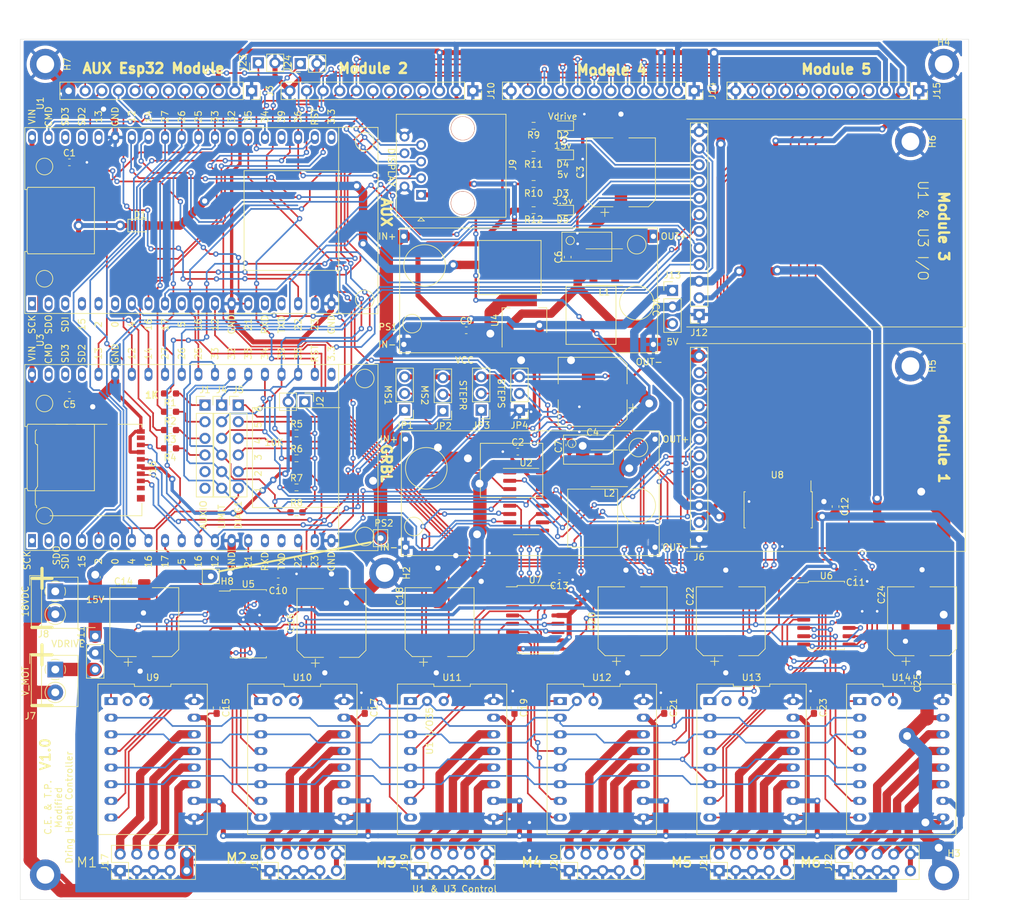
<source format=kicad_pcb>
(kicad_pcb (version 20221018) (generator pcbnew)
  (layers (0 "F.Cu" signal) (31 "B.Cu" signal) (34 "B.Paste" user) (35 "F.Paste" user) (36 "B.SilkS" user "B.Silkscreen") (37 "F.SilkS" user "F.Silkscreen") (38 "B.Mask" user) (39 "F.Mask" user) (44 "Edge.Cuts" user))
  (net 0 "")
  (net 1 "Vin")
  (net 2 "+5V")
  (net 3 "+15V")
  (net 4 "+3V3")
  (net 5 "VCC")
  (net 6 "Net-(D2-A)")
  (net 7 "Net-(D3-A)")
  (net 8 "Net-(D4-A)")
  (net 9 "Net-(D5-A)")
  (net 10 "Vdrive")
  (net 11 "X_Limit")
  (net 12 "Y_Limit")
  (net 13 "Z_Limit")
  (net 14 "A_Limit")
  (net 15 "B_Limit")
  (net 16 "C_Limit")
  (net 17 "C_Diag1")
  (net 18 "B_Diag1")
  (net 19 "A_Diag1")
  (net 20 "Z_Diag1")
  (net 21 "Y_Diag1")
  (net 22 "X_Diag1")
  (net 23 "GPIO14")
  (net 24 "GPIO13")
  (net 25 "GPIO15")
  (net 26 "GPIO12")
  (net 27 "GPIO25")
  (net 28 "GPIO2")
  (net 29 "GPIO26")
  (net 30 "GPIO04")
  (net 31 "GPIO16")
  (net 32 "GPIO27")
  (net 33 "TorchTrigger")
  (net 34 "I2SO_24")
  (net 35 "I2SO_26")
  (net 36 "I2SO_25")
  (net 37 "I2SO_27")
  (net 38 "CS_SD")
  (net 39 "MOSI")
  (net 40 "SCK")
  (net 41 "MISO")
  (net 42 "Net-(J8-Pin_1)")
  (net 43 "Net-(J1-Pin_1)")
  (net 44 "Net-(J1-Pin_2)")
  (net 45 "Net-(J1-Pin_3)")
  (net 46 "Net-(J1-Pin_4)")
  (net 49 "Net-(J2-Pin_1)")
  (net 50 "Net-(J3-7)")
  (net 51 "Net-(J3-8)")
  (net 52 "Net-(J11-Pin_3)")
  (net 53 "Net-(U1-IO17)")
  (net 54 "Net-(U1-IO16)")
  (net 57 "Net-(J17-Pin_2)")
  (net 58 "Net-(J17-Pin_4)")
  (net 59 "Net-(J17-Pin_6)")
  (net 60 "Net-(J17-Pin_8)")
  (net 61 "Net-(J18-Pin_2)")
  (net 62 "MS1")
  (net 63 "MS2")
  (net 64 "Step_R")
  (net 65 "Step_S")
  (net 66 "Net-(J18-Pin_4)")
  (net 67 "Net-(J18-Pin_6)")
  (net 68 "Net-(J18-Pin_8)")
  (net 69 "Net-(J19-Pin_2)")
  (net 70 "TCHIO35")
  (net 71 "Net-(J19-Pin_4)")
  (net 72 "GrbZEn")
  (net 73 "Z_Enable")
  (net 74 "GrbZDir")
  (net 75 "Z_Dir")
  (net 76 "Z_Steo")
  (net 77 "GrbZStep")
  (net 78 "I2S_BCK")
  (net 79 "I2S_DATA")
  (net 80 "I2S_WS")
  (net 81 "X_Enable")
  (net 82 "Net-(J19-Pin_6)")
  (net 83 "Y_CS")
  (net 84 "Y_Step")
  (net 85 "Y_Dir")
  (net 86 "Y_Enable")
  (net 87 "X_CS")
  (net 88 "X_Step")
  (net 89 "X_Dir")
  (net 90 "B_Enable")
  (net 91 "Net-(J19-Pin_8)")
  (net 92 "Net-(J20-Pin_2)")
  (net 93 "C_CS")
  (net 94 "C_Step")
  (net 95 "C_Dir")
  (net 96 "C_Enable")
  (net 97 "B_CS")
  (net 98 "B_Step")
  (net 99 "B_Dir")
  (net 100 "Z_CS")
  (net 101 "A_Enable")
  (net 102 "A_Dir")
  (net 103 "A_Step")
  (net 104 "A_CS")
  (net 105 "Net-(J20-Pin_4)")
  (net 106 "IO27")
  (net 107 "IO26")
  (net 108 "IO25")
  (net 109 "IO33")
  (net 110 "Net-(J20-Pin_6)")
  (net 111 "Net-(J20-Pin_8)")
  (net 112 "Net-(J21-Pin_2)")
  (net 113 "Net-(J21-Pin_4)")
  (net 114 "Net-(J21-Pin_6)")
  (net 115 "Net-(J21-Pin_8)")
  (net 116 "Net-(J22-Pin_2)")
  (net 117 "Net-(J22-Pin_4)")
  (net 118 "Net-(J22-Pin_6)")
  (net 119 "Net-(J22-Pin_8)")
  (net 120 "Net-(J23-Pin_1)")
  (net 121 "Net-(J24-Pin_1)")
  (net 122 "Net-(PS1-+Vout)")
  (net 123 "Net-(PS2-+Vout)")
  (net 125 "IO 34")
  (net 127 "TCH_V_IO36")
  (net 128 "Ready")
  (net 129 "Handover")
  (net 132 "THC IO11")
  (net 135 "MUX_SET")
  (net 137 "Net-(U1-IO18)")
  (net 138 "Net-(U1-IO19)")
  (net 141 "Net-(U1-IO23)")
  (net 160 "Net-(U5-QH')")
  (net 161 "Net-(U6-QH')")
  (net 162 "Net-(U6-SER)")
  (net 172 "GND")
  (footprint "Capacitor_SMD:C_0603_1608Metric_Pad1.08x0.95mm_HandSolder" (layer "F.Cu") (at 68.453 44.196)
    (fp_text reference "C1")
    (fp_text value "100nf")
  )
  (footprint "Capacitor_SMD:C_0603_1608Metric_Pad1.08x0.95mm_HandSolder" (layer "F.Cu") (at 68.453 79.756 180)
    (fp_text reference "C5")
    (fp_text value "100nf")
  )
  (footprint "Capacitor_SMD:C_0603_1608Metric_Pad1.08x0.95mm_HandSolder" (layer "F.Cu") (at 144.526 58.674 90)
    (fp_text reference "C6")
    (fp_text value "100nf")
  )
  (footprint "Capacitor_SMD:C_0603_1608Metric_Pad1.08x0.95mm_HandSolder" (layer "F.Cu") (at 144.78 87.376 90)
    (fp_text reference "C7")
    (fp_text value "100nf")
  )
  (footprint "Capacitor_SMD:C_0603_1608Metric_Pad1.08x0.95mm_HandSolder" (layer "F.Cu") (at 129.032 69.85)
    (fp_text reference "C9")
    (fp_text value "10uf")
  )
  (footprint "Capacitor_SMD:C_0603_1608Metric_Pad1.08x0.95mm_HandSolder" (layer "F.Cu") (at 100.33 108.204 180)
    (fp_text reference "C10")
    (fp_text value "100nf")
  )
  (footprint "Capacitor_SMD:C_0603_1608Metric_Pad1.08x0.95mm_HandSolder" (layer "F.Cu") (at 188.468 106.934 180)
    (fp_text reference "C11")
    (fp_text value "100nf")
  )
  (footprint "Capacitor_SMD:C_0603_1608Metric_Pad1.08x0.95mm_HandSolder" (layer "F.Cu") (at 185.42 96.774 -90)
    (fp_text reference "C12")
    (fp_text value "100nf")
  )
  (footprint "Capacitor_SMD:C_0603_1608Metric_Pad1.08x0.95mm_HandSolder" (layer "F.Cu") (at 143.256 107.442 180)
    (fp_text reference "C13")
    (fp_text value "100nf")
  )
  (footprint "Diode_SMD:D_0805_2012Metric_Pad1.15x1.40mm_HandSolder" (layer "F.Cu") (at 79.248 53.848)
    (fp_text reference "D1")
    (fp_text value "B340A")
  )
  (footprint "Diode_SMD:D_0603_1608Metric_Pad1.05x0.95mm_HandSolder" (layer "F.Cu") (at 143.764 38.608 180)
    (fp_text reference "D2")
    (fp_text value "Vdrive")
  )
  (footprint "Diode_SMD:D_0603_1608Metric_Pad1.05x0.95mm_HandSolder" (layer "F.Cu") (at 143.764 47.498 180)
    (fp_text reference "D3")
    (fp_text value "5v")
  )
  (footprint "Diode_SMD:D_0603_1608Metric_Pad1.05x0.95mm_HandSolder" (layer "F.Cu") (at 143.764 43.053 180)
    (fp_text reference "D4")
    (fp_text value "15v")
  )
  (footprint "Diode_SMD:D_0603_1608Metric_Pad1.05x0.95mm_HandSolder" (layer "F.Cu") (at 143.764 51.5 180)
    (fp_text reference "D5")
    (fp_text value "3.3v")
  )
  (footprint "Connector_PinSocket_2.54mm:PinSocket_1x12_P2.54mm_Vertical" (layer "F.Cu") (at 164.592 101.727 180)
    (fp_text reference "J6")
    (fp_text value "Module 1" hide)
  )
  (footprint "TerminalBlock_4Ucon:TerminalBlock_4Ucon_1x02_P3.50mm_Horizontal" (layer "F.Cu") (at 66.294 109.728 -90)
    (fp_text reference "J8")
    (fp_text value "01x02")
  )
  (footprint "Connector_PinSocket_2.54mm:PinSocket_1x12_P2.54mm_Vertical" (layer "F.Cu") (at 130.048 33.274 -90)
    (fp_text reference "J10")
    (fp_text value "Module 2")
  )
  (footprint "Connector_PinHeader_2.54mm:PinHeader_1x03_P2.54mm_Vertical" (layer "F.Cu") (at 72.39 116.586)
    (fp_text reference "J11")
    (fp_text value "VMot")
  )
  (footprint "Connector_PinSocket_2.54mm:PinSocket_1x12_P2.54mm_Vertical" (layer "F.Cu") (at 164.592 67.437 180)
    (fp_text reference "J12")
    (fp_text value "Module 3")
  )
  (footprint "Connector_PinHeader_2.54mm:PinHeader_1x03_P2.54mm_Vertical" (layer "F.Cu") (at 160.528 63.754)
    (fp_text reference "J13")
    (fp_text value "Shift Regs and Motor Drvs" hide)
  )
  (footprint "Connector_PinSocket_2.54mm:PinSocket_1x12_P2.54mm_Vertical" (layer "F.Cu") (at 198.12 33.274 -90)
    (fp_text reference "J15")
    (fp_text value "Module 5")
  )
  (footprint "Connector_Card:microSD_HC_Hirose_DM3AT-SF-PEJM5" (layer "F.Cu") (at 71.628 91.186 -90)
    (fp_text reference "J16")
    (fp_text value "Micro_SD_Card")
  )
  (footprint "Connector_PinHeader_2.54mm:PinHeader_1x03_P2.54mm_Vertical" (layer "F.Cu") (at 119.634 82.042 180)
    (fp_text reference "JP1")
    (fp_text value "MOSI")
  )
  (footprint "Connector_PinHeader_2.54mm:PinHeader_1x03_P2.54mm_Vertical" (layer "F.Cu") (at 131.318 82.042 180)
    (fp_text reference "JP3")
    (fp_text value "MISO")
  )
  (footprint "Connector_PinHeader_2.54mm:PinHeader_1x03_P2.54mm_Vertical" (layer "F.Cu") (at 137.16 82.042 180)
    (fp_text reference "JP4")
    (fp_text value "GND")
  )
  (footprint "Inductor_SMD:L_Coilcraft_XAL5030" (layer "F.Cu") (at 150.876 90.932 180)
    (fp_text reference "L2")
    (fp_text value "22uh")
  )
  (footprint "Modules:Buck_Module" (layer "F.Cu") (at 134.112 63.754)
    (fp_text reference "PS1")
    (fp_text value "DC-DC_BuckAdg")
  )
  (footprint "Modules:Buck_Module" (layer "F.Cu") (at 134.366 94.742)
    (fp_text reference "PS2")
    (fp_text value "DC-DC_BuckAdg")
  )
  (footprint "Resistor_SMD:R_0603_1608Metric_Pad0.98x0.95mm_HandSolder" (layer "F.Cu") (at 103.124 85.598)
    (fp_text reference "R5")
    (fp_text value "10k")
  )
  (footprint "Resistor_SMD:R_0603_1608Metric_Pad0.98x0.95mm_HandSolder" (layer "F.Cu") (at 103.124 89.408)
    (fp_text reference "R6")
    (fp_text value "10k")
  )
  (footprint "Resistor_SMD:R_0603_1608Metric_Pad0.98x0.95mm_HandSolder" (layer "F.Cu") (at 103.124 97.663)
    (fp_text reference "R8")
    (fp_text value "10k")
  )
  (footprint "Resistor_SMD:R_0603_1608Metric_Pad0.98x0.95mm_HandSolder" (layer "F.Cu") (at 139.319 38.608 180)
    (fp_text reference "R9")
    (fp_text value "1k")
  )
  (footprint "Resistor_SMD:R_0603_1608Metric_Pad0.98x0.95mm_HandSolder" (layer "F.Cu") (at 139.319 47.498 180)
    (fp_text reference "R10")
    (fp_text value "1k")
  )
  (footprint "Resistor_SMD:R_0603_1608Metric_Pad0.98x0.95mm_HandSolder" (layer "F.Cu") (at 139.319 43.053 180)
    (fp_text reference "R11")
    (fp_text value "1k")
  )
  (footprint "Resistor_SMD:R_0603_1608Metric_Pad0.98x0.95mm_HandSolder" (layer "F.Cu") (at 139.319 51.5 180)
    (fp_text reference "R12")
    (fp_text value "1k")
  )
  (footprint "Libraries - Plasma-Board:ESP32_38p" (layer "F.Cu") (at 85.598 53.086)
    (fp_text reference "U1")
    (fp_text value "ESP32_38p")
  )
  (footprint "Package_SO:SOP-16_3.9x9.9mm_P1.27mm" (layer "F.Cu") (at 138.176 96.012)
    (fp_text reference "U2")
    (fp_text value "74LVC157A")
  )
  (footprint "Libraries - Plasma-Board:ESP32_38p" (layer "F.Cu") (at 85.598 89.281)
    (fp_text reference "U3")
    (fp_text value "ESP32_38p")
  )
  (footprint "Package_TO_SOT_SMD:SOT-223" (layer "F.Cu") (at 137.922 68.326 90)
    (fp_text reference "U4")
    (fp_text value "BL8071CLATR33")
  )
  (footprint "Package_SO:SO-16_5.3x10.2mm_P1.27mm" (layer "F.Cu") (at 95.758 114.681)
    (fp_text reference "U5")
    (fp_text value "74AHCT595")
  )
  (footprint "Package_SO:SO-16_5.3x10.2mm_P1.27mm" (layer "F.Cu") (at 184.023 113.411)
    (fp_text reference "U6")
    (fp_text value "74AHCT595")
  )
  (footprint "Package_SO:SO-16_5.3x10.2mm_P1.27mm" (layer "F.Cu") (at 139.573 114.046)
    (fp_text reference "U7")
    (fp_text value "74AHCT595")
  )
  (footprint "Package_SO:SO-16_5.3x10.2mm_P1.27mm" (layer "F.Cu") (at 176.657 97.282 -90)
    (fp_text reference "U8")
    (fp_text value "74AHCT595")
  )
  (footprint "Modules:ClearpathDriver" (layer "F.Cu") (at 81.153 135.382 180)
    (fp_text reference "U9")
    (fp_text value "X")
  )
  (footprint "Modules:ClearpathDriver" (layer "F.Cu") (at 104.013 135.382 180)
    (fp_text reference "U10")
    (fp_text value "Y")
  )
  (footprint "Modules:ClearpathDriver" (layer "F.Cu") (at 126.873 135.382 180)
    (fp_text reference "U11")
    (fp_text value "z")
  )
  (footprint "Modules:ClearpathDriver" (layer "F.Cu") (at 149.733 135.382 180)
    (fp_text reference "U12")
    (fp_text value "A")
  )
  (footprint "Modules:ClearpathDriver" (layer "F.Cu") (at 172.593 135.382 180)
    (fp_text reference "U13")
    (fp_text value "B")
  )
  (footprint "Modules:ClearpathDriver" (layer "F.Cu") (at 195.453 135.382 180)
    (fp_text reference "U14")
    (fp_text value "C")
  )
  (footprint "TerminalBlock_4Ucon:TerminalBlock_4Ucon_1x02_P3.50mm_Horizontal" (layer "F.Cu") (at 66.294 121.666 -90)
    (fp_text reference "J7")
    (fp_text value "Ext Mot Drv")
  )
  (footprint "Inductor_SMD:L_Coilcraft_XAL5030" (layer "F.Cu") (at 150.114 60.198 180)
    (fp_text reference "L1")
    (fp_text value "22uh")
  )
  (footprint "Connector_PinHeader_2.54mm:PinHeader_1x03_P2.54mm_Vertical" (layer "F.Cu") (at 125.476 82.169 180)
    (fp_text reference "JP2")
    (fp_text value "SCK")
  )
  (footprint "Resistor_SMD:R_0603_1608Metric_Pad0.98x0.95mm_HandSolder" (layer "F.Cu") (at 103.124 93.853)
    (fp_text reference "R7")
    (fp_text value "10k")
  )
  (footprint "Connector_PinSocket_2.54mm:PinSocket_1x12_P2.54mm_Vertical" (layer "F.Cu") (at 96.266 33.274 -90)
    (fp_text reference "J3")
    (fp_text value "Torch module")
  )
  (footprint "MountingHole:MountingHole_2.7mm_M2.5_DIN965_Pad_TopBottom" (layer "F.Cu") (at 64.77 153.035 -90)
    (fp_text reference "H1" hide)
    (fp_text value "~")
  )
  (footprint "MountingHole:MountingHole_2.7mm_M2.5_DIN965_Pad_TopBottom" (layer "F.Cu") (at 116.586 106.934 -90)
    (fp_text reference "H2")
    (fp_text value "~")
  )
  (footprint "MountingHole:MountingHole_2.7mm_M2.5_DIN965_Pad_TopBottom" (layer "F.Cu") (at 201.93 153.035 -90)
    (fp_text reference "H3")
    (fp_text value "~")
  )
  (footprint "MountingHole:MountingHole_2.7mm_M2.5_DIN965_Pad_TopBottom" (layer "F.Cu") (at 196.85 75.311 -90)
    (fp_text reference "H5")
    (fp_text value "~")
  )
  (footprint "MountingHole:MountingHole_2.7mm_M2.5_DIN965_Pad_TopBottom" (layer "F.Cu") (at 196.85 41.021 -90)
    (fp_text reference "H6")
    (fp_text value "~")
  )
  (footprint "MountingHole:MountingHole_2.7mm_M2.5_DIN965_Pad_TopBottom" (layer "F.Cu") (at 64.77 29.21 -90)
    (fp_text reference "H7")
    (fp_text value "~")
  )
  (footprint "Capacitor_SMD:CP_Elec_10x12.6" (layer "F.Cu") (at 152.654 45.72 90)
    (fp_text reference "C3")
    (fp_text value "330uf")
  )
  (footprint "Capacitor_SMD:CP_Elec_10x12.6" (layer "F.Cu") (at 148.336 79.248 180)
    (fp_text reference "C4")
    (fp_text value "330uf")
  )
  (footprint "Capacitor_SMD:CP_Elec_10x12.6" (layer "F.Cu") (at 79.883 114.427 90)
    (fp_text reference "C14")
    (fp_text value "330uf")
  )
  (footprint "Capacitor_SMD:CP_Elec_10x12.6" (layer "F.Cu") (at 108.458 114.554 90)
    (fp_text reference "C16")
    (fp_text value "330uf")
  )
  (footprint "Capacitor_SMD:CP_Elec_10x12.6" (layer "F.Cu") (at 124.968 114.427 90)
    (fp_text reference "C18")
    (fp_text value "330uf")
  )
  (footprint "Capacitor_SMD:CP_Elec_10x12.6" (layer "F.Cu") (at 154.432 114.3 90)
    (fp_text reference "C20")
    (fp_text value "330uf")
  )
  (footprint "Capacitor_SMD:CP_Elec_10x12.6" (layer "F.Cu") (at 169.418 114.3 90)
    (fp_text reference "C22")
    (fp_text value "330uf")
  )
  (footprint "Capacitor_SMD:CP_Elec_10x12.6" (layer "F.Cu") (at 198.628 114.3 90)
    (fp_text reference "C24")
    (fp_text value "330uf")
  )
  (footprint "MountingHole:MountingHole_2.7mm_M2.5_DIN965_Pad_TopBottom" (layer "F.Cu") (at 201.93 29.21)
    (fp_text reference "H4")
    (fp_text value "~")
  )
  (footprint "Connector_PinHeader_2.54mm:PinHeader_2x05_P2.54mm_Vertical" (layer "F.Cu") (at 76.2 152.4 90)
    (fp_text reference "J17")
    (fp_text value "Pin")
  )
  (footprint "Connector_PinHeader_2.54mm:PinHeader_2x05_P2.54mm_Vertical" (layer "F.Cu") (at 99.06 152.4 90)
    (fp_text reference "J18")
    (fp_text value "Pin")
  )
  (footprint "Connector_PinHeader_2.54mm:PinHeader_2x05_P2.54mm_Vertical" (layer "F.Cu") (at 121.92 152.4 90)
    (fp_text reference "J19")
    (fp_text value "Pin")
  )
  (footprint "Connector_PinHeader_2.54mm:PinHeader_2x05_P2.54mm_Vertical" (layer "F.Cu") (at 144.78 152.4 90)
    (fp_text reference "J20")
    (fp_text value "Pin")
  )
  (footprint "Connector_PinHeader_2.54mm:PinHeader_2x05_P2.54mm_Vertical" (layer "F.Cu") (at 167.64 152.4 90)
    (fp_text reference "J21")
    (fp_text value "Pin")
  )
  (footprint "Connector_PinHeader_2.54mm:PinHeader_2x05_P2.54mm_Vertical" (layer "F.Cu") (at 186.69 152.4 90)
    (fp_text reference "J22")
    (fp_text value "Pin")
  )
  (footprint "Connector_PinSocket_2.54mm:PinSocket_1x12_P2.54mm_Vertical" (layer "F.Cu") (at 163.83 33.274 -90)
    (fp_text reference "J14")
    (fp_text value "Module 4")
  )
  (footprint "Capacitor_SMD:C_0603_1608Metric_Pad1.08x0.95mm_HandSolder" (layer "F.Cu") (at 90.932 127.508 -90)
    (fp_text reference "C15")
    (fp_text value "100nf")
  )
  (footprint "Capacitor_SMD:C_0603_1608Metric_Pad1.08x0.95mm_HandSolder" (layer "F.Cu") (at 113.538 127.508 -90)
    (fp_text reference "C17")
    (fp_text value "100nf")
  )
  (footprint "Capacitor_SMD:C_0603_1608Metric_Pad1.08x0.95mm_HandSolder" (layer "F.Cu") (at 136.398 127.508 -90)
    (fp_text reference "C19")
    (fp_text value "100nf")
  )
  (footprint "Capacitor_SMD:C_0603_1608Metric_Pad1.08x0.95mm_HandSolder" (layer "F.Cu") (at 159.258 127.508 -90)
    (fp_text reference "C21")
    (fp_text value "100nf")
  )
  (footprint "Capacitor_SMD:C_0603_1608Metric_Pad1.08x0.95mm_HandSolder" (layer "F.Cu") (at 182.118 127.508 -90)
    (fp_text reference "C23")
    (fp_text value "100nf")
  )
  (footprint "Capacitor_SMD:C_0603_1608Metric_Pad1.08x0.95mm_HandSolder" (layer "F.Cu") (at 196.5 123.75 -90)
    (fp_text reference "C25")
    (fp_text value "100nf")
  )
  (footprint "Connector_PinHeader_2.54mm:PinHeader_1x02_P2.54mm_Vertical" (layer "F.Cu") (at 104.394 80.772 -90)
    (fp_text reference "J2")
    (fp_text value "~")
  )
  (footprint "Connector_PinHeader_2.54mm:PinHeader_1x06_P2.54mm_Vertical" (layer "F.Cu") (at 94.234 81.28)
    (fp_text reference "J5")
    (fp_text value "Motor")
  )
  (footprint "Connector_PinHeader_2.54mm:PinHeader_1x06_P2.54mm_Vertical" (layer "F.Cu") (at 91.694 81.28)
    (fp_text reference "J4")
    (fp_text value "Jumper")
  )
  (footprint "Connector_PinHeader_2.54mm:PinHeader_1x06_P2.54mm_Vertical" (layer "F.Cu") (at 89.154 81.28)
    (fp_text reference "J1")
    (fp_text value "AUX GPIO")
  )
  (footprint "Resistor_SMD:R_0603_1608Metric_Pad0.98x0.95mm_HandSolder" (layer "F.Cu") (at 83.82 79.502 180)
    (fp_text reference "R1")
    (fp_text value "1k")
  )
  (footprint "Resistor_SMD:R_0603_1608Metric_Pad0.98x0.95mm_HandSolder" (layer "F.Cu") (at 83.82 82.296 180)
    (fp_text reference "R2")
    (fp_text value "1k")
  )
  (footprint "Resistor_SMD:R_0603_1608Metric_Pad0.98x0.95mm_HandSolder" (layer "F.Cu") (at 83.82 85.09 180)
    (fp_text reference "R3")
    (fp_text value "1k")
  )
  (footprint "Resistor_SMD:R_0603_1608Metric_Pad0.98x0.95mm_HandSolder" (layer "F.Cu") (at 83.82 87.884 180)
    (fp_text reference "R4")
    (fp_text value "1k")
  )
  (footprint "Connector_RJ:RJ45_OST_PJ012-8P8CX_Vertical" (layer "F.Cu") (at 122.15 49.16 90)
    (fp_text reference "J9")
    (fp_text value "THC_Display")
  )
  (footprint "Capacitor_SMD:C_0603_1608Metric_Pad1.08x0.95mm_HandSolder" (layer "F.Cu") (at 136.906 88.392)
    (fp_text reference "C2")
    (fp_text value "100nf")
  )
  (footprint "Connector_PinHeader_2.54mm:PinHeader_1x02_P2.54mm_Vertical" (layer "F.Cu") (at 97.3 29 90)
    (fp_text reference "J23")
    (fp_text value "RST")
  )
  (footprint "Connector_PinHeader_2.54mm:PinHeader_1x02_P2.54mm_Vertical" (layer "F.Cu") (at 103.7 29.1 90)
    (fp_text reference "J24")
    (fp_text value "RST")
  )
  (footprint "Connector_Pin:Pin_D0.9mm_L10.0mm_W2.4mm_FlatFork" (layer "F.Cu") (at 115.951 101.6 90)
    (fp_text reference "H9" hide)
    (fp_text value "~")
  )
  (footprint "Connector_Pin:Pin_D0.9mm_L10.0mm_W2.4mm_FlatFork" (layer "F.Cu") (at 90.043 107.442)
    (fp_text reference "H8")
    (fp_text value "~" hide)
  )
  (gr_line (start 162.687 37.592) (end 205.232 37.592) (stroke (width 0.12)) (layer "F.SilkS"))
  (gr_line (start 205.232 69.342) (end 162.687 69.342) (stroke (width 0.12)) (layer "F.SilkS"))
  (gr_line (start 205.232 37.592) (end 205.232 69.342) (stroke (width 0.12)) (layer "F.SilkS"))
  (gr_line (start 205.232 71.882) (end 205.232 103.632) (stroke (width 0.12)) (layer "F.SilkS"))
  (gr_line (start 162.687 71.882) (end 205.232 71.882) (stroke (width 0.12)) (layer "F.SilkS"))
  (gr_line (start 205.232 103.632) (end 162.687 103.632) (stroke (width 0.12)) (layer "F.SilkS"))
  (gr_line (start 73.152 107.696) (end 73.152 107.442) (stroke (width 0.12)) (layer "F.SilkS"))
  (gr_line (start 91.313 106.68) (end 114.427 102.235) (stroke (width 0.3)) (layer "F.SilkS"))
  (gr_line (start 60.96 156.845) (end 60.96 25.4) (stroke (width 0.05)) (layer "Edge.Cuts"))
  (gr_line (start 205.74 156.845) (end 60.96 156.845) (stroke (width 0.05)) (layer "Edge.Cuts"))
  (gr_line (start 60.96 25.4) (end 205.74 25.4) (stroke (width 0.05)) (layer "Edge.Cuts"))
  (gr_line (start 205.74 25.4) (end 205.74 156.845) (stroke (width 0.05)) (layer "Edge.Cuts"))
  (gr_text "1  2  3  4  5  6" (at 97.282 88.011 90) (layer "F.SilkS") (effects (font (size 1 1))))
  (gr_text "DISPLAY" (at 117.602 44.958 270) (layer "F.SilkS") (effects (font (size 1 1))))
  (gr_text "U1 I/O35" (at 123.444 131.064 90) (layer "F.SilkS") (effects (font (size 1 1))))
  (gr_text "15V" (at 72.39 110.998) (layer "F.SilkS") (effects (font (size 1 1))))
  (gr_text "V_MOT" (at 61.722 123.444 90) (layer "F.SilkS") (effects (font (size 1 1))))
  (gr_text "U1 & U3 I/O" (at 198.755 54.61 270) (layer "F.SilkS") (effects (font (size 1.524 1.524))))
  (gr_text "Module 5" (at 185.547 29.972) (layer "F.SilkS") (effects (font (size 1.524 1.524) (thickness 0.381))))
  (gr_text "U1 & U3 Control" (at 127.254 155.194) (layer "F.SilkS") (effects (font (size 1 1))))
  (gr_text "V1.0" (at 64.77 134.62 90) (layer "F.SilkS") (effects (font (size 1.5 1.5) (thickness 0.3))))
  (gr_text "STEPR" (at 128.524 79.756 270) (layer "F.SilkS") (effects (font (size 1 1))))
  (gr_text "-" (at 64.262 126.873) (layer "F.SilkS") (effects (font (size 4 4) (thickness 0.5)) (justify mirror)))
  (gr_text "M1" (at 71.12 151.13) (layer "F.SilkS") (effects (font (size 1.524 1.524))))
  (gr_text "Module 3" (at 201.93 53.975 270) (layer "F.SilkS") (effects (font (size 1.524 1.524) (thickness 0.381))))
  (gr_text "10K" (at 99.695 86.995) (layer "F.SilkS") (effects (font (size 1 1))))
  (gr_text "VCC" (at 157.988 66.294 270) (layer "F.SilkS") (effects (font (size 1 1))))
  (gr_text "GRBL" (at 116.84 90.17 270) (layer "F.SilkS") (effects (font (size 1.524 1.524) (thickness 0.381))))
  (gr_text "M6" (at 181.61 151.13) (layer "F.SilkS") (effects (font (size 1.524 1.524) (thickness 0.254))))
  (gr_text "AUX Esp32 Module" (at 81.28 29.845) (layer "F.SilkS") (effects (font (size 1.524 1.524) (thickness 0.381))))
  (gr_text "Module 1" (at 201.93 87.884 270) (layer "F.SilkS") (effects (font (size 1.524 1.524) (thickness 0.381))))
  (gr_text "VCC" (at 128.778 74.422) (layer "F.SilkS") (effects (font (size 1 1))))
  (gr_text "VDRIVE" (at 68.25 117.75) (layer "F.SilkS") (effects (font (size 1 1))))
  (gr_text "+" (at 64.262 119.126) (layer "F.SilkS") (effects (font (size 4 4) (thickness 0.5)) (justify mirror)))
  (gr_text "AUXIO" (at 88.9 98.044 90) (layer "F.SilkS") (effects (font (size 1 1))))
  (gr_text "LIMIT" (at 91.694 98.298 90) (layer "F.SilkS") (effects (font (size 1 1))))
  (gr_text "MS2" (at 122.682 79.756 270) (layer "F.SilkS") (effects (font (size 1 1))))
  (gr_text "M5" (at 161.925 151.13) (layer "F.SilkS") (effects (font (size 1.524 1.524) (thickness 0.254))))
  (gr_text "Module 4" (at 151.257 30.099) (layer "F.SilkS") (effects (font (size 1.524 1.524) (thickness 0.381))))
  (gr_text "5V" (at 160.528 71.628) (layer "F.SilkS") (effects (font (size 1 1))))
  (gr_text "STEPS" (at 134.366 79.502 270) (layer "F.SilkS") (effects (font (size 1 1))))
  (gr_text "+" (at 64.262 107.442) (layer "F.SilkS") (effects (font (size 4 4) (thickness 0.5)) (justify mirror)))
  (gr_text "AUX" (at 116.84 51.816 270) (layer "F.SilkS") (effects (font (size 1.524 1.524) (thickness 0.381))))
  (gr_text "M4" (at 139.065 151.13) (layer "F.SilkS") (effects (font (size 1.524 1.524) (thickness 0.254))))
  (gr_text "18VDC" (at 61.722 111.252 90) (layer "F.SilkS") (effects (font (size 1 1))))
  (gr_text "1K" (at 81.026 79.756) (layer "F.SilkS") (effects (font (size 1 1) (thickness 0.25))))
  (gr_text "C.E. & T.P.\nModified\nDring Heath Controller" (at 66.802 142.748 90) (layer "F.SilkS") (effects (font (size 1 1))))
  (gr_text "-" (at 64.262 114.935) (layer "F.SilkS") (effects (font (size 4 4) (thickness 0.5)) (justify mirror)))
  (gr_text "M2" (at 93.98 150.495) (layer "F.SilkS") (effects (font (size 1.524 1.524) (thickness 0.254))))
  (gr_text "DIAG1" (at 94.234 98.044 90) (layer "F.SilkS") (effects (font (size 1 1))))
  (gr_text "MS1" (at 117.094 79.756 270) (layer "F.SilkS") (effects (font (size 1 1))))
  (gr_text "Module 2" (at 114.808 29.845) (layer "F.SilkS") (effects (font (size 1.524 1.524) (thickness 0.381))))
  (gr_text "M3" (at 116.84 151.13) (layer "F.SilkS") (effects (font (size 1.524 1.524) (thickness 0.254))))
  (segment (start 63.919001 63.411001) (end 69.85 57.480002) (width 0.762) (layer "F.Cu") (net 1))
  (segment (start 67.5905 46.2545) (end 67.5905 44.196) (width 0.762) (layer "F.Cu") (net 1))
  (segment (start 64.008 79.756) (end 62.738 78.486) (width 0.508) (layer "F.Cu") (net 1))
  (segment (start 62.738 71.374) (end 63.919001 70.192999) (width 0.762) (layer "F.Cu") (net 1))
  (segment (start 64.77 44.196) (end 62.738 42.164) (width 0.762) (layer "F.Cu") (net 1))
  (segment (start 62.738 42.164) (end 62.738 40.386) (width 0.762) (layer "F.Cu") (net 1))
  (segment (start 67.5905 79.756) (end 64.008 79.756) (width 0.508) (layer "F.Cu") (net 1))
  (segment (start 69.85 48.514) (end 67.5905 46.2545) (width 0.762) (layer "F.Cu") (net 1))
  (segment (start 69.85 57.480002) (end 69.85 53.848) (width 0.762) (layer "F.Cu") (net 1))
  (segment (start 67.5905 44.196) (end 64.77 44.196) (width 0.762) (layer "F.Cu") (net 1))
  (segment (start 62.738 78.486) (end 62.738 76.581) (width 0.508) (layer "F.Cu") (net 1))
  (segment (start 69.85 53.848) (end 69.85 48.514) (width 0.762) (layer "F.Cu") (net 1))
  (segment (start 62.738 76.581) (end 62.738 71.374) (width 0.762) (layer "F.Cu") (net 1))
  (segment (start 78.223 53.848) (end 76.2 53.848) (width 0.762) (layer "F.Cu") (net 1))
  (segment (start 63.919001 70.192999) (end 63.919001 63.411001) (width 0.762) (layer "F.Cu") (net 1))
  (via (at 69.85 53.848) (size 1.5) (drill 0.8) (layers "F.Cu" "B.Cu") (net 1))
  (via (at 76.2 53.848) (size 1.5) (drill 0.8) (layers "F.Cu" "B.Cu") (net 1))
  (segment (start 76.2 53.848) (end 69.85 53.848) (width 0.762) (layer "B.Cu") (net 1))
  (segment (start 148.082 60.198) (end 147.066 60.198) (width 1.27) (layer "F.Cu") (net 2))
  (segment (start 136.398 47.498) (end 138.4065 47.498) (width 0.381) (layer "F.Cu") (net 2))
  (segment (start 85.352 53.848) (end 89.1 50.1) (width 1.27) (layer "F.Cu") (net 2))
  (segment (start 146.05 60.198) (end 145.1875 60.198) (width 1.27) (layer "F.Cu") (net 2))
  (segment (start 148.459 60.198) (end 148.082 60.198) (width 1.27) (layer "F.Cu") (net 2))
  (segment (start 122.15 49.16) (end 123.662 49.16) (width 0.762) (layer "F.Cu") (net 2))
  (segment (start 147.32 55.404) (end 147.32 59.436) (width 1.27) (layer "F.Cu") (net 2))
  (segment (start 113.284 48.784) (end 112.3 47.8) (width 1.27) (layer "F.Cu") (net 2))
  (segment (start 145.1875 60.198) (end 144.526 59.5365) (width 1.27) (layer "F.Cu") (net 2))
  (segment (start 146.05 63.246) (end 151.638 68.834) (width 1.27) (layer "F.Cu") (net 2))
  (segment (start 135.622 71.476) (end 135.622 69.206) (width 1.27) (layer "F.Cu") (net 2))
  (segment (start 148.336 60.198) (end 146.05 62.484) (width 1.27) (layer "F.Cu") (net 2))
  (segment (start 141.986 67.31) (end 144.272 65.024) (width 1.27) (layer "F.Cu") (net 2))
  (segment (start 144.85069 59.86119) (end 136.61119 59.86119) (width 1.27) (layer "F.Cu") (net 2))
  (segment (start 123.662 49.16) (end 125.322 47.5) (width 0.762) (layer "F.Cu") (net 2))
  (segment (start 135.622 69.206) (end 137.518 67.31) (width 1.27) (layer "F.Cu") (net 2))
  (segment (start 136.61119 59.86119) (end 128.104605 59.86119) (width 1.27) (layer "F.Cu") (net 2))
  (segment (start 113.284 56.641996) (end 113.284 48.784) (width 1.27) (layer "F.Cu") (net 2))
  (segment (start 147.32 59.436) (end 148.082 60.198) (width 1.27) (layer "F.Cu") (net 2))
  (segment (start 128.104605 59.86119) (end 127.043945 59.86119) (width 1.27) (layer "F.Cu") (net 2))
  (segment (start 146.05 62.484) (end 146.05 60.198) (width 1.27) (layer "F.Cu") (net 2))
  (segment (start 146.05 63.246) (end 146.05 62.484) (width 1.27) (layer "F.Cu") (net 2))
  (segment (start 125.322 47.5) (end 130.25 47.5) (width 0.762) (layer "F.Cu") (net 2))
  (segment (start 136.398 59.648) (end 136.61119 59.86119) (width 0.762) (layer "F.Cu") (net 2))
  (segment (start 144.272 65.024) (end 146.05 63.246) (width 1.27) (layer "F.Cu") (net 2))
  (segment (start 151.638 68.834) (end 160.528 68.834) (width 1.27) (layer "F.Cu") (net 2))
  (segment (start 148.459 60.198) (end 148.336 60.198) (width 1.27) (layer "F.Cu") (net 2))
  (segment (start 145.1875 60.198) (end 144.85069 59.86119) (width 1.27) (layer "F.Cu") (net 2))
  (segment (start 136.398 52.5) (end 136.398 59.648) (width 0.762) (layer "F.Cu") (net 2))
  (segment (start 80.273 53.848) (end 85.352 53.848) (width 1.27) (layer "F.Cu") (net 2))
  (segment (start 137.518 67.31) (end 141.986 67.31) (width 1.27) (layer "F.Cu") (net 2))
  (segment (start 152.654 50.07) (end 147.32 55.404) (width 1.27) (layer "F.Cu") (net 2))
  (segment (start 148.459 60.198) (end 146.05 60.198) (width 1.27) (layer "F.Cu") (net 2))
  (via (at 112.3 47.8) (size 1.5) (drill 0.8) (layers "F.Cu" "B.Cu") (net 2))
  (via (at 136.398 47.498) (size 0.8) (drill 0.4) (layers "F.Cu" "B.Cu") (net 2))
  (via (at 136.398 52.5) (size 0.8) (drill 0.4) (layers "F.Cu" "B.Cu") (net 2))
  (via (at 89.1 50.1) (size 1.5) (drill 0.8) (layers "F.Cu" "B.Cu") (net 2))
  (via (at 127.043945 59.86119) (size 1.5) (drill 0.8) (layers "F.Cu" "B.Cu") (net 2))
  (via (at 113.284 56.641996) (size 1.5) (drill 0.8) (layers "F.Cu" "B.Cu") (net 2))
  (via (at 130.25 47.5) (size 1) (drill 0.5) (layers "F.Cu" "B.Cu") (net 2))
  (segment (start 117.103003 60.460999) (end 126.444136 60.460999) (width 1.27) (layer "B.Cu") (net 2))
  (segment (start 112.3 47.8) (end 91.4 47.8) (width 1.27) (layer "B.Cu") (net 2))
  (segment (start 136.398 52.5) (end 136.398 47.498) (width 0.762) (layer "B.Cu") (net 2))
  (segment (start 126.444136 60.460999) (end 127.043945 59.86119) (width 1.27) (layer "B.Cu") (net 2))
  (segment (start 130.25 47.5) (end 136.396 47.5) (width 0.762) (layer "B.Cu") (net 2))
  (segment (start 136.396 47.5) (end 136.398 47.498) (width 0.762) (layer "B.Cu") (net 2))
  (segment (start 113.284 56.641996) (end 117.103003 60.460999) (width 1.27) (layer "B.Cu") (net 2))
  (segment (start 91.4 47.8) (end 89.1 50.1) (width 1.27) (layer "B.Cu") (net 2))
  (segment (start 148.082 90.932) (end 147.066 89.916) (width 2.032) (layer "F.Cu") (net 3))
  (segment (start 146.812 87.503) (end 146.812 89.662) (width 2.032) (layer "F.Cu") (net 3))
  (segment (start 138.4065 43.053) (end 135.255 43.053) (width 0.381) (layer "F.Cu") (net 3))
  (segment (start 144.78 88.2385) (end 144.78 89.154) (width 0.508) (layer "F.Cu") (net 3))
  (segment (start 130.499994 61.5) (end 130.499994 65.249998) (width 0.381) (layer "F.Cu") (net 3))
  (segment (start 131.064 93.27002) (end 131.116989 93.323009) (width 2.032) (layer "F.Cu") (net 3))
  (segment (start 149.221 90.932) (end 148.082 90.932) (width 2.032) (layer "F.Cu") (net 3))
  (segment (start 130.499994 65.249998) (end 130.5 65.250004) (width 0.381) (layer "F.Cu") (net 3))
  (segment (start 146.812 89.662) (end 147.066 89.916) (width 2.032) (layer "F.Cu") (net 3))
  (segment (start 144.78 89.154) (end 145.542 89.916) (width 0.508) (layer "F.Cu") (net 3))
  (segment (start 134.555499 43.752501) (end 134.555499 48.451501) (width 0.381) (layer "F.Cu") (net 3))
  (segment (start 131.116989 93.323009) (end 131.116989 100.531011) (width 2.032) (layer "F.Cu") (net 3))
  (segment (start 134.555499 48.451501) (end 130.5 52.507) (width 0.381) (layer "F.Cu") (net 3))
  (segment (start 156.972 80.899) (end 155.321 79.248) (width 2.032) (layer "F.Cu") (net 3))
  (segment (start 135.255 43.053) (end 134.555499 43.752501) (width 0.381) (layer "F.Cu") (net 3))
  (segment (start 72.39 116.586) (end 72.39 107.188) (width 2.032) (layer "F.Cu") (net 3))
  (segment (start 145.542 89.916) (end 147.066 89.916) (width 0.508) (layer "F.Cu") (net 3))
  (segment (start 131.116989 100.531011) (end 130.683 100.965) (width 2.032) (layer "F.Cu") (net 3))
  (segment (start 130.5 52.507) (end 130.5 55.118) (width 0.381) (layer "F.Cu") (net 3))
  (segment (start 148.855651 70.355655) (end 148.979424 70.355655) (width 0.381) (layer "F.Cu") (net 3))
  (segment (start 146.249996 67.75) (end 148.855651 70.355655) (width 0.381) (layer "F.Cu") (net 3))
  (segment (start 156.972 81.026) (end 156.972 80.899) (width 2.032) (layer "F.Cu") (net 3))
  (segment (start 152.686 79.248) (end 154.686 79.248) (width 2.032) (layer "F.Cu") (net 3))
  (segment (start 155.321 79.248) (end 152.686 79.248) (width 2.032) (layer "F.Cu") (net 3))
  (via (at 131.064 93.27002) (size 2.5) (drill 1.2) (layers "F.Cu" "B.Cu") (net 3))
  (via (at 146.249996 67.75) (size 0.8) (drill 0.4) (layers "F.Cu" "B.Cu") (net 3))
  (via (at 130.5 55.118) (size 0.8) (drill 0.4) (layers "F.Cu" "B.Cu") (net 3))
  (via (at 130.499994 61.5) (size 0.8) (drill 0.4) (layers "F.Cu" "B.Cu") (net 3))
  (via (at 146.812 87.503) (size 2.5) (drill 1.2) (layers "F.Cu" "B.Cu") (net 3))
  (via (at 148.979424 70.355655) (size 0.8) (drill 0.4) (layers "F.Cu" "B.Cu") (net 3))
  (via (at 130.683 101.01702) (size 2.5) (drill 1.2) (layers "F.Cu" "B.Cu") (net 3))
  (via (at 130.5 65.250004) (size 0.8) (drill 0.4) (layers "F.Cu" "B.Cu") (net 3))
  (via (at 156.972 81.026) (size 2.5) (drill 1.2) (layers "F.Cu" "B.Cu") (net 3))
  (via (at 72.39 107.188) (size 2.5) (drill 1.2) (layers "F.Cu" "B.Cu") (net 3))
  (segment (start 156.972 81.026) (end 150.368 87.63) (width 2.032) (layer "B.Cu") (net 3))
  (segment (start 112.395 108.839) (end 114.681 111.125) (width 2.032) (layer "B.Cu") (net 3))
  (segment (start 143.383 87.63) (end 140.335 90.678) (width 2.032) (layer "B.Cu") (net 3))
  (segment (start 114.681 111.125) (end 124.587 111.125) (width 2.032) (layer "B.Cu") (net 3))
  (segment (start 130.5 61.499994) (end 130.499994 61.5) (width 0.381) (layer "B.Cu") (net 3))
  (segment (start 130.5 55.118) (end 130.5 61.499994) (width 0.381) (layer "B.Cu") (net 3))
  (segment (start 110.109 104.775) (end 111.125 104.775) (width 2.032) (layer "B.Cu") (net 3))
  (segment (start 112.395 106.045) (end 112.395 108.839) (width 2.032) (layer "B.Cu") (net 3))
  (segment (start 124.587 111.125) (end 130.683 105.029) (width 2.032) (layer "B.Cu") (net 3))
  (segment (start 74.803 104.775) (end 110.109 104.775) (width 2.032) (layer "B.Cu") (net 3))
  (segment (start 130.683 105.029) (end 130.683 101.01702) (width 2.032) (layer "B.Cu") (net 3))
  (segment (start 143.75 65.250004) (end 146.249996 67.75) (width 0.381) (layer "B.Cu") (net 3))
  (segment (start 131.064 92.837) (end 131.064 93.27002) (width 2.032) (layer "B.Cu") (net 3))
  (segment (start 111.125 104.775) (end 112.395 106.045) (width 2.032) (layer "B.Cu") (net 3))
  (segment (start 150.368 87.63) (end 143.383 87.63) (width 2.032) (layer "B.Cu") (net 3))
  (segment (start 140.335 90.678) (end 133.223 90.678) (width 2.032) (layer "B.Cu") (net 3))
  (segment (start 130.5 65.250004) (end 143.75 65.250004) (width 0.381) (layer "B.Cu") (net 3))
  (segment (start 156.972 81.026) (end 156.972 78.348231) (width 0.381) (layer "B.Cu") (net 3))
  (segment (start 146.812 87.503) (end 146.939 87.63) (width 2.032) (layer "B.Cu") (net 3))
  (segment (start 156.972 78.348231) (end 148.979424 70.355655) (width 0.381) (layer "B.Cu") (net 3))
  (segment (start 133.223 90.678) (end 131.064 92.837) (width 2.032) (layer "B.Cu") (net 3))
  (segment (start 72.39 107.188) (end 74.803 104.775) (width 2.032) (layer "B.Cu") (net 3))
  (segment (start 135.417489 52.093858) (end 136.011347 51.5) (width 0.762) (layer "F.Cu") (net 4))
  (segment (start 129.794 68.072) (end 129.794 69.7495) (width 0.762) (layer "F.Cu") (net 4))
  (segment (start 140.222 69.102006) (end 140.221994 69.102) (width 1.27) (layer "F.Cu") (net 4))
  (segment (start 82.4875 90.932) (end 79.624 90.932) (width 0.508) (layer "F.Cu") (net 4))
  (segment (start 129.794 69.7495) (end 129.8945 69.85) (width 0.762) (layer "F.Cu") (net 4))
  (segment (start 140.222 71.476) (end 140.222 89.394) (width 0.254) (layer "F.Cu") (net 4))
  (segment (start 125.222 68.072) (end 121.666 64.516) (width 0.762) (layer "F.Cu") (net 4))
  (segment (start 137.668 89.916) (end 137.668 88.4925) (width 0.254) (layer "F.Cu") (net 4))
  (segment (start 84.1385 92.583) (end 82.4875 90.932) (width 0.508) (layer "F.Cu") (net 4))
  (segment (start 97.967222 94.310778) (end 94.488 97.79) (width 0.508) (layer "F.Cu") (net 4))
  (segment (start 138.811 91.313) (end 138.811 90.805) (width 0.254) (layer "F.Cu") (net 4))
  (segment (start 130.951104 56.642) (end 135.417489 52.175615) (width 0.762) (layer "F.Cu") (net 4))
  (segment (start 121.666 64.516) (end 121.666 58.166) (width 0.762) (layer "F.Cu") (net 4))
  (segment (start 123.19 56.642) (end 130.951104 56.642) (width 0.762) (layer "F.Cu") (net 4))
  (segment (start 101.4105 91.7585) (end 100.5195 91.7585) (width 0.508) (layer "F.Cu") (net 4))
  (segment (start 138.811 90.805) (end 138.684 90.932) (width 0.254) (layer "F.Cu") (net 4))
  (segment (start 135.417489 52.175615) (end 135.417489 52.093858) (width 0.762) (layer "F.Cu") (net 4))
  (segment (start 140.222 89.394) (end 138.811 90.805) (width 0.254) (layer "F.Cu") (net 4))
  (segment (start 137.668 88.4925) (end 137.7685 88.392) (width 0.254) (layer "F.Cu") (net 4))
  (segment (start 137.668 89.916) (end 138.684 90.932) (width 0.254) (layer "F.Cu") (net 4))
  (segment (start 94.488 97.79) (end 93.472 97.79) (width 0.508) (layer "F.Cu") (net 4))
  (segment (start 100.5195 91.7585) (end 99.568 92.71) (width 0.508) (layer "F.Cu") (net 4))
  (segment (start 136.011347 51.5) (end 138.4065 51.5) (width 0.762) (layer "F.Cu") (net 4))
  (segment (start 140.676 91.567) (end 139.065 91.567) (width 0.254) (layer "F.Cu") (net 4))
  (segment (start 121.666 58.166) (end 123.19 56.642) (width 0.762) (layer "F.Cu") (net 4))
  (segment (start 129.794 68.072) (end 125.222 68.072) (width 0.762) (layer "F.Cu") (net 4))
  (segment (start 139.065 91.567) (end 138.811 91.313) (width 0.254) (layer "F.Cu") (net 4))
  (segment (start 140.222 71.476) (end 140.222 69.102006) (width 1.27) (layer "F.Cu") (net 4))
  (segment (start 79.624 90.932) (end 79.353 90.661) (width 0.508) (layer "F.Cu") (net 4))
  (via (at 129.794 68.072) (size 1) (drill 0.5) (layers "F.Cu" "B.Cu") (net 4))
  (via (at 97.967222 94.310778) (size 1) (drill 0.5) (layers "F.Cu" "B.Cu") (net 4))
  (via (at 99.568 92.71) (size 1) (drill 0.5) (layers "F.Cu" "B.Cu") (net 4))
  (via (at 101.4105 91.7585) (size 1) (drill 0.5) (layers "F.Cu" "B.Cu") (net 4))
  (via (at 140.221994 69.102) (size 1.5) (drill 0.8) (layers "F.Cu" "B.Cu") (net 4))
  (via (at 93.472 97.79) (size 1) (drill 0.5) (layers "F.Cu" "B.Cu") (net 4))
  (via (at 84.1385 92.583) (size 1) (drill 0.5) (layers "F.Cu" "B.Cu") (net 4))
  (segment (start 101.854 79.646) (end 101.854 80.772) (width 0.508) (layer "B.Cu") (net 4))
  (segment (start 84.1385 92.583) (end 84.1385 94.2985) (width 0.508) (layer "B.Cu") (net 4))
  (segment (start 140.25734 69.066654) (end 140.221994 69.102) (width 1.27) (layer "B.Cu") (net 4))
  (segment (start 129.794 68.072) (end 119.634 68.072) (width 0.508) (layer "B.Cu") (net 4))
  (segment (start 153.095346 69.066654) (end 140.25734 69.066654) (width 1.27) (layer "B.Cu") (net 4))
  (segment (start 101.854 80.772) (end 101.854 91.315) (width 0.508) (layer "B.Cu") (net 4))
  (segment (start 160.528 63.754) (end 158.408 63.754) (width 1.27) (layer "B.Cu") (net 4))
  (segment (start 87.63 97.79) (end 93.472 97.79) (width 0.508) (layer "B.Cu") (net 4))
  (segment (start 140.221994 69.102) (end 136.412 69.102) (width 0.762) (layer "B.Cu") (net 4))
  (segment (start 135.382 68.072) (end 129.794 68.072) (width 0.762) (layer "B.Cu") (net 4))
  (segment (start 102.76 78.74) (end 101.854 79.646) (width 0.508) (layer "B.Cu") (net 4))
  (segment (start 99.568 92.71) (end 97.967222 94.310778) (width 0.508) (layer "B.Cu") (net 4))
  (segment (start 158.408 63.754) (end 153.095346 69.066654) (width 1.27) (layer "B.Cu") (net 4))
  (segment (start 119.634 68.072) (end 108.966 78.74) (width 0.508) (layer "B.Cu") (net 4))
  (segment (start 84.1385 94.2985) (end 87.63 97.79) (width 0.508) (layer "B.Cu") (net 4))
  (segment (start 101.854 91.315) (end 101.4105 91.7585) (width 0.508) (layer "B.Cu") (net 4))
  (segment (start 136.412 69.102) (end 135.382 68.072) (width 0.762) (layer "B.Cu") (net 4))
  (segment (start 108.966 78.74) (end 102.76 78.74) (width 0.508) (layer "B.Cu") (net 4))
  (segment (start 182.626 141.732) (end 182.626 147.066) (width 0.762) (layer "F.Cu") (net 5))
  (segment (start 173.228 98.298) (end 180.848 98.298) (width 1.27) (layer "F.Cu") (net 5))
  (segment (start 167.894 36.83) (end 166.878 35.814) (width 1.27) (layer "F.Cu") (net 5))
  (segment (start 184.7585 98.298) (end 185.42 97.6365) (width 1.27) (layer "F.Cu") (net 5))
  (segment (start 158.75 27.432) (end 124.968 27.432) (width 0.762) (layer "F.Cu") (net 5))
  (segment (start 190.246 115.629964) (end 190.246 109.855) (width 0.254) (layer "F.Cu") (net 5))
  (segment (start 125.349 76.962) (end 125.476 77.089) (width 0.762) (layer "F.Cu") (net 5))
  (segment (start 143.0355 109.601) (end 141.605 109.601) (width 0.254) (layer "F.Cu") (net 5))
  (segment (start 189.289964 116.586) (end 190.246 115.629964) (width 0.254) (layer "F.Cu") (net 5))
  (segment (start 92.688 27.2) (end 91.186 28.702) (width 0.762) (layer "F.Cu") (net 5))
  (segment (start 167.64 98.298) (end 173.228 98.298) (width 1.27) (layer "F.Cu") (net 5))
  (segment (start 190.246 109.855) (end 189.357 108.966) (width 0.254) (layer "F.Cu") (net 5))
  (segment (start 91.186 28.702) (end 91.186 33.274) (width 0.762) (layer "F.Cu") (net 5))
  (segment (start 96.647 111.633) (end 96.647 111.76) (width 0.254) (layer "F.Cu") (net 5))
  (segment (start 97.536 115.373685) (end 97.536 117.602) (width 0.254) (layer "F.Cu") (net 5))
  (segment (start 91.948 147.066) (end 91.948 142.493996) (width 0.762) (layer "F.Cu") (net 5))
  (segment (start 154.559 76.835) (end 156.083 75.311) (width 0.381) (layer "F.Cu") (net 5))
  (segment (start 173.482 98.552) (end 173.228 98.298) (width 0.254) (layer "F.Cu") (net 5))
  (segment (start 185.674 106.426) (end 185.674 107.442) (width 0.508) (layer "F.Cu") (net 5))
  (segment (start 141.605 109.601) (end 141.478 109.474) (width 0.254) (layer "F.Cu") (net 5))
  (segment (start 102.362 112.522) (end 102.362 112.20902) (width 0.508) (layer "F.Cu") (net 5))
  (segment (start 141.478 107.696) (end 141.732 107.442) (width 0.254) (layer "F.Cu") (net 5))
  (segment (start 124.968 27.432) (end 124.736 27.2) (width 0.762) (layer "F.Cu") (net 5))
  (segment (start 185.674 108.458) (end 185.674 107.442) (width 0.254) (layer "F.Cu") (net 5))
  (segment (start 124.736 27.2) (end 92.688 27.2) (width 0.762) (layer "F.Cu") (net 5))
  (segment (start 100.38898 110.236) (end 99.2205 110.236) (width 0.508) (layer "F.Cu") (net 5))
  (segment (start 166.817 27.432) (end 166.878 27.493) (width 0.762) (layer "F.Cu") (net 5))
  (segment (start 143.0355 109.601) (end 140.843 109.601) (width 0.254) (layer "F.Cu") (net 5))
  (segment (start 139.954 112.776) (end 139.954 115.435934) (width 0.254) (layer "F.Cu") (net 5))
  (segment (start 183.388 98.298) (end 184.7585 98.298) (width 1.27) (layer "F.Cu") (net 5))
  (segment (start 183.388 98.298) (end 180.848 98.298) (width 1.27) (layer "F.Cu") (net 5))
  (segment (start 181.102 100.7445) (end 181.102 98.552) (width 0.254) (layer "F.Cu") (net 5))
  (segment (start 97.536 117.602) (end 97.79 117.856) (width 0.254) (layer "F.Cu") (net 5))
  (segment (start 140.40801 112.32199) (end 139.954 112.776) (width 0.254) (layer "F.Cu") (net 5))
  (segment (start 131.191 77.089) (end 131.318 76.962) (width 0.762) (layer "F.Cu") (net 5))
  (segment (start 140.843 109.601) (end 140.40801 110.03599) (width 0.254) (layer "F.Cu") (net 5))
  (segment (start 131.318 76.962) (end 137.16 76.962) (width 0.762) (layer "F.Cu") (net 5))
  (segment (start 91.948 142.493996) (end 91.313004 141.859) (width 0.762) (layer "F.Cu") (net 5))
  (segment (start 98.044 110.236) (end 97.79 109.982) (width 0.254) (layer "F.Cu") (net 5))
  (segment (start 97.79 109.982) (end 97.79 108.204) (width 0.254) (layer "F.Cu") (net 5))
  (segment (start 141.478 109.474) (end 141.478 107.696) (width 0.254) (layer "F.Cu") (net 5))
  (segment (start 137.16 141.732) (end 137.16 147.066) (width 0.762) (layer "F.Cu") (net 5))
  (segment (start 119.634 76.962) (end 125.349 76.962) (width 0.762) (layer "F.Cu") (net 5))
  (segment (start 166.878 35.814) (end 166.878 32.766) (width 1.27) (layer "F.Cu") (net 5))
  (segment (start 139.954 115.435934) (end 140.462 115.943934) (width 0.254) (layer "F.Cu") (net 5))
  (segment (start 99.2205 110.236) (end 98.044 110.236) (width 0.254) (layer "F.Cu") (net 5))
  (segment (start 181.102 98.552) (end 180.848 98.298) (width 0.254) (layer "F.Cu") (net 5))
  (segment (start 141.732 107.442) (end 142.3935 107.442) (width 0.254) (layer "F.Cu") (net 5))
  (segment (start 144.907 109.601) (end 145.034 109.474) (width 0.508) (layer "F.Cu") (net 5))
  (segment (start 95.047573 112.885258) (end 97.536 115.373685) (width 0.254) (layer "F.Cu") (net 5))
  (segment (start 185.166 105.918) (end 185.674 106.426) (width 0.508) (layer "F.Cu") (net 5))
  (segment (start 97.79 117.856) (end 99.2205 117.856) (width 0.254) (layer "F.Cu") (net 5))
  (segment (start 97.79 108.204) (end 99.4675 108.204) (width 0.254) (layer "F.Cu") (net 5))
  (segment (start 186.182 108.966) (end 185.674 108.458) (width 0.254) (layer "F.Cu") (net 5))
  (segment (start 158.75 27.432) (end 166.817 27.432) (width 0.762) (layer "F.Cu") (net 5))
  (segment (start 187.4855 108.966) (end 186.182 108.966) (width 0.254) (layer "F.Cu") (net 5))
  (segment (start 94.774831 112.885258) (end 95.047573 112.885258) (width 0.254) (layer "F.Cu") (net 5))
  (segment (start 98.044 110.236) (end 96.647 111.633) (width 0.254) (layer "F.Cu") (net 5))
  (segment (start 140.462 116.586) (end 141.097 117.221) (width 0.254) (layer "F.Cu") (net 5))
  (segment (start 141.097 117.221) (end 143.0355 117.221) (width 0.254) (layer "F.Cu") (net 5))
  (segment (start 140.40801 110.03599) (end 140.40801 112.32199) (width 0.254) (layer "F.Cu") (net 5))
  (segment (start 140.462 115.943934) (end 140.462 116.586) (width 0.254) (layer "F.Cu") (net 5))
  (segment (start 125.476 77.089) (end 131.191 77.089) (width 0.762) (layer "F.Cu") (net 5))
  (segment (start 114.046 141.732) (end 114.046 147.066) (width 0.762) (layer "F.Cu") (net 5))
  (segment (start 173.482 100.7445) (end 173.482 98.552) (width 0.254) (layer "F.Cu") (net 5))
  (segment (start 186.182 106.934) (end 187.6055 106.934) (width 0.254) (layer "F.Cu") (net 5))
  (segment (start 189.357 108.966) (end 187.4855 108.966) (width 0.254) (layer "F.Cu") (net 5))
  (segment (start 143.0355 109.601) (end 144.907 109.601) (width 0.508) (layer "F.Cu") (net 5))
  (segment (start 167.894 41.402) (end 167.894 36.83) (width 1.27) (layer "F.Cu") (net 5))
  (segment (start 185.674 107.442) (end 186.182 106.934) (width 0.254) (layer "F.Cu") (net 5))
  (segment (start 187.4855 116.586) (end 189.289964 116.586) (width 0.254) (layer "F.Cu") (net 5))
  (segment (start 150.241 76.835) (end 154.559 76.835) (width 0.381) (layer "F.Cu") (net 5))
  (segment (start 159.512 141.732) (end 159.512 147.066) (width 0.762) (layer "F.Cu") (net 5))
  (segment (start 102.362 112.20902) (end 100.38898 110.236) (width 0.508) (layer "F.Cu") (net 5))
  (via (at 137.16 141.732) (size 1) (drill 0.5) (layers "F.Cu" "B.Cu") (net 5))
  (via (at 150.241 76.835) (size 0.8) (drill 0.4) (layers "F.Cu" "B.Cu") (net 5))
  (via (at 166.878 27.493) (size 1.5) (drill 0.8) (layers "F.Cu" "B.Cu") (net 5))
  (via (at 114.046 141.732) (size 1) (drill 0.5) (layers "F.Cu" "B.Cu") (net 5))
  (via (at 185.166 105.918) (size 1) (drill 0.5) (layers "F.Cu" "B.Cu") (net 5))
  (via (at 94.774831 112.885258) (size 0.8) (drill 0.4) (layers "F.Cu" "B.Cu") (net 5))
  (via (at 145.034 109.474) (size 1) (drill 0.5) (layers "F.Cu" "B.Cu") (net 5))
  (via (at 96.647 111.76) (size 0.8) (drill 0.4) (layers "F.Cu" "B.Cu") (net 5))
  (via (at 182.626 141.732) (size 1) (drill 0.5) (layers "F.Cu" "B.Cu") (net 5))
  (via (at 167.64 98.298) (size 1.5) (drill 0.8) (layers "F.Cu" "B.Cu") (net 5))
  (via (at 182.626 147.066) (size 1) (drill 0.5) (layers "F.Cu" "B.Cu") (net 5))
  (via (at 158.75 27.432) (size 1) (drill 0.5) (layers "F.Cu" "B.Cu") (net 5))
  (via (at 137.16 147.066) (size 1) (drill 0.5) (layers "F.Cu" "B.Cu") (net 5))
  (via (at 159.512 147.066) (size 1) (drill 0.5) (layers "F.Cu" "B.Cu") (net 5))
  (via (at 156.083 75.311) (size 0.8) (drill 0.4) (layers "F.Cu" "B.Cu") (net 5))
  (via (at 114.046 147.066) (size 1) (drill 0.5) (layers "F.Cu" "B.Cu") (net 5))
  (via (at 183.388 98.298) (size 1.5) (drill 0.8) (layers "F.Cu" "B.Cu") (net 5))
  (via (at 91.313004 141.859) (size 1) (drill 0.5) (layers "F.Cu" "B.Cu") (net 5))
  (via (at 124.968 27.432) (size 1) (drill 0.5) (layers "F.Cu" "B.Cu") (net 5))
  (via (at 159.512 141.732) (size 1) (drill 0.5) (layers "F.Cu" "B.Cu") (net 5))
  (via (at 102.362 112.522) (size 1) (drill 0.5) (layers "F.Cu" "B.Cu") (net 5))
  (via (at 167.894 41.402) (size 1.5) (drill 0.8) (layers "F.Cu" "B.Cu") (net 5))
  (via (at 166.878 32.766) (size 1.5) (drill 0.8) (layers "F.Cu" "B.Cu") (net 5))
  (via (at 91.948 147.066) (size 1) (drill 0.5) (layers "F.Cu" "B.Cu") (net 5))
  (segment (start 167.894 60.96) (end 167.894 41.402) (width 1.27) (layer "B.Cu") (net 5))
  (segment (start 148.336 113.03) (end 148.59 113.03) (width 0.508) (layer "B.Cu") (net 5))
  (segment (start 185.166 105.918) (end 181.102 105.918) (width 0.508) (layer "B.Cu") (net 5))
  (segment (start 154.686 70.104) (end 154.686 73.914) (width 1.27) (layer "B.Cu") (net 5))
  (segment (start 203.2 147.066) (end 204.47 145.796) (width 0.762) (layer "B.Cu") (net 5))
  (segment (start 161.29 95.25) (end 162.687 96.647) (width 1.27) (layer "B.Cu") (net 5))
  (segment (start 160.528 66.294) (end 161.29 66.294) (width 1.27) (layer "B.Cu") (net 5))
  (segment (start 202.946 141.732) (end 201.803 141.732) (width 0.762) (layer "B.Cu") (net 5))
  (segment (start 204.47 143.256) (end 202.946 141.732) (width 0.762) (layer "B.Cu") (net 5))
  (segment (start 193.04 28.538486) (end 191.933514 27.432) (width 0.762) (layer "B.Cu") (net 5))
  (segment (start 160.528 66.294) (end 158.496 66.294) (width 1.27) (layer "B.Cu") (net 5))
  (segment (start 150.114 76.962) (end 150.241 76.835) (width 0.381) (layer "B.Cu") (net 5))
  (segment (start 148.59 113.03) (end 145.034 109.474) (width 0.508) (layer "B.Cu") (net 5))
  (segment (start 178.943 141.732) (end 181.102 141.732) (width 0.762) (layer "B.Cu") (net 5))
  (segment (start 133.223 141.732) (end 134.366 141.732) (width 0.762) (layer "B.Cu") (net 5))
  (segment (start 91.186004 141.732) (end 91.313004 141.859) (width 0.762) (layer "B.Cu") (net 5))
  (segment (start 94.996 147.066) (end 115.57 147.066) (width 0.762) (layer "B.Cu") (net 5))
  (segment (start 182.626 147.066) (end 184.912 147.066) (width 0.762) (layer "B.Cu") (net 5))
  (segment (start 166.878 32.766) (end 166.878 27.493) (width 1.27) (layer "B.Cu") (net 5))
  (segment (start 137.16 147.066) (end 138.43 147.066) (width 0.762) (layer "B.Cu") (net 5))
  (segment (start 204.47 101.854) (end 204.47 143.764) (width 1.27) (layer "B.Cu") (net 5))
  (segment (start 156.083 141.732) (end 158.75 141.732) (width 0.762) (layer "B.Cu") (net 5))
  (segment (start 95.900089 111.76) (end 94.774831 112.885258) (width 0.254) (layer "B.Cu") (net 5))
  (segment (start 112.268 141.732) (end 114.046 141.732) (width 0.762) (layer "B.Cu") (net 5))
  (segment (start 138.43 147.066) (end 159.512 147.066) (width 0.762) (layer "B.Cu") (net 5))
  (segment (start 162.56 147.066) (end 182.626 147.066) (width 0.762) (layer "B.Cu") (net 5))
  (segment (start 127 113.284) (end 128.016 112.268) (width 0.508) (layer "B.Cu") (net 5))
  (segment (start 173.99 113.03) (end 148.59 113.03) (width 0.508) (layer "B.Cu") (net 5))
  (segment (start 183.388 104.14) (end 185.166 105.918) (width 0.508) (layer "B.Cu") (net 5))
  (segment (start 156.083 75.311) (end 161.29 80.518) (width 1.27) (layer "B.Cu") (net 5))
  (segment (start 154.686 73.914) (end 156.083 75.311) (width 1.27) (layer "B.Cu") (net 5))
  (segment (start 164.592 62.357) (end 166.497 62.357) (width 1.27) (layer "B.Cu") (net 5))
  (segment (start 193.04 33.274) (end 193.04 28.538486) (width 0.762) (layer "B.Cu") (net 5))
  (segment (start 147.574 112.268) (end 148.336 113.03) (width 0.508) (layer "B.Cu") (net 5))
  (segment (start 166.939 27.432) (end 166.878 27.493) (width 0.762) (layer "B.Cu") (net 5))
  (segment (start 161.29 80.518) (end 161.29 95.25) (width 1.27) (layer "B.Cu") (net 5))
  (segment (start 204.47 143.764) (end 204.47 143.256) (width 0.762) (layer "B.Cu") (net 5))
  (segment (start 162.56 62.992) (end 163.195 62.357) (width 1.27) (layer "B.Cu") (net 5))
  (segment (start 162.687 96.647) (end 164.592 96.647) (width 1.27) (layer "B.Cu") (net 5))
  (segment (start 158.75 33.274) (end 158.75 27.432) (width 0.762) (layer "B.Cu") (net 5))
  (segment (start 128.016 112.268) (end 147.574 112.268) (width 0.508) (layer "B.Cu") (net 5))
  (segment (start 94.996 147.066) (end 91.948 147.066) (width 0.762) (layer "B.Cu") (net 5))
  (segment (start 181.102 105.918) (end 173.99 113.03) (width 0.508) (layer "B.Cu") (net 5))
  (segment (start 204.47 145.796) (end 204.47 143.764) (width 0.762) (layer "B.Cu") (net 5))
  (segment (start 161.29 66.294) (end 162.56 65.024) (width 1.27) (layer "B.Cu") (net 5))
  (segment (start 164.592 96.647) (end 165.989 96.647) (width 1.27) (layer "B.Cu") (net 5))
  (segment (start 165.989 96.647) (end 167.64 98.298) (width 1.27) (layer "B.Cu") (net 5))
  (segment (start 181.102 141.732) (end 182.626 141.732) (width 0.762) (layer "B.Cu") (net 5))
  (segment (start 105.664 112.522) (end 106.426 113.284) (width 0.508) (layer "B.Cu") (net 5))
  (segment (start 102.362 112.522) (end 105.664 112.522) (width 0.508) (layer "B.Cu") (net 5))
  (segment (start 137.16 76.962) (end 150.114 76.962) (width 0.381) (layer "B.Cu") (net 5))
  (segment (start 184.912 147.066) (end 203.2 147.066) (width 0.762) (layer "B.Cu") (net 5))
  (segment (start 166.497 62.357) (end 167.894 60.96) (width 1.27) (layer "B.Cu") (net 5))
  (segment (start 158.75 141.732) (end 159.512 141.732) (width 0.762) (layer "B.Cu") (net 5))
  (segment (start 115.57 147.066) (end 137.16 147.066) (width 0.762) (layer "B.Cu") (net 5))
  (segment (start 183.388 98.298) (end 183.388 104.14) (width 0.508) (layer "B.Cu") (net 5))
  (segment (start 96.647 111.76) (end 95.900089 111.76) (width 0.254) (layer "B.Cu") (net 5))
  (segment (start 191.933514 27.432) (end 166.939 27.432) (width 0.762) (layer "B.Cu") (net 5))
  (segment (start 159.512 147.066) (end 162.56 147.066) (width 0.762) (layer "B.Cu") (net 5))
  (segment (start 87.503 141.732) (end 91.186004 141.732) (width 0.762) (layer "B.Cu") (net 5))
  (segment (start 163.195 62.357) (end 164.592 62.357) (width 1.27) (layer "B.Cu") (net 5))
  (segment (start 183.388 98.298) (end 200.914 98.298) (width 1.27) (layer "B.Cu") (net 5))
  (segment (start 110.363 141.732) (end 112.268 141.732) (width 0.762) (layer "B.Cu") (net 5))
  (segment (start 158.496 66.294) (end 154.686 70.104) (width 1.27) (layer "B.Cu") (net 5))
  (segment (start 162.56 65.024) (end 162.56 62.992) (width 1.27) (layer "B.Cu") (net 5))
  (segment (start 106.426 113.284) (end 127 113.284) (width 0.508) (layer "B.Cu") (net 5))
  (segment (start 200.914 98.298) (end 204.47 101.854) (width 1.27) (layer "B.Cu") (net 5))
  (segment (start 134.366 141.732) (end 137.16 141.732) (width 0.762) (layer "B.Cu") (net 5))
  (segment (start 124.968 33.274) (end 124.968 27.432) (width 0.762) (layer "B.Cu") (net 5))
  (segment (start 142.889 38.608) (end 140.2315 38.608) (width 0.508) (layer "F.Cu") (net 6))
  (segment (start 142.889 47.498) (end 140.2315 47.498) (width 0.508) (layer "F.Cu") (net 7))
  (segment (start 142.889 43.053) (end 140.2315 43.053) (width 0.508) (layer "F.Cu") (net 8))
  (segment (start 140.2315 51.5) (end 142.889 51.5) (width 0.508) (layer "F.Cu") (net 9))
  (segment (start 167.64 96.139) (end 164.592 99.187) (width 0.762) (layer "F.Cu") (net 10))
  (segment (start 136.398 126.6455) (end 136.398 125.222) (width 0.254) (layer "F.Cu") (net 10))
  (segment (start 170.688 60.833) (end 170.815 60.833) (width 0.762) (layer "F.Cu") (net 10))
  (segment (start 87.503 126.492) (end 90.7785 126.492) (width 0.254) (layer "F.Cu") (net 10))
  (segment (start 154.432 118.65) (end 154.432 121.412) (width 1.27) (layer "F.Cu") (net 10))
  (segment (start 127.508 33.274) (end 127.508 34.258) (width 0.508) (layer "F.Cu") (net 10))
  (segment (start 170.815 60.833) (end 176.403 60.833) (width 1.27) (layer "F.Cu") (net 10))
  (segment (start 198.628 118.65) (end 198.628 121.666) (width 1.27) (layer "F.Cu") (net 10))
  (segment (start 79.883 121.285) (end 79.248 121.92) (width 1.27) (layer "F.Cu") (net 10))
  (segment (start 170.688 60.706) (end 173.228 58.166) (width 0.762) (layer "F.Cu") (net 10))
  (segment (start 182.118 126.6455) (end 182.118 125.476) (width 0.254) (layer "F.Cu") (net 10))
  (segment (start 197.4065 122.8875) (end 198.12 122.174) (width 0.508) (layer "F.Cu") (net 10))
  (segment (start 191.77 98.806) (end 196.088 103.124) (width 1.27) (layer "F.Cu") (net 10))
  (segment (start 173.228 63.246) (end 173.228 81.534) (width 0.762) (layer "F.Cu") (net 10))
  (segment (start 124.968 118.777) (end 124.968 121.666) (width 1.27) (layer "F.Cu") (net 10))
  (segment (start 196.088 103.124) (end 196.088 117.348) (width 1.27) (layer "F.Cu") (net 10))
  (segment (start 169.418 121.412) (end 168.656 122.174) (width 1.27) (layer "F.Cu") (net 10))
  (segment (start 79.883 118.777) (end 79.883 121.285) (width 1.27) (layer "F.Cu") (net 10))
  (segment (start 154.432 121.412) (end 153.67 122.174) (width 1.27) (layer "F.Cu") (net 10))
  (segment (start 108.458 121.158) (end 107.442 122.174) (width 1.27) (layer "F.Cu") (net 10))
  (segment (start 173.228 58.166) (end 173.228 46.482) (width 0.762) (layer "F.Cu") (net 10))
  (segment (start 191.77 95.504) (end 191.77 98.806) (width 1.27) (layer "F.Cu") (net 10))
  (segment (start 194.818 34.036) (end 195.58 33.274) (width 0.762) (layer "F.Cu") (net 10))
  (segment (start 192.532 39.116) (end 194.818 36.83) (width 0.762) (layer "F.Cu") (net 10))
  (segment (start 170.815 60.833) (end 173.228 63.246) (width 0.762) (layer "F.Cu") (net 10))
  (segment (start 176.276 43.434) (end 176.276 40.894) (width 0.762) (layer "F.Cu") (net 10))
  (segment (start 170.688 60.833) (end 170.688 60.706) (width 0.762) (layer "F.Cu") (net 10))
  (segment (start 159.258 126.6455) (end 159.258 125.73) (width 0.254) (layer "F.Cu") (net 10))
  (segment (start 167.64 87.122) (end 167.64 96.139) (width 0.762) (layer "F.Cu") (net 10))
  (segment (start 169.418 118.65) (end 169.418 121.412) (width 1.27) (layer "F.Cu") (net 10))
  (segment (start 182.118 125.476) (end 181.61 124.968) (width 0.254) (layer "F.Cu") (net 10))
  (segment (start 108.458 118.904) (end 108.458 121.158) (width 1.27) (layer "F.Cu") (net 10))
  (segment (start 127.508 34.258) (end 131.858 38.608) (width 0.508) (layer "F.Cu") (net 10))
  (segment (start 113.538 126.6455) (end 113.538 125.73) (width 0.254) (layer "F.Cu") (net 10))
  (segment (start 173.228 46.482) (end 176.276 43.434) (width 0.762) (layer "F.Cu") (net 10))
  (segment (start 90.7785 126.492) (end 90.932 126.6455) (width 0.254) (layer "F.Cu") (net 10))
  (segment (start 198.628 121.666) (end 198.12 122.174) (width 1.27) (layer "F.Cu") (net 10))
  (segment (start 159.258 125.73) (end 158.75 125.222) (width 0.254) (layer "F.Cu") (net 10))
  (segment (start 113.538 125.73) (end 113.03 125.222) (width 0.254) (layer "F.Cu") (net 10))
  (segment (start 194.818 36.83) (end 194.818 34.036) (width 0.762) (layer "F.Cu") (net 10))
  (segment (start 173.228 81.534) (end 167.64 87.122) (width 0.762) (layer "F.Cu") (net 10))
  (segment (start 196.5 122.8875) (end 197.4065 122.8875) (width 0.508) (layer "F.Cu") (net 10))
  (segment (start 176.403 60.833) (end 176.53 60.706) (width 1.27) (layer "F.Cu") (net 10))
  (segment (start 131.858 38.608) (end 138.4065 38.608) (width 0.508) (layer "F.Cu") (net 10))
  (segment (start 124.968 121.666) (end 124.46 122.174) (width 1.27) (layer "F.Cu") (net 10))
  (segment (start 136.398 125.222) (end 136.144 124.968) (width 0.254) (layer "F.Cu") (net 10))
  (via (at 107.442 122.174) (size 1.5) (drill 0.8) (layers "F.Cu" "B.Cu") (net 10))
  (via (at 176.276 40.894) (size 1) (drill 0.5) (layers "F.Cu" "B.Cu") (net 10))
  (via (at 136.144 124.968) (size 0.8) (drill 0.4) (layers "F.Cu" "B.Cu") (net 10))
  (via (at 124.46 122.174) (size 1.5) (drill 0.8) (layers "F.Cu" "B.Cu") (net 10))
  (via (at 191.77 95.504) (size 1.5) (drill 0.8) (layers "F.Cu" "B.Cu") (net 10))
  (via (at 79.248 121.92) (size 1.5) (drill 0.8) (layers "F.Cu" "B.Cu") (net 10))
  (via (at 113.03 125.222) (size 0.8) (drill 0.4) (layers "F.Cu" "B.Cu") (net 10))
  (via (at 181.61 124.968) (size 0.8) (drill 0.4) (layers "F.Cu" "B.Cu") (net 10))
  (via (at 176.53 60.706) (size 1.5) (drill 0.8) (layers "F.Cu" "B.Cu") (net 10))
  (via (at 170.688 60.833) (size 1.5) (drill 0.8) (layers "F.Cu" "B.Cu") (net 10))
  (via (at 158.75 125.222) (size 0.8) (drill 0.4) (layers "F.Cu" "B.Cu") (net 10))
  (via (at 192.532 39.116) (size 1) (drill 0.5) (layers "F.Cu" "B.Cu") (net 10))
  (via (at 168.656 122.174) (size 1.5) (drill 0.8) (layers "F.Cu" "B.Cu") (net 10))
  (via (at 153.67 122.174) (size 1.5) (drill 0.8) (layers "F.Cu" "B.Cu") (net 10))
  (via (at 198.12 122.174) (size 1.5) (drill 0.8) (layers "F.Cu" "B.Cu") (net 10))
  (via (at 196.088 117.348) (size 1.5) (drill 0.8) (layers "F.Cu" "B.Cu") (net 10))
  (segment (start 127.508 33.274) (end 127.508 26.416) (width 0.762) (layer "B.Cu") (net 10))
  (segment (start 72.39 119.126) (end 74.168 119.126) (width 2.032) (layer "B.Cu") (net 10))
  (segment (start 127.508 26.416) (end 127.254 26.162) (width 0.762) (layer "B.Cu") (net 10))
  (segment (start 161.29 26.67) (end 161.798 26.162) (width 0.762) (layer "B.Cu") (net 10))
  (segment (start 195.58 33.274) (end 195.58 29.718) (width 0.762) (layer "B.Cu") (net 10))
  (segment (start 186.944 39.116) (end 192.532 39.116) (width 0.762) (layer "B.Cu") (net 10))
  (segment (start 176.53 60.706) (end 182.88 60.706) (width 1.27) (layer "B.Cu") (net 10))
  (segment (start 76.2 152.4) (end 75.692 152.4) (width 1.27) (layer "B.Cu") (net 10))
  (segment (start 185.166 40.894) (end 186.944 39.116) (width 0.762) (layer "B.Cu") (net 10))
  (segment (start 182.88 60.706) (end 191.77 69.596) (width 1.27) (layer "B.Cu") (net 10))
  (segment (start 161.29 33.274) (end 161.29 26.67) (width 0.762) (layer "B.Cu") (net 10))
  (segment (start 195.58 29.718) (end 192.024 26.162) (width 0.762) (layer "B.Cu") (net 10))
  (segment (start 166.497 64.897) (end 164.592 64.897) (width 0.762) (layer "B.Cu") (net 10))
  (segment (start 96.266 26.162) (end 93.726 28.702) (width 0.762) (layer "B.Cu") (net 10))
  (segment (start 192.024 26.162) (end 161.798 26.162) (width 0.762) (layer "B.Cu") (net 10))
  (segment (start 170.561 60.833) (end 166.497 64.897) (width 0.762) (layer "B.Cu") (net 10))
  (segment (start 191.77 69.596) (end 191.77 95.504) (width 1.27) (layer "B.Cu") (net 10))
  (segment (start 93.726 28.702) (end 93.726 33.274) (width 0.762) (layer "B.Cu") (net 10))
  (segment (start 127.254 26.162) (end 96.266 26.162) (width 0.762) (layer "B.Cu") (net 10))
  (segment (start 176.276 40.894) (end 185.166 40.894) (width 0.762) (layer "B.Cu") (net 10))
  (segment (start 161.798 26.162) (end 127.254 26.162) (width 0.762) (layer "B.Cu") (net 10))
  (segment (start 145.542 102.616) (end 145.542 101.854) (width 0.254) (layer "F.Cu") (net 11))
  (segment (start 163.449 94.107) (end 164.592 94.107) (width 0.254) (layer "F.Cu") (net 11))
  (segment (start 162.814 94.742) (end 163.449 94.107) (width 0.254) (layer "F.Cu") (net 11))
  (segment (start 162.814 98.298) (end 162.814 94.742) (width 0.254) (layer "F.Cu") (net 11))
  (segment (start 145.542 101.854) (end 149.86 97.536) (width 0.254) (layer "F.Cu") (net 11))
  (via (at 162.814 98.298) (size 0.8) (drill 0.4) (layers "F.Cu" "B.Cu") (net 11))
  (via (at 149.86 97.536) (size 0.8) (drill 0.4) (layers "F.Cu" "B.Cu") (net 11))
  (via (at 145.542 102.616) (size 0.8) (drill 0.4) (layers "F.Cu" "B.Cu") (net 11))
  (segment (start 87.122 74.676) (end 90.17 74.676) (width 0.254) (layer "B.Cu") (net 11))
  (segment (start 123.831374 103.124) (end 127.568854 99.38652) (width 0.254) (layer "B.Cu") (net 11))
  (segment (start 85.95998 78.88602) (end 86.868 77.978) (width 0.254) (layer "B.Cu") (net 11))
  (segment (start 86.706999 92.802999) (end 85.95998 92.05598) (width 0.254) (layer "B.Cu") (net 11))
  (segment (start 140.323555 99.695) (end 143.244555 102.616) (width 0.254) (layer "B.Cu") (net 11))
  (segment (start 91.694 93.98) (end 95.504 97.79) (width 0.254) (layer "B.Cu") (net 11))
  (segment (start 86.868 77.978) (end 86.868 74.93) (width 0.254) (layer "B.Cu") (net 11))
  (segment (start 86.868 74.93) (end 87.122 74.676) (width 0.254) (layer "B.Cu") (net 11))
  (segment (start 121.412 99.822) (end 121.412 102.616) (width 0.254) (layer "B.Cu") (net 11))
  (segment (start 127.568854 99.38652) (end 132.394625 99.38652) (width 0.254) (layer "B.Cu") (net 11))
  (segment (start 119.38 97.79) (end 121.412 99.822) (width 0.254) (layer "B.Cu") (net 11))
  (segment (start 121.412 102.616) (end 121.92 103.124) (width 0.254) (layer "B.Cu") (net 11))
  (segment (start 91.694 93.98) (end 90.516999 92.802999) (width 0.254) (layer "B.Cu") (net 11))
  (segment (start 90.516999 92.802999) (end 86.706999 92.802999) (width 0.254) (layer "B.Cu") (net 11))
  (segment (start 132.394625 99.38652) (end 132.703105 99.695) (width 0.254) (layer "B.Cu") (net 11))
  (segment (start 90.678 75.184) (end 90.678 76.581) (width 0.254) (layer "B.Cu") (net 11))
  (segment (start 132.703105 99.695) (end 140.323555 99.695) (width 0.254) (layer "B.Cu") (net 11))
  (segment (start 95.504 97.79) (end 119.38 97.79) (width 0.254) (layer "B.Cu") (net 11))
  (segment (start 143.244555 102.616) (end 145.542 102.616) (width 0.254) (layer "B.Cu") (net 11))
  (segment (start 90.17 74.676) (end 90.678 75.184) (width 0.254) (layer "B.Cu") (net 11))
  (segment (start 85.95998 92.05598) (end 85.95998 78.88602) (width 0.254) (layer "B.Cu") (net 11))
  (segment (start 149.86 97.536) (end 150.622 98.298) (width 0.254) (layer "B.Cu") (net 11))
  (segment (start 121.92 103.124) (end 123.831374 103.124) (width 0.254) (layer "B.Cu") (net 11))
  (segment (start 150.622 98.298) (end 162.814 98.298) (width 0.254) (layer "B.Cu") (net 11))
  (segment (start 158.75 98.552) (end 158.75 93.218) (width 0.254) (layer "F.Cu") (net 12))
  (segment (start 160.02 91.44) (end 164.465 91.44) (width 0.254) (layer "F.Cu") (net 12))
  (segment (start 158.75 93.218) (end 158.496 92.964) (width 0.254) (layer "F.Cu") (net 12))
  (segment (start 164.465 91.44) (end 164.592 91.567) (width 0.254) (layer "F.Cu") (net 12))
  (segment (start 158.242 99.06) (end 158.75 98.552) (width 0.254) (layer "F.Cu") (net 12))
  (segment (start 138.43 96.52) (end 138.43 95.948404) (width 0.254) (layer "F.Cu") (net 12))
  (segment (start 139.628414 94.74999) (end 142.23201 94.74999) (width 0.254) (layer "F.Cu") (net 12))
  (segment (start 142.23201 94.74999) (end 142.748 94.234) (width 0.254) (layer "F.Cu") (net 12))
  (segment (start 138.176 96.52) (end 138.43 96.52) (width 0.254) (layer "F.Cu") (net 12))
  (segment (start 138.43 95.948404) (end 139.628414 94.74999) (width 0.254) (layer "F.Cu") (net 12))
  (via (at 142.748 94.234) (size 0.8) (drill 0.4) (layers "F.Cu" "B.Cu") (net 12))
  (via (at 160.02 91.44) (size 0.8) (drill 0.4) (layers "F.Cu" "B.Cu") (net 12))
  (via (at 158.496 92.964) (size 0.8) (drill 0.4) (layers "F.Cu" "B.Cu") (net 12))
  (via (at 138.176 96.52) (size 0.8) (drill 0.4) (layers "F.Cu" "B.Cu") (net 12))
  (via (at 158.242 99.06) (size 0.8) (drill 0.4) (layers "F.Cu" "B.Cu") (net 12))
  (segment (start 137.722011 96.066011) (end 138.176 96.52) (width 0.254) (layer "B.Cu") (net 12))
  (segment (start 86.41399 79.567943) (end 87.695943 78.28599) (width 0.254) (layer "B.Cu") (net 12))
  (segment (start 147.574 99.06) (end 158.242 99.06) (width 0.254) (layer "B.Cu") (net 12))
  (segment (start 91.694 91.44) (end 93.056999 92.802999) (width 0.254) (layer "B.Cu") (net 12))
  (segment (start 86.41399 89.71599) (end 86.41399 79.567943) (width 0.254) (layer "B.Cu") (net 12))
  (segment (start 158.496 92.964) (end 160.02 91.44) (width 0.254) (layer "B.Cu") (net 12))
  (segment (start 87.695943 78.28599) (end 92.133876 78.28599) (width 0.254) (layer "B.Cu") (net 12))
  (segment (start 91.694 91.44) (end 90.424 90.17) (width 0.254) (layer "B.Cu") (net 12))
  (segment (start 99.06 97.028) (end 100.838 97.028) (width 0.254) (layer "B.Cu") (net 12))
  (segment (start 92.133876 78.28599) (end 93.218 77.201866) (width 0.254) (layer "B.Cu") (net 12))
  (segment (start 90.424 90.17) (end 86.868 90.17) (width 0.254) (layer "B.Cu") (net 12))
  (segment (start 101.799989 96.066011) (end 137.722011 96.066011) (width 0.254) (layer "B.Cu") (net 12))
  (segment (start 100.838 97.028) (end 101.799989 96.066011) (width 0.254) (layer "B.Cu") (net 12))
  (segment (start 86.868 90.17) (end 86.41399 89.71599) (width 0.254) (layer "B.Cu") (net 12))
  (segment (start 94.834999 92.802999) (end 99.06 97.028) (width 0.254) (layer "B.Cu") (net 12))
  (segment (start 142.748 94.234) (end 147.574 99.06) (width 0.254) (layer "B.Cu") (net 12))
  (segment (start 93.056999 92.802999) (end 94.834999 92.802999) (width 0.254) (layer "B.Cu") (net 12))
  (segment (start 93.218 77.201866) (end 93.218 76.581) (width 0.254) (layer "B.Cu") (net 12))
  (segment (start 99.822 96.012) (end 99.822 96.774) (width 0.254) (layer "F.Cu") (net 13))
  (segment (start 143.001998 101.346) (end 143.763996 101.346) (width 0.254) (layer "F.Cu") (net 13))
  (segment (start 143.763996 101.346) (end 148.59 96.519996) (width 0.254) (layer "F.Cu") (net 13))
  (segment (start 99.822 96.774) (end 100.711 97.663) (width 0.254) (layer "F.Cu") (net 13))
  (segment (start 99.822 94.996) (end 99.822 96.012) (width 0.254) (layer "F.Cu") (net 13))
  (segment (start 91.694 88.9) (end 93.058999 90.264999) (width 0.25) (layer "F.Cu") (net 13))
  (segment (start 159.512 89.154) (end 164.465 89.154) (width 0.254) (layer "F.Cu") (net 13))
  (segment (start 164.465 89.154) (end 164.592 89.027) (width 0.254) (layer "F.Cu") (net 13))
  (segment (start 97.538 92.712) (end 99.822 94.996) (width 0.254) (layer "F.Cu") (net 13))
  (segment (start 93.615001 92.615001) (end 97.441001 92.615001) (width 0.25) (layer "F.Cu") (net 13))
  (segment (start 100.711 97.663) (end 102.2115 97.663) (width 0.254) (layer "F.Cu") (net 13))
  (segment (start 91.694 88.9) (end 92.99899 90.20499) (width 0.254) (layer "F.Cu") (net 13))
  (segment (start 93.058999 92.058999) (end 93.615001 92.615001) (width 0.25) (layer "F.Cu") (net 13))
  (segment (start 93.058999 90.264999) (end 93.058999 92.058999) (width 0.25) (layer "F.Cu") (net 13))
  (segment (start 97.441001 92.615001) (end 97.538 92.712) (width 0.25) (layer "F.Cu") (net 13))
  (via (at 159.512 89.154) (size 0.8) (drill 0.4) (layers "F.Cu" "B.Cu") (net 13))
  (via (at 143.001998 101.346) (size 0.8) (drill 0.4) (layers "F.Cu" "B.Cu") (net 13))
  (via (at 148.59 96.519996) (size 0.8) (drill 0.4) (layers "F.Cu" "B.Cu") (net 13))
  (via (at 99.822 96.012) (size 0.8) (drill 0.4) (layers "F.Cu" "B.Cu") (net 13))
  (segment (start 86.868 79.756) (end 87.884 78.74) (width 0.254) (layer "B.Cu") (net 13))
  (segment (start 94.742 78.486) (end 95.758 77.47) (width 0.254) (layer "B.Cu") (net 13))
  (segment (start 92.575933 78.486) (end 94.742 78.486) (width 0.254) (layer "B.Cu") (net 13))
  (segment (start 90.331001 87.537001) (end 87.029001 87.537001) (width 0.254) (layer "B.Cu") (net 13))
  (segment (start 87.884 78.74) (end 92.321933 78.74) (width 0.254) (layer "B.Cu") (net 13))
  (segment (start 99.822 96.012) (end 100.221999 95.612001) (width 0.254) (layer "B.Cu") (net 13))
  (segment (start 87.029001 87.537001) (end 86.868 87.376) (width 0.254) (layer "B.Cu") (net 13))
  (segment (start 91.694 88.9) (end 90.331001 87.537001) (width 0.254) (layer "B.Cu") (net 13))
  (segment (start 143.001998 100.075998) (end 143.001998 101.346) (width 0.254) (layer "B.Cu") (net 13))
  (segment (start 100.221999 95.612001) (end 138.538001 95.612001) (width 0.254) (layer "B.Cu") (net 13))
  (segment (start 138.538001 95.612001) (end 143.001998 100.075998) (width 0.254) (layer "B.Cu") (net 13))
  (segment (start 95.758 77.47) (end 95.758 76.581) (width 0.254) (layer "B.Cu") (net 13))
  (segment (start 152.146004 96.519996) (end 148.59 96.519996) (width 0.254) (layer "B.Cu") (net 13))
  (segment (start 92.321933 78.74) (end 92.575933 78.486) (width 0.254) (layer "B.Cu") (net 13))
  (segment (start 159.512 89.154) (end 152.146004 96.519996) (width 0.254) (layer "B.Cu") (net 13))
  (segment (start 86.868 87.376) (end 86.868 79.756) (width 0.254) (layer "B.Cu") (net 13))
  (segment (start 98.298 76.581) (end 98.298 80.01) (width 0.254) (layer "F.Cu") (net 14))
  (segment (start 100.584 93.853) (end 102.2115 93.853) (width 0.254) (layer "F.Cu") (net 14))
  (segment (start 92.964 85.09) (end 98.043998 85.09) (width 0.254) (layer "F.Cu") (net 14))
  (segment (start 159.766 90.17) (end 162.56 90.17) (width 0.254) (layer "F.Cu") (net 14))
  (segment (start 148.461629 95.256067) (end 143.724301 99.993395) (width 0.254) (layer "F.Cu") (net 14))
  (segment (start 98.298 80.01) (end 98.044 80.264) (width 0.254) (layer "F.Cu") (net 14))
  (segment (start 98.043998 85.09) (end 98.297998 85.344) (width 0.254) (layer "F.Cu") (net 14))
  (segment (start 154.438067 95.256067) (end 148.461629 95.256067) (width 0.254) (layer "F.Cu") (net 14))
  (segment (start 91.694 86.36) (end 92.964 85.09) (width 0.254) (layer "F.Cu") (net 14))
  (via (at 162.56 90.17) (size 0.8) (drill 0.4) (layers "F.Cu" "B.Cu") (net 14))
  (via (at 98.297998 85.344) (size 0.8) (drill 0.4) (layers "F.Cu" "B.Cu") (net 14))
  (via (at 154.438067 95.256067) (size 0.8) (drill 0.4) (layers "F.Cu" "B.Cu") (net 14))
  (via (at 98.044 80.264) (size 0.8) (drill 0.4) (layers "F.Cu" "B.Cu") (net 14))
  (via (at 143.724301 99.993395) (size 0.8) (drill 0.4) (layers "F.Cu" "B.Cu") (net 14))
  (via (at 100.584 93.853) (size 0.8) (drill 0.4) (layers "F.Cu" "B.Cu") (net 14))
  (via (at 159.766 90.17) (size 0.8) (drill 0.4) (layers "F.Cu" "B.Cu") (net 14))
  (segment (start 154.438067 95.256067) (end 159.524134 90.17) (width 0.254) (layer "B.Cu") (net 14))
  (segment (start 162.56 88.519) (end 164.592 86.487) (width 0.254) (layer "B.Cu") (net 14))
  (segment (start 100.584 90.424) (end 99.822 89.662) (width 0.254) (layer "B.Cu") (net 14))
  (segment (start 100.584 93.853) (end 100.584 90.424) (width 0.254) (layer "B.Cu") (net 14))
  (segment (start 162.56 90.17) (end 162.56 88.519) (width 0.254) (layer "B.Cu") (net 14))
  (segment (start 98.297998 81.083683) (end 98.297998 85.344) (width 0.254) (layer "B.Cu") (net 14))
  (segment (start 98.044 80.264) (end 98.044 80.829685) (width 0.254) (layer "B.Cu") (net 14))
  (segment (start 138.888897 95.157991) (end 143.724301 99.993395) (width 0.254) (layer "B.Cu") (net 14))
  (segment (start 100.584 93.853) (end 101.888991 95.157991) (width 0.254) (layer "B.Cu") (net 14))
  (segment (start 159.524134 90.17) (end 159.766 90.17) (width 0.254) (layer "B.Cu") (net 14))
  (segment (start 99.822 89.662) (end 99.822 86.868002) (width 0.254) (layer "B.Cu") (net 14))
  (segment (start 98.044 80.829685) (end 98.297998 81.083683) (width 0.254) (layer "B.Cu") (net 14))
  (segment (start 101.888991 95.157991) (end 138.888897 95.157991) (width 0.254) (layer "B.Cu") (net 14))
  (segment (start 99.822 86.868002) (end 98.297998 85.344) (width 0.254) (layer "B.Cu") (net 14))
  (segment (start 102.2115 89.408) (end 100.838 89.408) (width 0.254) (layer "F.Cu") (net 15))
  (segment (start 117.348 33.274) (end 117.348 34.167266) (width 0.254) (layer "F.Cu") (net 15))
  (segment (start 97.555794 81.788) (end 97.536 81.788) (width 0.254) (layer "F.Cu") (net 15))
  (segment (start 100.838 78.505794) (end 99.043348 80.300446) (width 0.254) (layer "F.Cu") (net 15))
  (segment (start 113.03 65.024) (end 113.023933 65.017933) (width 0.254) (layer "F.Cu") (net 15))
  (segment (start 112.435337 39.079929) (end 112.231959 39.079929) (width 0.254) (layer "F.Cu") (net 15))
  (segment (start 99.043348 80.300446) (end 97.555794 81.788) (width 0.254) (layer "F.Cu") (net 15))
  (segment (start 109.22 58.864512) (end 110.690323 60.334835) (width 0.254) (layer "F.Cu") (net 15))
  (segment (start 100.838 76.581) (end 100.838 78.505794) (width 0.254) (layer "F.Cu") (net 15))
  (segment (start 117.348 34.167266) (end 112.435337 39.079929) (width 0.254) (layer "F.Cu") (net 15))
  (segment (start 113.03 69.596) (end 113.03 65.024) (width 0.254) (layer "F.Cu") (net 15))
  (segment (start 109.22 44.704008) (end 109.22 58.864512) (width 0.254) (layer "F.Cu") (net 15))
  (segment (start 113.538 40.386008) (end 109.22 44.704008) (width 0.254) (layer "F.Cu") (net 15))
  (via (at 113.03 69.596) (size 0.8) (drill 0.4) (layers "F.Cu" "B.Cu") (net 15))
  (via (at 100.838 89.408) (size 0.8) (drill 0.4) (layers "F.Cu" "B.Cu") (net 15))
  (via (at 97.536 81.788) (size 0.8) (drill 0.4) (layers "F.Cu" "B.Cu") (net 15))
  (via (at 99.043348 80.300446) (size 0.8) (drill 0.4) (layers "F.Cu" "B.Cu") (net 15))
  (via (at 112.231959 39.079929) (size 0.8) (drill 0.4) (layers "F.Cu" "B.Cu") (net 15))
  (via (at 113.538 40.386008) (size 0.8) (drill 0.4) (layers "F.Cu" "B.Cu") (net 15))
  (via (at 113.023933 65.017933) (size 0.8) (drill 0.4) (layers "F.Cu" "B.Cu") (net 15))
  (via (at 110.690323 60.334835) (size 0.8) (drill 0.4) (layers "F.Cu" "B.Cu") (net 15))
  (segment (start 96.774 82.55) (end 97.536 81.788) (width 0.254) (layer "B.Cu") (net 15))
  (segment (start 110.690323 62.684323) (end 110.690323 60.334835) (width 0.254) (layer "B.Cu") (net 15))
  (segment (start 119.494 42.926) (end 116.07803 42.926) (width 0.254) (layer "B.Cu") (net 15))
  (segment (start 100.838 76.581) (end 100.838 71.628) (width 0.254) (layer "B.Cu") (net 15))
  (segment (start 111.626 71) (end 113.03 69.596) (width 0.254) (layer "B.Cu") (net 15))
  (segment (start 100.838 86.987932) (end 99.043348 85.19328) (width 0.254) (layer "B.Cu") (net 15))
  (segment (start 91.694 83.82) (end 92.964 82.55) (width 0.254) (layer "B.Cu") (net 15))
  (segment (start 116.07803 42.926) (end 112.231959 39.079929) (width 0.254) (layer "B.Cu") (net 15))
  (segment (start 119.61 42.81) (end 119.494 42.926) (width 0.254) (layer "B.Cu") (net 15))
  (segment (start 101.466 71) (end 111.626 71) (width 0.254) (layer "B.Cu") (net 15))
  (segment (start 100.838 71.628) (end 101.466 71) (width 0.254) (layer "B.Cu") (net 15))
  (segment (start 92.964 82.55) (end 96.774 82.55) (width 0.254) (layer "B.Cu") (net 15))
  (segment (start 100.838 89.408) (end 100.838 86.987932) (width 0.254) (layer "B.Cu") (net 15))
  (segment (start 99.043348 85.19328) (end 99.043348 80.300446) (width 0.254) (layer "B.Cu") (net 15))
  (segment (start 113.023933 65.017933) (end 110.690323 62.684323) (width 0.254) (layer "B.Cu") (net 15))
  (segment (start 114.3 69.596) (end 114.3 64.77) (width 0.254) (layer "F.Cu") (net 16))
  (segment (start 109.920999 45.273001) (end 109.920999 58.136117) (width 0.254) (layer "F.Cu") (net 16))
  (segment (start 114.808 33.274) (end 114.808 35.052) (width 0.254) (layer "F.Cu") (net 16))
  (segment (start 113.284 41.91) (end 109.920999 45.273001) (width 0.254) (layer "F.Cu") (net 16))
  (segment (start 114.3 64.77) (end 113.538 64.008) (width 0.254) (layer "F.Cu") (net 16))
  (segment (start 100.584 85.598) (end 99.822 84.836) (width 0.254) (layer "F.Cu") (net 16))
  (segment (start 102.2115 85.598) (end 100.584 85.598) (width 0.254) (layer "F.Cu") (net 16))
  (segment (start 109.920999 58.136117) (end 111.417333 59.632451) (width 0.254) (layer "F.Cu") (net 16))
  (segment (start 114.808 35.052) (end 110.744 39.116) (width 0.254) (layer "F.Cu") (net 16))
  (via (at 113.538 64.008) (size 0.8) (drill 0.4) (layers "F.Cu" "B.Cu") (net 16))
  (via (at 114.3 69.596) (size 0.8) (drill 0.4) (layers "F.Cu" "B.Cu") (net 16))
  (via (at 99.822 84.836) (size 0.8) (drill 0.4) (layers "F.Cu" "B.Cu") (net 16))
  (via (at 113.284 41.91) (size 0.8) (drill 0.4) (layers "F.Cu" "B.Cu") (net 16))
  (via (at 110.744 39.116) (size 0.8) (drill 0.4) (layers "F.Cu" "B.Cu") (net 16))
  (via (at 111.417333 59.632451) (size 0.8) (drill 0.4) (layers "F.Cu" "B.Cu") (net 16))
  (segment (start 91.694 80.01) (end 92.71 78.994) (width 0.254) (layer "B.Cu") (net 16))
  (segment (start 115.461373 44.087373) (end 113.284 41.91) (width 0.254) (layer "B.Cu") (net 16))
  (segment (start 101.473 78.486) (end 103.378 76.581) (width 0.254) (layer "B.Cu") (net 16))
  (segment (start 110.744 39.116) (end 113.284 41.656) (width 0.254) (layer "B.Cu") (net 16))
  (segment (start 103.378 76.581) (end 103.378 72.136) (width 0.254) (layer "B.Cu") (net 16))
  (segment (start 99.06 78.994) (end 99.568 78.486) (width 0.254) (layer "B.Cu") (net 16))
  (segment (start 92.71 78.994) (end 99.06 78.994) (width 0.254) (layer "B.Cu") (net 16))
  (segment (start 91.694 81.28) (end 91.694 80.01) (width 0.254) (layer "B.Cu") (net 16))
  (segment (start 104.014 71.5) (end 112.396 71.5) (width 0.254) (layer "B.Cu") (net 16))
  (segment (start 99.822 79.756) (end 99.06 78.994) (width 0.254) (layer "B.Cu") (net 16))
  (segment (start 99.568 78.486) (end 101.473 78.486) (width 0.254) (layer "B.Cu") (net 16))
  (segment (start 122.142627 44.087373) (end 115.461373 44.087373) (width 0.254) (layer "B.Cu") (net 16))
  (segment (start 112.396 71.5) (end 114.3 69.596) (width 0.254) (layer "B.Cu") (net 16))
  (segment (start 113.538 64.008) (end 111.417333 61.887333) (width 0.254) (layer "B.Cu") (net 16))
  (segment (start 103.378 72.136) (end 104.014 71.5) (width 0.254) (layer "B.Cu") (net 16))
  (segment (start 99.822 84.836) (end 99.822 79.756) (width 0.254) (layer "B.Cu") (net 16))
  (segment (start 113.284 41.656) (end 113.284 41.91) (width 0.254) (layer "B.Cu") (net 16))
  (segment (start 122.15 44.08) (end 122.142627 44.087373) (width 0.254) (layer "B.Cu") (net 16))
  (segment (start 111.417333 61.887333) (end 111.417333 59.632451) (width 0.254) (layer "B.Cu") (net 16))
  (segment (start 97.116 83.058) (end 95.338 81.28) (width 0.254) (layer "F.Cu") (net 17))
  (segment (start 109.474 83.058) (end 97.116 83.058) (width 0.254) (layer "F.Cu") (net 17))
  (segment (start 192.278 104.902) (end 131.318 104.902) (width 0.254) (layer "F.Cu") (net 17))
  (segment (start 194.183 126.492) (end 194.183 106.807) (width 0.254) (layer "F.Cu") (net 17))
  (segment (start 95.338 81.28) (end 94.234 81.28) (width 0.254) (layer "F.Cu") (net 17))
  (segment (start 194.183 106.807) (end 192.278 104.902) (width 0.254) (layer "F.Cu") (net 17))
  (segment (start 131.318 104.902) (end 109.474 83.058) (width 0.254) (layer "F.Cu") (net 17))
  (segment (start 94.234 83.82) (end 109.474 83.82) (width 0.254) (layer "F.Cu") (net 18))
  (segment (start 171.323 106.553) (end 171.323 126.492) (width 0.254) (layer "F.Cu") (net 18))
  (segment (start 170.18 105.41) (end 171.323 106.553) (width 0.254) (layer "F.Cu") (net 18))
  (segment (start 109.474 83.82) (end 131.064 105.41) (width 0.254) (layer "F.Cu") (net 18))
  (segment (start 131.064 105.41) (end 170.18 105.41) (width 0.254) (layer "F.Cu") (net 18))
  (segment (start 148.463 107.255036) (end 148.463 126.492) (width 0.254) (layer "F.Cu") (net 19))
  (segment (start 98.806 86.868) (end 111.76 86.868) (width 0.254) (layer "F.Cu") (net 19))
  (segment (start 98.298 86.36) (end 98.806 86.868) (width 0.254) (layer "F.Cu") (net 19))
  (segment (start 147.125964 105.918) (end 148.463 107.255036) (width 0.254) (layer "F.Cu") (net 19))
  (segment (start 111.76 86.868) (end 130.81 105.918) (width 0.254) (layer "F.Cu") (net 19))
  (segment (start 94.234 86.36) (end 98.298 86.36) (width 0.254) (layer "F.Cu") (net 19))
  (segment (start 130.81 105.918) (end 147.125964 105.918) (width 0.254) (layer "F.Cu") (net 19))
  (segment (start 94.234 88.9) (end 95.25 87.884) (width 0.254) (layer "F.Cu") (net 20))
  (segment (start 95.25 87.884) (end 112.133932 87.884) (width 0.254) (layer "F.Cu") (net 20))
  (segment (start 126.364999 102.115067) (end 126.364999 125.730001) (width 0.254) (layer "F.Cu") (net 20))
  (segment (start 126.364999 125.730001) (end 125.603 126.492) (width 0.254) (layer "F.Cu") (net 20))
  (segment (start 112.133932 87.884) (end 126.364999 102.115067) (width 0.254) (layer "F.Cu") (net 20))
  (segment (start 105.41 108.458) (end 105.41 123.25872) (width 0.254) (layer "F.Cu") (net 21))
  (segment (start 105.22472 124.01028) (end 102.743 126.492) (width 0.254) (layer "F.Cu") (net 21))
  (segment (start 104.394 90.932) (end 106.934 93.472) (width 0.254) (layer "F.Cu") (net 21))
  (segment (start 105.22472 123.444) (end 105.22472 124.01028) (width 0.254) (layer "F.Cu") (net 21))
  (segment (start 106.934 98.298) (end 104.648 100.584) (width 0.254) (layer "F.Cu") (net 21))
  (segment (start 95.377 90.932) (end 104.394 90.932) (width 0.254) (layer "F.Cu") (net 21))
  (segment (start 105.41 123.25872) (end 105.22472 123.444) (width 0.254) (layer "F.Cu") (net 21))
  (segment (start 104.648 107.696) (end 105.41 108.458) (width 0.254) (layer "F.Cu") (net 21))
  (segment (start 94.234 91.44) (end 95.377 90.932) (width 0.254) (layer "F.Cu") (net 21))
  (segment (start 106.934 93.472) (end 106.934 98.298) (width 0.254) (layer "F.Cu") (net 21))
  (segment (start 104.648 100.584) (end 104.648 107.696) (width 0.254) (layer "F.Cu") (net 21))
  (segment (start 84.582 97.536) (end 91.948 97.536) (width 0.254) (layer "F.Cu") (net 22))
  (segment (start 81.788 100.33) (end 84.582 97.536) (width 0.254) (layer "F.Cu") (net 22))
  (segment (start 79.883 126.492) (end 81.788 124.587) (width 0.254) (layer "F.Cu") (net 22))
  (segment (start 94.234 95.25) (end 94.234 93.98) (width 0.254) (layer "F.Cu") (net 22))
  (segment (start 81.788 124.587) (end 81.788 100.33) (width 0.254) (layer "F.Cu") (net 22))
  (segment (start 91.948 97.536) (end 94.234 95.25) (width 0.254) (layer "F.Cu") (net 22))
  (segment (start 180.34 33.274) (end 180.34 32.071919) (width 0.254) (layer "F.Cu") (net 23))
  (segment (start 91.656663 52.936347) (end 91.656663 44.756397) (width 0.254) (layer "F.Cu") (net 23))
  (segment (start 167.005 83.947) (end 164.592 83.947) (width 0.254) (layer "F.Cu") (net 23))
  (segment (start 107.188 38.354) (end 107.188 42.672006) (width 0.254) (layer "F.Cu") (net 23))
  (segment (start 168.91 47.463574) (end 168.91 82.042) (width 0.254) (layer "F.Cu") (net 23))
  (segment (start 112.268 33.274) (end 107.188 38.354) (width 0.254) (layer "F.Cu") (net 23))
  (segment (start 156.21 28.956) (end 155.702 28.448) (width 0.254) (layer "F.Cu") (net 23))
  (segment (start 80.518 76.581) (end 80.518 70.104) (width 0.254) (layer "F.Cu") (net 23))
  (segment (start 81.758981 61.810987) (end 82.782023 61.810987) (width 0.254) (layer "F.Cu") (net 23))
  (segment (start 177.478081 29.21) (end 156.464 29.21) (width 0.254) (layer "F.Cu") (net 23))
  (segment (start 155.702 28.448) (end 146.05 28.448) (width 0.254) (layer "F.Cu") (net 23))
  (segment (start 156.464 29.21) (end 156.21 28.956) (width 0.254) (layer "F.Cu") (net 23))
  (segment (start 174.08203 39.53197) (end 174.08203 42.291544) (width 0.254) (layer "F.Cu") (net 23))
  (segment (start 180.34 33.274) (end 174.08203 39.53197) (width 0.254) (layer "F.Cu") (net 23))
  (segment (start 168.91 82.042) (end 167.005 83.947) (width 0.254) (layer "F.Cu") (net 23))
  (segment (start 80.518 70.104) (end 79.248 68.834) (width 0.254) (layer "F.Cu") (net 23))
  (segment (start 79.248 64.321968) (end 81.758981 61.810987) (width 0.254) (layer "F.Cu") (net 23))
  (segment (start 174.08203 42.291544) (end 168.91 47.463574) (width 0.254) (layer "F.Cu") (net 23))
  (segment (start 82.782023 61.810987) (end 91.656663 52.936347) (width 0.254) (layer "F.Cu") (net 23))
  (segment (start 79.248 68.834) (end 79.248 64.321968) (width 0.254) (layer "F.Cu") (net 23))
  (segment (start 180.34 32.071919) (end 177.478081 29.21) (width 0.254) (layer "F.Cu") (net 23))
  (segment (start 146.05 28.448) (end 112.268 28.448) (width 0.254) (layer "F.Cu") (net 23))
  (via (at 156.21 28.956) (size 0.8) (drill 0.4) (layers "F.Cu" "B.Cu") (net 23))
  (via (at 91.656663 44.756397) (size 0.8) (drill 0.4) (layers "F.Cu" "B.Cu") (net 23))
  (via (at 146.05 28.448) (size 0.8) (drill 0.4) (layers "F.Cu" "B.Cu") (net 23))
  (via (at 112.268 28.448) (size 0.8) (drill 0.4) (layers "F.Cu" "B.Cu") (net 23))
  (via (at 107.188 42.672006) (size 0.8) (drill 0.4) (layers "F.Cu" "B.Cu") (net 23))
  (segment (start 105.103609 44.756397) (end 91.656663 44.756397) (width 0.254) (layer "B.Cu") (net 23))
  (segment (start 112.268 28.448) (end 112.268 33.274) (width 0.254) (layer "B.Cu") (net 23))
  (segment (start 146.05 28.448) (end 146.05 33.274) (width 0.254) (layer "B.Cu") (net 23))
  (segment (start 107.188 42.672006) (end 105.103609 44.756397) (width 0.254) (layer "B.Cu") (net 23))
  (segment (start 156.21 28.956) (end 156.21 33.274) (width 0.254) (layer "B.Cu") (net 23))
  (segment (start 92.71 35.814) (end 97.136 35.814) (width 0.254) (layer "F.Cu") (net 24))
  (segment (start 143.764 29.718) (end 143.290999 29.244999) (width 0.254) (layer "F.Cu") (net 24))
  (segment (start 164.719 81.28) (end 164.592 81.407) (width 0.254) (layer "F.Cu") (net 24))
  (segment (start 168.34801 47.311033) (end 168.34801 79.04799) (width 0.254) (layer "F.Cu") (net 24))
  (segment (start 91.186 42.672) (end 91.948 41.91) (width 0.254) (layer "F.Cu") (net 24))
  (segment (start 143.290999 29.244999) (end 110.201001 29.244999) (width 0.254) (layer "F.Cu") (net 24))
  (segment (start 177.8 33.274) (end 177.8 34.170066) (width 0.254) (layer "F.Cu") (net 24))
  (segment (start 72.898 71.882) (end 74.168 70.612) (width 0.254) (layer "F.Cu") (net 24))
  (segment (start 166.116 81.28) (end 164.719 81.28) (width 0.254) (layer "F.Cu") (net 24))
  (segment (start 153.162 29.21) (end 144.234002 29.21) (width 0.254) (layer "F.Cu") (net 24))
  (segment (start 74.168 70.612) (end 74.168 47.632) (width 0.254) (layer "F.Cu") (net 24))
  (segment (start 74.168 47.632) (end 79.128 42.672) (width 0.254) (layer "F.Cu") (net 24))
  (segment (start 177.8 34.170066) (end 173.62802 38.342046) (width 0.254) (layer "F.Cu") (net 24))
  (segment (start 91.948 36.576) (end 92.71 35.814) (width 0.254) (layer "F.Cu") (net 24))
  (segment (start 176.276 29.718) (end 153.67 29.718) (width 0.254) (layer "F.Cu") (net 24))
  (segment (start 177.8 33.274) (end 177.8 31.242) (width 0.254) (layer "F.Cu") (net 24))
  (segment (start 144.234002 29.21) (end 143.764 29.680002) (width 0.254) (layer "F.Cu") (net 24))
  (segment (start 91.948 41.91) (end 91.948 36.576) (width 0.254) (layer "F.Cu") (net 24))
  (segment (start 168.34801 79.04799) (end 166.116 81.28) (width 0.254) (layer "F.Cu") (net 24))
  (segment (start 173.62802 42.031023) (end 168.34801 47.311033) (width 0.254) (layer "F.Cu") (net 24))
  (segment (start 79.128 42.672) (end 91.186 42.672) (width 0.254) (layer "F.Cu") (net 24))
  (segment (start 108.204 34.798) (end 109.728 33.274) (width 0.254) (layer "F.Cu") (net 24))
  (segment (start 173.62802 38.342046) (end 173.62802 42.031023) (width 0.254) (layer "F.Cu") (net 24))
  (segment (start 110.201001 29.244999) (end 109.728 29.718) (width 0.254) (layer "F.Cu") (net 24))
  (segment (start 177.8 31.242) (end 176.276 29.718) (width 0.254) (layer "F.Cu") (net 24))
  (segment (start 97.136 35.814) (end 98.152 34.798) (width 0.254) (layer "F.Cu") (net 24))
  (segment (start 143.764 29.680002) (end 143.764 29.718) (width 0.254) (layer "F.Cu") (net 24))
  (segment (start 98.152 34.798) (end 108.204 34.798) (width 0.254) (layer "F.Cu") (net 24))
  (segment (start 153.67 29.718) (end 153.162 29.21) (width 0.254) (layer "F.Cu") (net 24))
  (segment (start 72.898 76.581) (end 72.898 71.882) (width 0.254) (layer "F.Cu") (net 24))
  (via (at 109.728 29.718) (size 0.8) (drill 0.4) (layers "F.Cu" "B.Cu") (net 24))
  (via (at 143.764 29.718) (size 0.8) (drill 0.4) (layers "F.Cu" "B.Cu") (net 24))
  (via (at 153.67 29.718) (size 0.8) (drill 0.4) (layers "F.Cu" "B.Cu") (net 24))
  (segment (start 143.764 29.718) (end 143.764 33.02) (width 0.254) (layer "B.Cu") (net 24))
  (segment (start 153.67 29.718) (end 153.67 33.274) (width 0.254) (layer "B.Cu") (net 24))
  (segment (start 143.764 33.02) (end 143.51 33.274) (width 0.254) (layer "B.Cu") (net 24))
  (segment (start 109.728 29.718) (end 109.728 33.274) (width 0.254) (layer "B.Cu") (net 24))
  (segment (start 151.13 30.226) (end 151.384 30.226) (width 0.254) (layer "F.Cu") (net 25))
  (segment (start 141.478 30.48) (end 144.272 30.48) (width 0.254) (layer "F.Cu") (net 25))
  (segment (start 173.17401 41.70999) (end 167.894 46.99) (width 0.254) (layer "F.Cu") (net 25))
  (segment (start 167.894 77.47) (end 166.497 78.867) (width 0.254) (layer "F.Cu") (net 25))
  (segment (start 141.478 30.48) (end 140.97 29.972) (width 0.254) (layer "F.Cu") (net 25))
  (segment (start 175.26 33.274) (end 175.26 36.068) (width 0.254) (layer "F.Cu") (net 25))
  (segment (start 106.206999 35.340999) (end 106.934 36.068) (width 0.254) (layer "F.Cu") (net 25))
  (segment (start 102.108 42.672) (end 102.108 35.742) (width 0.254) (layer "F.Cu") (net 25))
  (segment (start 173.17401 38.15399) (end 173.17401 41.70999) (width 0.254) (layer "F.Cu") (net 25))
  (segment (start 151.638 30.48) (end 174.752 30.48) (width 0.254) (layer "F.Cu") (net 25))
  (segment (start 108.908 30.48) (end 108.4 29.972) (width 0.254) (layer "F.Cu") (net 25))
  (segment (start 140.97 29.972) (end 140.462 30.48) (width 0.254) (layer "F.Cu") (net 25))
  (segment (start 102.509001 35.340999) (end 106.206999 35.340999) (width 0.254) (layer "F.Cu") (net 25))
  (segment (start 140.462 30.48) (end 108.908 30.48) (width 0.254) (layer "F.Cu") (net 25))
  (segment (start 81.026 43.942) (end 92.23699 43.942) (width 0.254) (layer "F.Cu") (net 25))
  (segment (start 175.26 30.988) (end 174.752 30.48) (width 0.254) (layer "F.Cu") (net 25))
  (segment (start 144.272 30.48) (end 150.876 30.48) (width 0.254) (layer "F.Cu") (net 25))
  (segment (start 167.894 46.99) (end 167.894 77.47) (width 0.254) (layer "F.Cu") (net 25))
  (segment (start 151.384 30.226) (end 151.638 30.48) (width 0.254) (layer "F.Cu") (net 25))
  (segment (start 102.108 35.742) (end 102.509001 35.340999) (width 0.254) (layer "F.Cu") (net 25))
  (segment (start 100.838 43.942) (end 102.108 42.672) (width 0.254) (layer "F.Cu") (net 25))
  (segment (start 150.876 30.48) (end 151.13 30.226) (width 0.254) (layer "F.Cu") (net 25))
  (segment (start 175.26 36.068) (end 173.17401 38.15399) (width 0.254) (layer "F.Cu") (net 25))
  (segment (start 166.497 78.867) (end 164.592 78.867) (width 0.254) (layer "F.Cu") (net 25))
  (segment (start 175.26 33.274) (end 175.26 30.988) (width 0.254) (layer "F.Cu") (net 25))
  (via (at 92.23699 43.942) (size 0.8) (drill 0.4) (layers "F.Cu" "B.Cu") (net 25))
  (via (at 108.4 29.972) (size 0.8) (drill 0.4) (layers "F.Cu" "B.Cu") (net 25))
  (via (at 81.026 43.942) (size 0.8) (drill 0.4) (layers "F.Cu" "B.Cu") (net 25))
  (via (at 100.838 43.942) (size 0.8) (drill 0.4) (layers "F.Cu" "B.Cu") (net 25))
  (via (at 140.97 29.972) (size 0.8) (drill 0.4) (layers "F.Cu" "B.Cu") (net 25))
  (via (at 106.934 36.068) (size 0.8) (drill 0.4) (layers "F.Cu" "B.Cu") (net 25))
  (via (at 151.13 30.226) (size 0.8) (drill 0.4) (layers "F.Cu" "B.Cu") (net 25))
  (segment (start 106.934 36.068) (end 106.934 33.528) (width 0.254) (layer "B.Cu") (net 25))
  (segment (start 70.358 100.838) (end 73.914 97.282) (width 0.254) (layer "B.Cu") (net 25))
  (segment (start 75.438 97.282) (end 76.25399 96.46601) (width 0.254) (layer "B.Cu") (net 25))
  (segment (start 71.628 78.486) (end 71.628 70.866) (width 0.254) (layer "B.Cu") (net 25))
  (segment (start 140.97 29.972) (end 140.97 33.274) (width 0.254) (layer "B.Cu") (net 25))
  (segment (start 76.25399 96.46601) (end 76.25399 82.230056) (width 0.254) (layer "B.Cu") (net 25))
  (segment (start 69.088 65.278) (end 69.088 64.127934) (width 0.254) (layer "B.Cu") (net 25))
  (segment (start 107.188 33.274) (end 107.188 31.184) (width 0.254) (layer "B.Cu") (net 25))
  (segment (start 78.28599 54.929944) (end 78.28599 46.68201) (width 0.254) (layer "B.Cu") (net 25))
  (segment (start 72.136 78.994) (end 71.628 78.486) (width 0.254) (layer "B.Cu") (net 25))
  (segment (start 73.914 97.282) (end 75.438 97.282) (width 0.254) (layer "B.Cu") (net 25))
  (segment (start 71.628 70.866) (end 69.088 68.326) (width 0.254) (layer "B.Cu") (net 25))
  (segment (start 70.358 101.981) (end 70.358 100.838) (width 0.254) (layer "B.Cu") (net 25))
  (segment (start 69.088 64.127934) (end 78.28599 54.929944) (width 0.254) (layer "B.Cu") (net 25))
  (segment (start 69.088 68.326) (end 69.088 65.278) (width 0.254) (layer "B.Cu") (net 25))
  (segment (start 107.188 31.184) (end 108.4 29.972) (width 0.254) (layer "B.Cu") (net 25))
  (segment (start 106.934 33.528) (end 107.188 33.274) (width 0.254) (layer "B.Cu") (net 25))
  (segment (start 78.28599 46.68201) (end 81.026 43.942) (width 0.254) (layer "B.Cu") (net 25))
  (segment (start 100.838 43.942) (end 92.23699 43.942) (width 0.254) (layer "B.Cu") (net 25))
  (segment (start 73.017934 78.994) (end 72.136 78.994) (width 0.254) (layer "B.Cu") (net 25))
  (segment (start 151.13 30.226) (end 151.13 33.274) (width 0.254) (layer "B.Cu") (net 25))
  (segment (start 76.25399 82.230056) (end 73.017934 78.994) (width 0.254) (layer "B.Cu") (net 25))
  (segment (start 76.708 69.342) (end 76.708 65.532) (width 0.254) (layer "F.Cu") (net 26))
  (segment (start 76.708 65.532) (end 76.708 62.484) (width 0.254) (layer "F.Cu") (net 26))
  (segment (start 90.932 53.018944) (end 90.932 45.72) (width 0.254) (layer "F.Cu") (net 26))
  (segment (start 76.708 62.484) (end 80.264 58.928) (width 0.254) (layer "F.Cu") (net 26))
  (segment (start 80.264 58.928) (end 85.022944 58.928) (width 0.254) (layer "F.Cu") (net 26))
  (segment (start 167.386 46.482) (end 167.386 75.438) (width 0.254) (layer "F.Cu") (net 26))
  (segment (start 166.497 76.327) (end 164.592 76.327) (width 0.254) (layer "F.Cu") (net 26))
  (segment (start 104.648 42.672) (end 104.648 36.502) (width 0.254) (layer "F.Cu") (net 26))
  (segment (start 85.022944 58.928) (end 90.932 53.018944) (width 0.254) (layer "F.Cu") (net 26))
  (segment (start 90.932 45.72) (end 89.916 44.704) (width 0.254) (layer "F.Cu") (net 26))
  (segment (start 149.15199 30.988) (end 148.89799 31.242) (width 0.254) (layer "F.Cu") (net 26))
  (segment (start 172.212 30.988) (end 149.15199 30.988) (width 0.254) (layer "F.Cu") (net 26))
  (segment (start 172.72 31.496) (end 172.72 33.274) (width 0.254) (layer "F.Cu") (net 26))
  (segment (start 106.934 30.988) (end 138.43 30.988) (width 0.254) (layer "F.Cu") (net 26))
  (segment (start 104.648 36.502) (end 105.05 36.1) (width 0.254) (layer "F.Cu") (net 26))
  (segment (start 138.684 31.242) (end 138.43 30.988) (width 0.254) (layer "F.Cu") (net 26))
  (segment (start 104.648 33.274) (end 106.934 30.988) (width 0.254) (layer "F.Cu") (net 26))
  (segment (start 77.978 70.612) (end 76.708 69.342) (width 0.254) (layer "F.Cu") (net 26))
  (segment (start 138.43 33.274) (end 138.43 30.988) (width 0.254) (layer "F.Cu") (net 26))
  (segment (start 167.386 75.438) (end 166.497 76.327) (width 0.254) (layer "F.Cu") (net 26))
  (segment (start 172.72 41.148) (end 167.386 46.482) (width 0.254) (layer "F.Cu") (net 26))
  (segment (start 148.59 31.242) (end 138.684 31.242) (width 0.254) (layer "F.Cu") (net 26))
  (segment (start 172.72 33.274) (end 172.72 41.148) (width 0.254) (layer "F.Cu") (net 26))
  (segment (start 172.212 30.988) (end 172.72 31.496) (width 0.254) (layer "F.Cu") (net 26))
  (segment (start 148.89799 31.242) (end 148.59 31.242) (width 0.254) (layer "F.Cu") (net 26))
  (segment (start 77.978 76.581) (end 77.978 70.612) (width 0.254) (layer "F.Cu") (net 26))
  (via (at 105.05 36.1) (size 0.8) (drill 0.4) (layers "F.Cu" "B.Cu") (net 26))
  (via (at 89.916 44.704) (size 0.8) (drill 0.4) (layers "F.Cu" "B.Cu") (net 26))
  (via (at 148.59 31.242) (size 0.8) (drill 0.4) (layers "F.Cu" "B.Cu") (net 26))
  (via (at 104.648 42.672) (size 0.8) (drill 0.4) (layers "F.Cu" "B.Cu") (net 26))
  (segment (start 91.44 43.18) (end 104.14 43.18) (width 0.254) (layer "B.Cu") (net 26))
  (segment (start 89.916 44.704) (end 91.44 43.18) (width 0.254) (layer "B.Cu") (net 26))
  (segment (start 148.59 31.242) (end 148.59 33.274) (width 0.254) (layer "B.Cu") (net 26))
  (segment (start 104.14 43.18) (end 104.648 42.672) (width 0.254) (layer "B.Cu") (net 26))
  (segment (start 104.648 35.698) (end 105.05 36.1) (width 0.254) (layer "B.Cu") (net 26))
  (segment (start 104.648 33.274) (end 104.648 35.698) (width 0.254) (layer "B.Cu") (net 26))
  (segment (start 105.156 50.038) (end 105.156 47.498) (width 0.254) (layer "F.Cu") (net 27))
  (segment (start 86.868 62.738) (end 86.868 67.056) (width 0.254) (layer "F.Cu") (net 27))
  (segment (start 88.138 72.016066) (end 88.138 76.581) (width 0.254) (layer "F.Cu") (net 27))
  (segment (start 117.761083 34.892917) (end 119.081172 34.892917) (width 0.254) (layer "F.Cu") (net 27))
  (segment (start 119.888 34.086089) (end 119.888 33.274) (width 0.254) (layer "F.Cu") (net 27))
  (segment (start 119.081172 34.892917) (end 119.888 34.086089) (width 0.254) (layer "F.Cu") (net 27))
  (segment (start 105.156 47.498) (end 117.761083 34.892917) (width 0.254) (layer "F.Cu") (net 27))
  (segment (start 87.68399 71.562057) (end 88.138 72.016066) (width 0.254) (layer "F.Cu") (net 27))
  (segment (start 86.868 67.056) (end 87.68399 67.87199) (width 0.254) (layer "F.Cu") (net 27))
  (segment (start 87.68399 67.87199) (end 87.68399 71.562057) (width 0.254) (layer "F.Cu") (net 27))
  (segment (start 103.886 51.308) (end 105.156 50.038) (width 0.254) (layer "F.Cu") (net 27))
  (via (at 103.886 51.308) (size 0.8) (drill 0.4) (layers "F.Cu" "B.Cu") (net 27))
  (via (at 86.868 62.738) (size 0.8) (drill 0.4) (layers "F.Cu" "B.Cu") (net 27))
  (segment (start 86.868 62.738) (end 86.868 60.632) (width 0.254) (layer "B.Cu") (net 27))
  (segment (start 86.868 60.632) (end 96.192 51.308) (width 0.254) (layer "B.Cu") (net 27))
  (segment (start 96.192 51.308) (end 103.886 51.308) (width 0.254) (layer "B.Cu") (net 27))
  (segment (start 85.344 96.131933) (end 81.399933 100.076) (width 0.254) (layer "F.Cu") (net 28))
  (segment (start 72.898 100.584) (end 72.898 101.981) (width 0.254) (layer "F.Cu") (net 28))
  (segment (start 110.468987 57.275775) (end 112.056969 58.863757) (width 0.254) (layer "F.Cu") (net 28))
  (segment (start 110.468987 45.800975) (end 110.468987 57.275775) (width 0.254) (layer "F.Cu") (net 28))
  (segment (start 81.399933 100.076) (end 73.406 100.076) (width 0.254) (layer "F.Cu") (net 28))
  (segment (start 122.428 33.841962) (end 110.468987 45.800975) (width 0.254) (layer "F.Cu") (net 28))
  (segment (start 107.442 59.69) (end 94.996 59.69) (width 0.254) (layer "F.Cu") (net 28))
  (segment (start 83.381214 90.481786) (end 85.344 92.444572) (width 0.254) (layer "F.Cu") (net 28))
  (segment (start 84.328 71.374) (end 86.614 71.374) (width 0.254) (layer "F.Cu") (net 28))
  (segment (start 122.428 33.274) (end 122.428 33.841962) (width 0.254) (layer "F.Cu") (net 28))
  (segment (start 73.406 100.076) (end 72.898 100.584) (width 0.254) (layer "F.Cu") (net 28))
  (segment (start 85.344 92.444572) (end 85.344 96.131933) (width 0.254) (layer "F.Cu") (net 28))
  (segment (start 89.408 62.738) (end 89.408 70.866) (width 0.254) (layer "F.Cu") (net 28))
  (via (at 112.056969 58.863757) (size 0.8) (drill 0.4) (layers "F.Cu" "B.Cu") (net 28))
  (via (at 84.328 71.374) (size 0.8) (drill 0.4) (layers "F.Cu" "B.Cu") (net 28))
  (via (at 95.3 59.6) (size 0.8) (drill 0.4) (layers "F.Cu" "B.Cu") (net 28))
  (via (at 86.614 71.374) (size 0.8) (drill 0.4) (layers "F.Cu" "B.Cu") (net 28))
  (via (at 107.442 59.69) (size 0.8) (drill 0.4) (layers "F.Cu" "B.Cu") (net 28))
  (via (at 89.408 70.866) (size 0.8) (drill 0.4) (layers "F.Cu" "B.Cu") (net 28))
  (via (at 83.381214 90.481786) (size 0.8) (drill 0.4) (layers "F.Cu" "B.Cu") (net 28))
  (via (at 89.408 62.738) (size 0.8) (drill 0.4) (layers "F.Cu" "B.Cu") (net 28))
  (segment (start 88.9 71.374) (end 89.408 70.866) (width 0.254) (layer "B.Cu") (net 28))
  (segment (start 89.408 60.96) (end 90.678 59.69) (width 0.254) (layer "B.Cu") (net 28))
  (segment (start 84.328 77.978) (end 84.328 71.374) (width 0.254) (layer "B.Cu") (net 28))
  (segment (start 107.442 59.69) (end 108.268243 58.863757) (width 0.254) (layer "B.Cu") (net 28))
  (segment (start 86.614 71.374) (end 88.9 71.374) (width 0.254) (layer "B.Cu") (net 28))
  (segment (start 89.408 62.738) (end 89.408 60.96) (width 0.254) (layer "B.Cu") (net 28))
  (segment (start 90.678 59.69) (end 94.996 59.69) (width 0.254) (layer "B.Cu") (net 28))
  (segment (start 83.381214 90.481786) (end 83.381214 78.924786) (width 0.254) (layer "B.Cu") (net 28))
  (segment (start 108.268243 58.863757) (end 112.056969 58.863757) (width 0.254) (layer "B.Cu") (net 28))
  (segment (start 83.381214 78.924786) (end 84.328 77.978) (width 0.254) (layer "B.Cu") (net 28))
  (segment (start 160.147 59.817) (end 164.592 59.817) (width 0.254) (layer "B.Cu") (net 29))
  (segment (start 110.089979 69.742021) (end 116.142978 63.689022) (width 0.254) (layer "B.Cu") (net 29))
  (segment (start 86.213979 69.742021) (end 110.089979 69.742021) (width 0.254) (layer "B.Cu") (net 29))
  (segment (start 85.598 70.358) (end 86.213979 69.742021) (width 0.254) (layer "B.Cu") (net 29))
  (segment (start 85.598 76.581) (end 85.598 70.358) (width 0.254) (layer "B.Cu") (net 29))
  (segment (start 156.274978 63.689022) (end 160.147 59.817) (width 0.254) (layer "B.Cu") (net 29))
  (segment (start 116.142978 63.689022) (end 156.274978 63.689022) (width 0.254) (layer "B.Cu") (net 29))
  (segment (start 164.592 57.277) (end 163.742001 56.427001) (width 0.25) (layer "B.Cu") (net 30))
  (segment (start 101.6 68.326) (end 102.108 67.818) (width 0.254) (layer "B.Cu") (net 30))
  (segment (start 163.742001 56.242001) (end 161.349999 53.849999) (width 0.25) (layer "B.Cu") (net 30))
  (segment (start 117.622999 59.122999) (end 113.7 55.2) (width 0.25) (layer "B.Cu") (net 30))
  (segment (start 145.256724 54.256723) (end 130.202762 54.256723) (width 0.25) (layer "B.Cu") (net 30))
  (segment (start 161.349999 53.849999) (end 145.663447 53.849999) (width 0.25) (layer "B.Cu") (net 30))
  (segment (start 102.108 62.484) (end 107.696 56.896) (width 0.254) (layer "B.Cu") (net 30))
  (segment (start 74.168 79.502) (end 74.168 73.152) (width 0.254) (layer "B.Cu") (net 30))
  (segment (start 145.663447 53.849999) (end 145.256724 54.256723) (width 0.25) (layer "B.Cu") (net 30))
  (segment (start 130.202762 54.256723) (end 125.336486 59.122999) (width 0.25) (layer "B.Cu") (net 30))
  (segment (start 77.978 101.981) (end 77.978 100.076) (width 0.254) (layer "B.Cu") (net 30))
  (segment (start 76.708 82.042) (end 74.168 79.502) (width 0.254) (layer "B.Cu") (net 30))
  (segment (start 125.336486 59.122999) (end 117.622999 59.122999) (width 0.25) (layer "B.Cu") (net 30))
  (segment (start 102.108 67.818) (end 102.108 62.484) (width 0.254) (layer "B.Cu") (net 30))
  (segment (start 76.708 98.806) (end 76.708 82.042) (width 0.254) (layer "B.Cu") (net 30))
  (segment (start 77.978 100.076) (end 76.708 98.806) (width 0.254) (layer "B.Cu") (net 30))
  (segment (start 107.696 56.896) (end 109.982 56.896) (width 0.254) (layer "B.Cu") (net 30))
  (segment (start 74.168 73.152) (end 78.994 68.326) (width 0.254) (layer "B.Cu") (net 30))
  (segment (start 163.742001 56.427001) (end 163.742001 56.242001) (width 0.25) (layer "B.Cu") (net 30))
  (segment (start 110.704 56.896) (end 109.982 56.896) (width 0.25) (layer "B.Cu") (net 30))
  (segment (start 78.994 68.326) (end 101.6 68.326) (width 0.254) (layer "B.Cu") (net 30))
  (segment (start 113.7 55.2) (end 112.4 55.2) (width 0.25) (layer "B.Cu") (net 30))
  (segment (start 112.4 55.2) (end 110.704 56.896) (width 0.25) (layer "B.Cu") (net 30))
  (segment (start 160.975074 57.524926) (end 160.394926 57.524926) (width 0.254) (layer "F.Cu") (net 31))
  (segment (start 163.763 54.737) (end 160.975074 57.524926) (width 0.254) (layer "F.Cu") (net 31))
  (segment (start 164.592 54.737) (end 163.763 54.737) (width 0.254) (layer "F.Cu") (net 31))
  (via (at 160.394926 57.524926) (size 0.8) (drill 0.4) (layers "F.Cu" "B.Cu") (net 31))
  (segment (start 104.648 60.96) (end 107.696 57.912) (width 0.254) (layer "B.Cu") (net 31))
  (segment (start 103.124 68.834) (end 104.648 67.31) (width 0.254) (layer "B.Cu") (net 31))
  (segment (start 76.708 71.374) (end 79.248 68.834) (width 0.254) (layer "B.Cu") (net 31))
  (segment (start 79.248 68.834) (end 103.124 68.834) (width 0.254) (layer "B.Cu") (net 31))
  (segment (start 159.994927 57.924925) (end 160.394926 57.524926) (width 0.254) (layer "B.Cu") (net 31))
  (segment (start 80.518 101.581) (end 77.162011 98.225011) (width 0.254) (layer "B.Cu") (net 31))
  (segment (start 107.696 57.912) (end 112.452036 57.912) (width 0.254) (layer "B.Cu") (net 31))
  (segment (start 112.452036 57.912) (end 117.071037 62.531001) (width 0.254) (layer "B.Cu") (net 31))
  (segment (start 77.162011 98.225011) (end 77.16201 81.853942) (width 0.254) (layer "B.Cu") (net 31))
  (segment (start 104.648 67.31) (end 104.648 60.96) (width 0.254) (layer "B.Cu") (net 31))
  (segment (start 80.518 101.981) (end 80.518 101.581) (width 0.254) (layer "B.Cu") (net 31))
  (segment (start 117.071037 62.531001) (end 155.388851 62.531001) (width 0.254) (layer "B.Cu") (net 31))
  (segment (start 155.388851 62.531001) (end 159.994927 57.924925) (width 0.254) (layer "B.Cu") (net 31))
  (segment (start 76.708 81.399932) (end 76.708 71.374) (width 0.254) (layer "B.Cu") (net 31))
  (segment (start 77.16201 81.853942) (end 76.708 81.399932) (width 0.254) (layer "B.Cu") (net 31))
  (segment (start 164.592 52.197) (end 161.5 55.289) (width 0.254) (layer "F.Cu") (net 32))
  (segment (start 161.5 55.289) (end 161.5 55.75) (width 0.254) (layer "F.Cu") (net 32))
  (via (at 161.5 55.75) (size 0.8) (drill 0.4) (layers "F.Cu" "B.Cu") (net 32))
  (segment (start 115.834989 63.235011) (end 155.764989 63.235011) (width 0.254) (layer "B.Cu") (net 32))
  (segment (start 109.78199 69.28801) (end 115.834989 63.235011) (width 0.254) (layer "B.Cu") (net 32))
  (segment (start 161.5 57.5) (end 161.5 55.75) (width 0.254) (layer "B.Cu") (net 32))
  (segment (start 83.058 76.581) (end 83.058 70.104) (width 0.254) (layer "B.Cu") (net 32))
  (segment (start 83.058 70.104) (end 83.87399 69.28801) (width 0.254) (layer "B.Cu") (net 32))
  (segment (start 155.764989 63.235011) (end 161.5 57.5) (width 0.254) (layer "B.Cu") (net 32))
  (segment (start 83.87399 69.28801) (end 109.78199 69.28801) (width 0.254) (layer "B.Cu") (net 32))
  (segment (start 92.202 53.033077) (end 92.202 45.466) (width 0.254) (layer "F.Cu") (net 33))
  (segment (start 91.948 68.057278) (end 91.948 53.287077) (width 0.254) (layer "F.Cu") (net 33))
  (segment (start 103.925268 72.33601) (end 96.226733 72.336011) (width 0.254) (layer "F.Cu") (net 33))
  (segment (start 91.948 53.287077) (end 92.202 53.033077) (width 0.254) (layer "F.Cu") (net 33))
  (segment (start 93.218 44.45) (end 93.218 40.386) (width 0.254) (layer "F.Cu") (net 33))
  (segment (start 104.687267 71.574011) (end 103.925268 72.33601) (width 0.254) (layer "F.Cu") (net 33))
  (segment (start 107.659478 71.574011) (end 104.687267 71.574011) (width 0.254) (layer "F.Cu") (net 33))
  (segment (start 108.484955 72.399488) (end 107.659478 71.574011) (width 0.254) (layer "F.Cu") (net 33))
  (segment (start 96.226733 72.336011) (end 91.948 68.057278) (width 0.254) (layer "F.Cu") (net 33))
  (segment (start 92.202 45.466) (end 93.218 44.45) (width 0.254) (layer "F.Cu") (net 33))
  (segment (start 109.22 72.399488) (end 108.484955 72.399488) (width 0.254) (layer "F.Cu") (net 33))
  (via (at 109.22 72.399488) (size 0.8) (drill 0.4) (layers "F.Cu" "B.Cu") (net 33))
  (segment (start 117.466969 64.143031) (end 156.658483 64.143031) (width 0.254) (layer "B.Cu") (net 33))
  (segment (start 165.862 61.087) (end 166.624 60.325) (width 0.254) (layer "B.Cu") (net 33))
  (segment (start 166.624 60.325) (end 166.624 44.069) (width 0.254) (layer "B.Cu") (net 33))
  (segment (start 156.658483 64.143031) (end 159.714514 61.087) (width 0.254) (layer "B.Cu") (net 33))
  (segment (start 115.062 66.548) (end 117.466969 64.143031) (width 0.254) (layer "B.Cu") (net 33))
  (segment (start 159.714514 61.087) (end 165.862 61.087) (width 0.254) (layer "B.Cu") (net 33))
  (segment (start 109.22 72.399488) (end 113.020512 72.399488) (width 0.254) (layer "B.Cu") (net 33))
  (segment (start 113.020512 72.399488) (end 115.062 70.358) (width 0.254) (layer "B.Cu") (net 33))
  (segment (start 115.062 70.358) (end 115.062 66.548) (width 0.254) (layer "B.Cu") (net 33))
  (segment (start 166.624 44.069) (end 164.592 42.037) (width 0.254) (layer "B.Cu") (net 33))
  (segment (start 186.436 94.234) (end 182.88 94.234) (width 0.254) (layer "F.Cu") (net 34))
  (segment (start 182.372 93.726) (end 182.372 41.402) (width 0.254) (layer "F.Cu") (net 34))
  (segment (start 187.452 102.616) (end 187.452 95.25) (width 0.254) (layer "F.Cu") (net 34))
  (segment (start 186.944 103.124) (end 187.452 102.616) (width 0.254) (layer "F.Cu") (net 34))
  (segment (start 182.88 94.234) (end 182.372 93.726) (width 0.254) (layer "F.Cu") (net 34))
  (segment (start 180.34 103.124) (end 186.944 103.124) (width 0.254) (layer "F.Cu") (net 34))
  (segment (start 179.832 102.616) (end 180.34 103.124) (width 0.254) (layer "F.Cu") (net 34))
  (segment (start 187.452 95.25) (end 186.436 94.234) (width 0.254) (layer "F.Cu") (net 34))
  (segment (start 179.832 100.7445) (end 179.832 102.616) (width 0.254) (layer "F.Cu") (net 34))
  (segment (start 182.372 41.402) (end 190.5 33.274) (width 0.254) (layer "F.Cu") (net 34))
  (segment (start 187.96 34.29) (end 187.96 33.274) (width 0.254) (layer "F.Cu") (net 35))
  (segment (start 181.102 93.8195) (end 181.102 41.148) (width 0.254) (layer "F.Cu") (net 35))
  (segment (start 181.102 41.148) (end 187.96 34.29) (width 0.254) (layer "F.Cu") (net 35))
  (segment (start 185.42 35.306) (end 185.42 33.274) (width 0.254) (layer "F.Cu") (net 36))
  (segment (start 179.832 40.894) (end 185.42 35.306) (width 0.254) (layer "F.Cu") (net 36))
  (segment (start 179.832 93.8195) (end 179.832 40.894) (width 0.254) (layer "F.Cu") (net 36))
  (segment (start 182.88 36.322) (end 182.88 33.274) (width 0.254) (layer "F.Cu") (net 37))
  (segment (start 178.562 40.64) (end 182.88 36.322) (width 0.254) (layer "F.Cu") (net 37))
  (segment (start 178.562 93.8195) (end 178.562 40.64) (width 0.254) (layer "F.Cu") (net 37))
  (segment (start 80.415 92.861) (end 79.353 92.861) (width 0.254) (layer "F.Cu") (net 38))
  (segment (start 81.026 93.472) (end 80.415 92.861) (width 0.254) (layer "F.Cu") (net 38))
  (via (at 81.026 93.472) (size 0.8) (drill 0.4) (layers "F.Cu" "B.Cu") (net 38))
  (segment (start 81.28 96.52) (end 81.28 93.726) (width 0.254) (layer "B.Cu") (net 38))
  (segment (start 85.598 100.838) (end 81.28 96.52) (width 0.254) (layer "B.Cu") (net 38))
  (segment (start 81.28 93.726) (end 81.026 93.472) (width 0.254) (layer "B.Cu") (net 38))
  (segment (start 85.598 101.981) (end 85.598 100.838) (width 0.254) (layer "B.Cu") (net 38))
  (segment (start 105.918 101.981) (end 105.918 100.342148) (width 0.254) (layer "F.Cu") (net 39))
  (segment (start 105.918 100.342148) (end 107.353343 98.906805) (width 0.254) (layer "F.Cu") (net 39))
  (segment (start 79.54 91.948) (end 79.353 91.761) (width 0.254) (layer "F.Cu") (net 39))
  (segment (start 110.998 91.186) (end 110.998 95.262148) (width 0.254) (layer "F.Cu") (net 39))
  (segment (start 110.998 95.262148) (end 107.353343 98.906805) (width 0.254) (layer "F.Cu") (net 39))
  (segment (start 85.09 99.06) (end 85.344 98.806) (width 0.254) (layer "F.Cu") (net 39))
  (segment (start 81.28 91.948) (end 79.54 91.948) (width 0.254) (layer "F.Cu") (net 39))
  (segment (start 85.344 98.806) (end 105.156 98.806) (width 0.254) (layer "F.Cu") (net 39))
  (via (at 105.156 98.806) (size 0.8) (drill 0.4) (layers "F.Cu" "B.Cu") (net 39))
  (via (at 110.998 91.186) (size 0.8) (drill 0.4) (layers "F.Cu" "B.Cu") (net 39))
  (via (at 85.09 99.06) (size 0.8) (drill 0.4) (layers "F.Cu" "B.Cu") (net 39))
  (via (at 81.28 91.948) (size 0.8) (drill 0.4) (layers "F.Cu" "B.Cu") (net 39))
  (via (at 107.353343 98.906805) (size 0.8) (drill 0.4) (layers "F.Cu" "B.Cu") (net 39))
  (segment (start 82.042 92.71) (end 81.28 91.948) (width 0.254) (layer "B.Cu") (net 39))
  (segment (start 110.998 91.186) (end 111.563685 91.186) (width 0.254) (layer "B.Cu") (net 39))
  (segment (start 84.582 99.06) (end 85.09 99.06) (width 0.254) (layer "B.Cu") (net 39))
  (segment (start 111.563685 91.186) (end 116.586 86.163685) (width 0.254) (layer "B.Cu") (net 39))
  (segment (start 116.586 86.163685) (end 116.586 85.09) (width 0.254) (layer "B.Cu") (net 39))
  (segment (start 84.582 99.06) (end 82.042 96.52) (width 0.254) (layer "B.Cu") (net 39))
  (segment (start 105.156 98.806) (end 107.252538 98.806) (width 0.254) (layer "B.Cu") (net 39))
  (segment (start 82.042 96.52) (end 82.042 92.71) (width 0.254) (layer "B.Cu") (net 39))
  (segment (start 116.586 85.09) (end 119.634 82.042) (width 0.254) (layer "B.Cu") (net 39))
  (segment (start 107.252538 98.806) (end 107.353343 98.906805) (width 0.254) (layer "B.Cu") (net 39))
  (segment (start 88.138 101.981) (end 88.138 100.838) (width 0.254) (layer "F.Cu") (net 40))
  (segment (start 80.772 89.916) (end 80.417 89.561) (width 0.254) (layer "F.Cu") (net 40))
  (segment (start 89.408 99.568) (end 104.14 99.568) (width 0.254) (layer "F.Cu") (net 40))
  (segment (start 108.204 99.568) (end 110.744 97.028) (width 0.254) (layer "F.Cu") (net 40))
  (segment (start 88.138 100.838) (end 89.408 99.568) (width 0.254) (layer "F.Cu") (net 40))
  (segment (start 112.522 91.255112) (end 112.522 96.792511) (width 0.254) (layer "F.Cu") (net 40))
  (segment (start 80.417 89.561) (end 79.353 89.561) (width 0.254) (layer "F.Cu") (net 40))
  (segment (start 112.538806 91.238306) (end 112.522 91.255112) (width 0.254) (layer "F.Cu") (net 40))
  (via (at 108.204 99.568) (size 0.8) (drill 0.4) (layers "F.Cu" "B.Cu") (net 40))
  (via (at 80.772 89.916) (size 0.8) (drill 0.4) (layers "F.Cu" "B.Cu") (net 40))
  (via (at 112.522 96.792511) (size 0.8) (drill 0.4) (layers "F.Cu" "B.Cu") (net 40))
  (via (at 104.14 99.568) (size 0.8) (drill 0.4) (layers "F.Cu" "B.Cu") (net 40))
  (via (at 110.744 97.028) (size 0.8) (drill 0.4) (layers "F.Cu" "B.Cu") (net 40))
  (via (at 112.538806 91.238306) (size 0.8) (drill 0.4) (layers "F.Cu" "B.Cu") (net 40))
  (segment (start 117.348 85.598) (end 119.126 83.82) (width 0.254) (layer "B.Cu") (net 40))
  (segment (start 88.138 100.584) (end 82.55 94.996) (width 0.254) (layer "B.Cu") (net 40))
  (segment (start 104.14 99.568) (end 104.205806 99.633806) (width 0.254) (layer "B.Cu") (net 40))
  (segment (start 82.55 94.996) (end 82.55 91.694) (width 0.254) (layer "B.Cu") (net 40))
  (segment (start 117.348 86.42982) (end 117.348 85.598) (width 0.254) (layer "B.Cu") (net 40))
  (segment (start 123.825 83.82) (end 125.476 82.169) (width 0.254) (layer "B.Cu") (net 40))
  (segment (start 108.138194 99.633806) (end 108.204 99.568) (width 0.254) (layer "B.Cu") (net 40))
  (segment (start 112.538806 91.238306) (end 112.539514 91.238306) (width 0.254) (layer "B.Cu") (net 40))
  (segment (start 112.286511 97.028) (end 112.522 96.792511) (width 0.254) (layer "B.Cu") (net 40))
  (segment (start 119.126 83.82) (end 123.825 83.82) (width 0.254) (layer "B.Cu") (net 40))
  (segment (start 88.138 101.981) (end 88.138 100.584) (width 0.254) (layer "B.Cu") (net 40))
  (segment (start 112.539514 91.238306) (end 117.348 86.42982) (width 0.254) (layer "B.Cu") (net 40))
  (segment (start 104.205806 99.633806) (end 108.138194 99.633806) (width 0.254) (layer "B.Cu") (net 40))
  (segment (start 110.744 97.028) (end 112.286511 97.028) (width 0.254) (layer "B.Cu") (net 40))
  (segment (start 82.55 91.694) (end 80.772 89.916) (width 0.254) (layer "B.Cu") (net 40))
  (segment (start 113.284 94.361) (end 113.284 98.5165) (width 0.254) (layer "F.Cu") (net 41))
  (segment (start 80.503 87.361) (end 79.353 87.361) (width 0.254) (layer "F.Cu") (net 41))
  (segment (start 80.772 87.63) (end 80.503 87.361) (width 0.254) (layer "F.Cu") (net 41))
  (via (at 80.772 87.63) (size 0.8) (drill 0.4) (layers "F.Cu" "B.Cu") (net 41))
  (via (at 113.284 98.5165) (size 0.8) (drill 0.4) (layers "F.Cu" "B.Cu") (net 41))
  (via (at 113.284 94.361) (size 0.8) (drill 0.4) (layers "F.Cu" "B.Cu") (net 41))
  (segment (start 121.158 94.488) (end 131.318 84.328) (width 0.254) (layer "B.Cu") (net 41))
  (segment (start 113.411 94.488) (end 121.158 94.488) (width 0.254) (layer "B.Cu") (net 41))
  (segment (start 111.4705 100.33) (end 91.948 100.33) (width 0.254) (layer "B.Cu") (net 41))
  (segment (start 113.284 98.5165) (end 111.4705 100.33) (width 0.254) (layer "B.Cu") (net 41))
  (segment (start 90.551 101.981) (end 83.312 94.742) (width 0.254) (layer "B.Cu") (net 41))
  (segment (start 83.312 94.742) (end 83.312 91.44) (width 0.254) (layer "B.Cu") (net 41))
  (segment (start 90.678 101.981) (end 90.551 101.981) (width 0.254) (layer "B.Cu") (net 41))
  (segment (start 81.788 89.916) (end 81.788 88.646) (width 0.254) (layer "B.Cu") (net 41))
  (segment (start 113.284 94.361) (end 113.411 94.488) (width 0.254) (layer "B.Cu") (net 41))
  (segment (start 81.788 88.646) (end 80.772 87.63) (width 0.254) (layer "B.Cu") (net 41))
  (segment (start 131.318 84.328) (end 131.318 82.042) (width 0.254) (layer "B.Cu") (net 41))
  (segment (start 83.312 91.44) (end 81.788 89.916) (width 0.254) (layer "B.Cu") (net 41))
  (segment (start 90.678 101.6) (end 90.678 101.981) (width 0.254) (layer "B.Cu") (net 41))
  (segment (start 91.948 100.33) (end 90.678 101.6) (width 0.254) (layer "B.Cu") (net 41))
  (segment (start 119.507 55.499) (end 118.999 55.499) (width 2.032) (layer "F.Cu") (net 42))
  (segment (start 114.808 92.837) (end 115.951 93.98) (width 2.032) (layer "F.Cu") (net 42))
  (segment (start 115.951 93.98) (end 115.951 101.6) (width 2.032) (layer "F.Cu") (net 42))
  (segment (start 117.729 86.487) (end 119.761 86.487) (width 2.032) (layer "F.Cu") (net 42))
  (segment (start 116.84 85.598) (end 117.729 86.487) (width 2.032) (layer "F.Cu") (net 42))
  (segment (start 116.84 57.658) (end 116.84 85.598) (width 2.032) (layer "F.Cu") (net 42))
  (segment (start 118.999 55.499) (end 116.84 57.658) (width 2.032) (layer "F.Cu") (net 42))
  (via (at 114.808 92.837) (size 2.5) (drill 1.2) (layers "F.Cu" "B.Cu") (net 42))
  (segment (start 83.312 107.442) (end 81.026 109.728) (width 2.032) (layer "B.Cu") (net 42))
  (segment (start 114.808 92.583) (end 119.761 87.63) (width 2.032) (layer "B.Cu") (net 42))
  (segment (start 119.761 87.63) (end 119.761 86.487) (width 2.032) (layer "B.Cu") (net 42))
  (segment (start 81.026 109.728) (end 66.294 109.728) (width 2.032) (layer "B.Cu") (net 42))
  (segment (start 114.808 92.837) (end 114.808 92.583) (width 2.032) (layer "B.Cu") (net 42))
  (segment (start 90.043 107.442) (end 83.312 107.442) (width 2.032) (layer "B.Cu") (net 42))
  (segment (start 87.122 81.28) (end 89.154 81.28) (width 0.254) (layer "F.Cu") (net 43))
  (segment (start 84.7325 79.502) (end 85.344 79.502) (width 0.254) (layer "F.Cu") (net 43))
  (segment (start 85.344 79.502) (end 87.122 81.28) (width 0.254) (layer "F.Cu") (net 43))
  (segment (start 86.36 83.82) (end 86.106 83.566) (width 0.254) (layer "F.Cu") (net 44))
  (segment (start 86.106 82.55) (end 85.852 82.296) (width 0.254) (layer "F.Cu") (net 44))
  (segment (start 89.154 83.82) (end 86.36 83.82) (width 0.254) (layer "F.Cu") (net 44))
  (segment (start 86.106 83.566) (end 86.106 82.55) (width 0.254) (layer "F.Cu") (net 44))
  (segment (start 85.852 82.296) (end 84.7325 82.296) (width 0.254) (layer "F.Cu") (net 44))
  (segment (start 86.614 86.36) (end 89.154 86.36) (width 0.254) (layer "F.Cu") (net 45))
  (segment (start 84.7325 85.09) (end 85.344 85.09) (width 0.254) (layer "F.Cu") (net 45))
  (segment (start 85.344 85.09) (end 86.614 86.36) (width 0.254) (layer "F.Cu") (net 45))
  (segment (start 86.868 88.9) (end 89.154 88.9) (width 0.254) (layer "F.Cu") (net 46))
  (segment (start 85.852 87.884) (end 86.868 88.9) (width 0.254) (layer "F.Cu") (net 46))
  (segment (start 84.7325 87.884) (end 85.852 87.884) (width 0.254) (layer "F.Cu") (net 46))
  (segment (start 105.918 93.98) (end 105.918 95.7815) (width 0.254) (layer "F.Cu") (net 49))
  (segment (start 104.0365 93.853) (end 105.791 93.853) (width 0.254) (layer "F.Cu") (net 49))
  (segment (start 105.791 93.853) (end 105.918 93.98) (width 0.254) (layer "F.Cu") (net 49))
  (segment (start 105.918 95.7815) (end 104.0365 97.663) (width 0.254) (layer "F.Cu") (net 49))
  (segment (start 104.0365 85.598) (end 105.918 85.598) (width 0.254) (layer "F.Cu") (net 49))
  (segment (start 104.0365 89.408) (end 105.918 89.408) (width 0.254) (layer "F.Cu") (net 49))
  (via (at 105.918 89.408) (size 0.8) (drill 0.4) (layers "F.Cu" "B.Cu") (net 49))
  (via (at 105.918 85.598) (size 0.8) (drill 0.4) (layers "F.Cu" "B.Cu") (net 49))
  (via (at 105.918 93.98) (size 0.8) (drill 0.4) (layers "F.Cu" "B.Cu") (net 49))
  (segment (start 105.918 89.408) (end 105.918 93.98) (width 0.254) (layer "B.Cu") (net 49))
  (segment (start 104.394 81.534) (end 105.918 83.058) (width 0.254) (layer "B.Cu") (net 49))
  (segment (start 105.918 85.598) (end 105.918 89.408) (width 0.254) (layer "B.Cu") (net 49))
  (segment (start 105.918 83.058) (end 105.918 85.598) (width 0.254) (layer "B.Cu") (net 49))
  (segment (start 104.394 80.772) (end 104.394 81.534) (width 0.254) (layer "B.Cu") (net 49))
  (segment (start 94.908 65.786) (end 94.270999 65.148999) (width 0.25) (layer "F.Cu") (net 50))
  (segment (start 72.644 43.688) (end 71.628 42.672) (width 0.254) (layer "F.Cu") (net 50))
  (segment (start 89.9 58.2) (end 88.9 57.2) (width 0.25) (layer "F.Cu") (net 50))
  (segment (start 75.714067 47.114067) (end 82.314067 47.114067) (width 0.25) (layer "F.Cu") (net 50))
  (segment (start 74.5 45.5) (end 72.688 43.688) (width 0.25) (layer "F.Cu") (net 50))
  (segment (start 94.270999 65.148999) (end 94.270999 58.729001) (width 0.25) (layer "F.Cu") (net 50))
  (segment (start 95.758 65.786) (end 94.908 65.786) (width 0.25) (layer "F.Cu") (net 50))
  (segment (start 71.628 35.052) (end 73.406 33.274) (width 0.254) (layer "F.Cu") (net 50))
  (segment (start 72.688 43.688) (end 72.644 43.688) (width 0.25) (layer "F.Cu") (net 50))
  (segment (start 75.057 45.5) (end 74.5 45.5) (width 0.25) (layer "F.Cu") (net 50))
  (segment (start 90.8 58.2) (end 89.9 58.2) (width 0.25) (layer "F.Cu") (net 50))
  (segment (start 82.314067 47.114067) (end 85.4 50.2) (width 0.25) (layer "F.Cu") (net 50))
  (segment (start 71.628 42.672) (end 71.628 35.052) (width 0.254) (layer "F.Cu") (net 50))
  (via (at 88.9 57.2) (size 0.8) (drill 0.4) (layers "F.Cu" "B.Cu") (net 50))
  (via (at 94.270999 58.729001) (size 0.8) (drill 0.4) (layers "F.Cu" "B.Cu") (net 50))
  (via (at 75.057 45.5) (size 0.8) (drill 0.4) (layers "F.Cu" "B.Cu") (net 50))
  (via (at 85.4 50.2) (size 0.8) (drill 0.4) (layers "F.Cu" "B.Cu") (net 50))
  (via (at 75.714067 47.114067) (size 0.8) (drill 0.4) (layers "F.Cu" "B.Cu") (net 50))
  (via (at 90.8 58.2) (size 0.8) (drill 0.4) (layers "F.Cu" "B.Cu") (net 50))
  (segment (start 75.057 46.457) (end 75.714067 47.114067) (width 0.25) (layer "B.Cu") (net 50))
  (segment (start 75.057 45.5) (end 75.057 46.457) (width 0.25) (layer "B.Cu") (net 50))
  (segment (start 88.9 57.2) (end 85.4 53.7) (width 0.25) (layer "B.Cu") (net 50))
  (segment (start 93.741998 58.2) (end 94.270999 58.729001) (width 0.25) (layer "B.Cu") (net 50))
  (segment (start 90.8 58.2) (end 93.741998 58.2) (width 0.25) (layer "B.Cu") (net 50))
  (segment (start 85.4 50.2) (end 85.4 53.7) (width 0.25) (layer "B.Cu") (net 50))
  (segment (start 85 57.4) (end 85.1 57.3) (width 0.25) (layer "F.Cu") (net 51))
  (segment (start 80.9 57.4) (end 85 57.4) (width 0.25) (layer "F.Cu") (net 51))
  (segment (start 103.378 63.178) (end 103.378 65.786) (width 0.25) (layer "F.Cu") (net 51))
  (segment (start 73.7235 31.0515) (end 71.3105 31.0515) (width 0.25) (layer "F.Cu") (net 51))
  (segment (start 74.676 34.29) (end 74.676 32.004) (width 0.25) (layer "F.Cu") (net 51))
  (segment (start 76.7 43.9) (end 76.7 36.314) (width 0.25) (layer "F.Cu") (net 51))
  (segment (start 85.8 62) (end 90.9 62) (width 0.25) (layer "F.Cu") (net 51))
  (segment (start 95.258449 61.976) (end 102.176 61.976) (width 0.25) (layer "F.Cu") (net 51))
  (segment (start 76.7 36.314) (end 74.676 34.29) (width 0.25) (layer "F.Cu") (net 51))
  (segment (start 70.866 33.274) (end 70.866 31.496) (width 0.254) (layer "F.Cu") (net 51))
  (segment (start 70.866 31.496) (end 71.3105 31.0515) (width 0.254) (layer "F.Cu") (net 51))
  (segment (start 95.246779 61.96433) (end 95.258449 61.976) (width 0.25) (layer "F.Cu") (net 51))
  (segment (start 74.676 32.004) (end 73.7235 31.0515) (width 0.25) (layer "F.Cu") (net 51))
  (segment (start 77.2 50.9) (end 77.8 51.5) (width 0.25) (layer "F.Cu") (net 51))
  (segment (start 102.176 61.976) (end 103.378 63.178) (width 0.25) (layer "F.Cu") (net 51))
  (segment (start 77.8 51.5) (end 80.4 51.5) (width 0.25) (layer "F.Cu") (net 51))
  (via (at 85.8 62) (size 0.8) (drill 0.4) (layers "F.Cu" "B.Cu") (net 51))
  (via (at 95.246779 61.96433) (size 0.8) (drill 0.4) (layers "F.Cu" "B.Cu") (net 51))
  (via (at 90.9 62) (size 0.8) (drill 0.4) (layers "F.Cu" "B.Cu") (net 51))
  (via (at 77.2 50.9) (size 0.8) (drill 0.4) (layers "F.Cu" "B.Cu") (net 51))
  (via (at 76.7 43.9) (size 0.8) (drill 0.4) (layers "F.Cu" "B.Cu") (net 51))
  (via (at 80.4 51.5) (size 0.8) (drill 0.4) (layers "F.Cu" "B.Cu") (net 51))
  (via (at 85.1 57.3) (size 0.8) (drill 0.4) (layers "F.Cu" "B.Cu") (net 51))
  (via (at 80.9 57.4) (size 0.8) (drill 0.4) (layers "F.Cu" "B.Cu") (net 51))
  (segment (start 76.7 50.4) (end 77.2 50.9) (width 0.25) (layer "B.Cu") (net 51))
  (segment (start 76.7 43.9) (end 76.7 50.4) (width 0.25) (layer "B.Cu") (net 51))
  (segment (start 95.246779 61.96433) (end 95.211109 62) (width 0.25) (layer "B.Cu") (net 51))
  (segment (start 85.1 57.3) (end 85.8 58) (width 0.25) (layer "B.Cu") (net 51))
  (segment (start 95.211109 62) (end 90.9 62) (width 0.25) (layer "B.Cu") (net 51))
  (segment (start 80.4 51.5) (end 80.4 56.9) (width 0.25) (layer "B.Cu") (net 51))
  (segment (start 80.4 56.9) (end 80.9 57.4) (width 0.25) (layer "B.Cu") (net 51))
  (segment (start 85.8 58) (end 85.8 62) (width 0.25) (layer "B.Cu") (net 51))
  (segment (start 66.294 121.666) (end 72.39 121.666) (width 2.032) (layer "F.Cu") (net 52))
  (segment (start 83.058 65.786) (end 83.058 64.262) (width 0.254) (layer "B.Cu") (net 53))
  (segment (start 83.058 64.262) (end 83.693 63.627) (width 0.254) (layer "B.Cu") (net 53))
  (segment (start 118.375 46.62) (end 122.15 46.62) (width 0.254) (layer "B.Cu") (net 53))
  (segment (start 83.693 63.627) (end 100.076 63.627) (width 0.254) (layer "B.Cu") (net 53))
  (segment (start 112.649 51.054) (end 113.919 51.054) (width 0.254) (layer "B.Cu") (net 53))
  (segment (start 100.076 63.627) (end 112.649 51.054) (width 0.254) (layer "B.Cu") (net 53))
  (segment (start 113.919 51.054) (end 118.364 46.609) (width 0.254) (layer "B.Cu") (net 53))
  (segment (start 118.364 46.609) (end 118.375 46.62) (width 0.254) (layer "B.Cu") (net 53))
  (segment (start 111.887 45.339) (end 111.898 45.35) (width 0.254) (layer "F.Cu") (net 54))
  (segment (start 80.518 63.694036) (end 81.947038 62.264998) (width 0.254) (layer "F.Cu") (net 54))
  (segment (start 84.328 60.96) (end 91.186 60.96) (width 0.254) (layer "F.Cu") (net 54))
  (segment (start 110.717933 61.359999) (end 112.875542 59.20239) (width 0.254) (layer "F.Cu") (net 54))
  (segment (start 95.649999 61.359999) (end 110.717933 61.359999) (width 0.254) (layer "F.Cu") (net 54))
  (segment (start 110.922998 46.303002) (end 111.887 45.339) (width 0.254) (layer "F.Cu") (net 54))
  (segment (start 81.947038 62.264998) (end 83.023002 62.264998) (width 0.254) (layer "F.Cu") (net 54))
  (segment (start 80.518 65.786) (end 80.518 63.694036) (width 0.254) (layer "F.Cu") (net 54))
  (segment (start 111.898 45.35) (end 119.61 45.35) (width 0.254) (layer "F.Cu") (net 54))
  (segment (start 112.875542 58.265542) (end 110.922998 56.312998) (width 0.254) (layer "F.Cu") (net 54))
  (segment (start 83.023002 62.264998) (end 84.328 60.96) (width 0.254) (layer "F.Cu") (net 54))
  (segment (start 95.25 60.96) (end 95.649999 61.359999) (width 0.254) (layer "F.Cu") (net 54))
  (segment (start 112.875542 59.20239) (end 112.875542 58.265542) (width 0.254) (layer "F.Cu") (net 54))
  (segment (start 110.922998 56.312998) (end 110.922998 46.303002) (width 0.254) (layer "F.Cu") (net 54))
  (via (at 95.25 60.96) (size 0.8) (drill 0.4) (layers "F.Cu" "B.Cu") (net 54))
  (via (at 91.186 60.96) (size 0.8) (drill 0.4) (layers "F.Cu" "B.Cu") (net 54))
  (segment (start 91.186 60.96) (end 95.25 60.96) (width 0.254) (layer "B.Cu") (net 54))
  (segment (start 87.503 131.572) (end 85.344 131.572) (width 1.27) (layer "F.Cu") (net 57))
  (segment (start 79.248 144.272) (end 76.2 147.32) (width 1.27) (layer "F.Cu") (net 57))
  (segment (start 76.2 147.32) (end 76.2 149.86) (width 1.27) (layer "F.Cu") (net 57))
  (segment (start 85.344 131.572) (end 79.248 137.668) (width 1.27) (layer "F.Cu") (net 57))
  (segment (start 79.248 137.668) (end 79.248 144.272) (width 1.27) (layer "F.Cu") (net 57))
  (segment (start 78.74 147.574) (end 78.74 149.86) (width 1.27) (layer "F.Cu") (net 58))
  (segment (start 81.28 138.43) (end 81.28 145.034) (width 1.27) (layer "F.Cu") (net 58))
  (segment (start 87.503 134.112) (end 85.598 134.112) (width 1.27) (layer "F.Cu") (net 58))
  (segment (start 81.28 145.034) (end 78.74 147.574) (width 1.27) (layer "F.Cu") (net 58))
  (segment (start 85.598 134.112) (end 81.28 138.43) (width 1.27) (layer "F.Cu") (net 58))
  (segment (start 85.598 136.652) (end 83.058 139.192) (width 1.27) (layer "F.Cu") (net 59))
  (segment (start 83.058 139.192) (end 83.058 146.304) (width 1.27) (layer "F.Cu") (net 59))
  (segment (start 83.058 146.304) (end 81.28 148.082) (width 1.27) (layer "F.Cu") (net 59))
  (segment (start 81.28 148.082) (end 81.28 149.86) (width 1.27) (layer "F.Cu") (net 59))
  (segment (start 87.503 136.652) (end 85.598 136.652) (width 1.27) (layer "F.Cu") (net 59))
  (segment (start 85.852 139.192) (end 85.09 139.954) (width 1.27) (layer "F.Cu") (net 60))
  (segment (start 85.09 139.954) (end 85.09 147.066) (width 1.27) (layer "F.Cu") (net 60))
  (segment (start 87.503 139.192) (end 85.852 139.192) (width 1.27) (layer "F.Cu") (net 60))
  (segment (start 85.09 147.066) (end 83.82 148.336) (width 1.27) (layer "F.Cu") (net 60))
  (segment (start 83.82 148.336) (end 83.82 149.86) (width 1.27) (layer "F.Cu") (net 60))
  (segment (start 108.204 131.572) (end 102.108 137.668) (width 1.27) (layer "F.Cu") (net 61))
  (segment (start 102.108 137.668) (end 102.108 144.272) (width 1.27) (layer "F.Cu") (net 61))
  (segment (start 102.108 144.272) (end 99.06 147.32) (width 1.27) (layer "F.Cu") (net 61))
  (segment (start 110.363 131.572) (end 108.204 131.572) (width 1.27) (layer "F.Cu") (net 61))
  (segment (start 99.06 147.32) (end 99.06 149.86) (width 1.27) (layer "F.Cu") (net 61))
  (segment (start 121.92 82.55) (end 121.92 80.772) (width 0.254) (layer "F.Cu") (net 62))
  (segment (start 155.667001 100.872999) (end 155.667001 88.407807) (width 0.254) (layer "F.Cu") (net 62))
  (segment (start 155.667001 88.407807) (end 151.876245 84.617051) (width 0.254) (layer "F.Cu") (net 62))
  (segment (start 120.65 79.502) (end 119.634 79.502) (width 0.254) (layer "F.Cu") (net 62))
  (segment (start 138.684 86.36) (end 129.405933 86.36) (width 0.254) (layer "F.Cu") (net 62))
  (segment (start 160.782002 130.302) (end 160.782002 111.760002) (width 0.254) (layer "F.Cu") (net 62))
  (segment (start 160.782002 111.760002) (end 155.702 106.68) (width 0.254) (layer "F.Cu") (net 62))
  (segment (start 128.643933 85.598) (end 124.968 85.598) (width 0.254) (layer "F.Cu") (net 62))
  (segment (start 121.92 80.772) (end 120.65 79.502) (width 0.254) (layer "F.Cu") (net 62))
  (segment (start 129.405933 86.36) (end 128.643933 85.598) (width 0.254) (layer "F.Cu") (net 62))
  (segment (start 151.876245 84.617051) (end 144.78 84.617051) (width 0.254) (layer "F.Cu") (net 62))
  (segment (start 124.968 85.598) (end 121.92 82.55) (width 0.254) (layer "F.Cu") (net 62))
  (segment (start 153.162 103.378) (end 155.667001 100.872999) (width 0.254) (layer "F.Cu") (net 62))
  (segment (start 139.446 87.122) (end 138.684 86.36) (width 0.254) (layer "F.Cu") (net 62))
  (via (at 139.446 87.122) (size 0.8) (drill 0.4) (layers "F.Cu" "B.Cu") (net 62))
  (via (at 153.162 103.378) (size 0.8) (drill 0.4) (layers "F.Cu" "B.Cu") (net 62))
  (via (at 160.782002 130.302) (size 0.8) (drill 0.4) (layers "F.Cu" "B.Cu") (net 62))
  (via (at 144.78 84.617051) (size 0.8) (drill 0.4) (layers "F.Cu" "B.Cu") (net 62))
  (via (at 155.702 106.68) (size 0.8) (drill 0.4) (layers "F.Cu" "B.Cu") (net 62))
  (segment (start 114.046 130.302) (end 115.316 129.032) (width 0.25) (layer "B.Cu") (net 62))
  (segment (start 144.78 84.617051) (end 141.950949 84.617051) (width 0.254) (layer "B.Cu") (net 62))
  (segment (start 141.950949 84.617051) (end 139.446 87.122) (width 0.254) (layer "B.Cu") (net 62))
  (segment (start 153.162 103.378) (end 153.162 104.14) (width 0.254) (layer "B.Cu") (net 62))
  (segment (start 183.896 130.302) (end 185.166 129.032) (width 0.25) (layer "B.Cu") (net 62))
  (segment (start 170.688 129.032) (end 171.958 130.302) (width 0.25) (layer "B.Cu") (net 62))
  (segment (start 105.156 129.032) (end 106.426 130.302) (width 0.25) (layer "B.Cu") (net 62))
  (segment (start 125.222 129.032) (end 126.492 130.302) (width 0.25) (layer "B.Cu") (net 62))
  (segment (start 139.446 129.032) (end 143.383 129.032) (width 0.25) (layer "B.Cu") (net 62))
  (segment (start 93.218 129.032) (end 97.663 129.032) (width 0.25) (layer "B.Cu") (net 62))
  (segment (start 162.052002 129.032) (end 160.782002 130.302) (width 0.25) (layer "B.Cu") (net 62))
  (segment (start 166.243 129.032) (end 162.052002 129.032) (width 0.25) (layer "B.Cu") (net 62))
  (segment (start 166.243 129.032) (end 170.688 129.032) (width 0.25) (layer "B.Cu") (net 62))
  (segment (start 120.523 129.032) (end 125.222 129.032) (width 0.25) (layer "B.Cu") (net 62))
  (segment (start 97.663 129.032) (end 105.156 129.032) (width 0.25) (layer "B.Cu") (net 62))
  (segment (start 84.201 130.302) (end 91.694 130.302) (width 0.25) (layer "B.Cu") (net 62))
  (segment (start 143.803 130.302) (end 160.782002 130.302) (width 0.25) (layer "B.Cu") (net 62))
  (segment (start 82.931 129.032) (end 84.201 130.302) (width 0.25) (layer "B.Cu") (net 62))
  (segment (start 126.492 130.302) (end 138.176 130.302) (width 0.25) (layer "B.Cu") (net 62))
  (segment (start 74.803 129.032) (end 82.931 129.032) (width 0.25) (layer "B.Cu") (net 62))
  (segment (start 91.694 130.302) (end 93.218 129.032) (width 0.25) (layer "B.Cu") (net 62))
  (segment (start 115.316 129.032) (end 120.523 129.032) (width 0.25) (layer "B.Cu") (net 62))
  (segment (start 171.958 130.302) (end 183.896 130.302) (width 0.25) (layer "B.Cu") (net 62))
  (segment (start 106.426 130.302) (end 114.046 130.302) (width 0.25) (layer "B.Cu") (net 62))
  (segment (start 143.383 129.882) (end 143.803 130.302) (width 0.25) (layer "B.Cu") (net 62))
  (segment (start 138.176 130.302) (end 139.446 129.032) (width 0.25) (layer "B.Cu") (net 62))
  (segment (start 185.166 129.032) (end 189.103 129.032) (width 0.25) (layer "B.Cu") (net 62))
  (segment (start 143.383 129.032) (end 143.383 129.882) (width 0.25) (layer "B.Cu") (net 62))
  (segment (start 153.162 104.14) (end 155.702 106.68) (width 0.254) (layer "B.Cu") (net 62))
  (segment (start 126.365 79.629) (end 125.476 79.629) (width 0.254) (layer "F.Cu") (net 63))
  (segment (start 129.54 85.852) (end 128.016 84.328) (width 0.254) (layer "F.Cu") (net 63))
  (segment (start 156.121012 88.21975) (end 156.121012 102.704992) (width 0.254) (layer "F.Cu") (net 63))
  (segment (start 162.60001 112.308012) (end 156.972 106.680002) (width 0.254) (layer "F.Cu") (net 63))
  (segment (start 128.016 84.328) (end 128.016 81.28) (width 0.254) (layer "F.Cu") (net 63))
  (segment (start 143.810701 83.890051) (end 151.791313 83.890051) (width 0.254) (layer "F.Cu") (net 63))
  (segment (start 162.60001 131.02399) (end 162.60001 112.308012) (width 0.254) (layer "F.Cu") (net 63))
  (segment (start 151.791313 83.890051) (end 156.121012 88.21975) (width 0.254) (layer "F.Cu") (net 63))
  (segment (start 139.495 85.852) (end 129.54 85.852) (width 0.254) (layer "F.Cu") (net 63))
  (segment (start 155.848003 102.978001) (end 155.448004 103.378) (width 0.254) (layer "F.Cu") (net 63))
  (segment (start 160.782 132.842) (end 162.60001 131.02399) (width 0.254) (layer "F.Cu") (net 63))
  (segment (start 156.121012 102.704992) (end 155.848003 102.978001) (width 0.254) (layer "F.Cu") (net 63))
  (segment (start 128.016 81.28) (end 126.365 79.629) (width 0.254) (layer "F.Cu") (net 63))
  (via (at 143.810701 83.890051) (size 0.8) (drill 0.4) (layers "F.Cu" "B.Cu") (net 63))
  (via (at 155.448004 103.378) (size 0.8) (drill 0.4) (layers "F.Cu" "B.Cu") (net 63))
  (via (at 160.782 132.842) (size 0.8) (drill 0.4) (layers "F.Cu" "B.Cu") (net 63))
  (via (at 156.972 106.680002) (size 0.8) (drill 0.4) (layers "F.Cu" "B.Cu") (net 63))
  (via (at 139.495 85.852) (size 0.8) (drill 0.4) (layers "F.Cu" "B.Cu") (net 63))
  (segment (start 160.782 132.842) (end 162.56 132.842) (width 0.25) (layer "B.Cu") (net 63))
  (segment (start 148.844 131.572) (end 150.114 132.842) (width 0.25) (layer "B.Cu") (net 63))
  (segment (start 115.824 131.572) (end 120.523 131.572) (width 0.25) (layer "B.Cu") (net 63))
  (segment (start 141.407949 83.890051) (end 139.495 85.803) (width 0.254) (layer "B.Cu") (net 63))
  (segment (start 171.704 132.842) (end 184.15 132.842) (width 0.25) (layer "B.Cu") (net 63))
  (segment (start 120.523 131.572) (end 125.222 131.572) (width 0.25) (layer "B.Cu") (net 63))
  (segment (start 170.434 131.572) (end 171.704 132.842) (width 0.25) (layer "B.Cu") (net 63))
  (segment (start 84.074 132.842) (end 91.694 132.842) (width 0.25) (layer "B.Cu") (net 63))
  (segment (start 138.176 132.842) (end 139.446 131.572) (width 0.25) (layer "B.Cu") (net 63))
  (segment (start 143.383 131.572) (end 148.844 131.572) (width 0.25) (layer "B.Cu") (net 63))
  (segment (start 92.964 131.572) (end 97.663 131.572) (width 0.25) (layer "B.Cu") (net 63))
  (segment (start 143.810701 83.890051) (end 141.407949 83.890051) (width 0.254) (layer "B.Cu") (net 63))
  (segment (start 166.243 131.572) (end 170.434 131.572) (width 0.25) (layer "B.Cu") (net 63))
  (segment (start 185.42 131.572) (end 189.103 131.572) (width 0.25) (layer "B.Cu") (net 63))
  (segment (start 91.694 132.842) (end 92.964 131.572) (width 0.25) (layer "B.Cu") (net 63))
  (segment (start 155.448004 105.156006) (end 156.972 106.680002) (width 0.254) (layer "B.Cu") (net 63))
  (segment (start 184.15 132.842) (end 185.42 131.572) (width 0.25) (layer "B.Cu") (net 63))
  (segment (start 74.803 131.572) (end 82.804 131.572) (width 0.25) (layer "B.Cu") (net 63))
  (segment (start 97.663 131.572) (end 105.156 131.572) (width 0.25) (layer "B.Cu") (net 63))
  (segment (start 106.426 132.842) (end 114.554 132.842) (width 0.25) (layer "B.Cu") (net 63))
  (segment (start 150.114 132.842) (end 160.782 132.842) (width 0.25) (layer "B.Cu") (net 63))
  (segment (start 163.83 131.572) (end 166.243 131.572) (width 0.25) (layer "B.Cu") (net 63))
  (segment (start 105.156 131.572) (end 106.426 132.842) (width 0.25) (layer "B.Cu") (net 63))
  (segment (start 114.554 132.842) (end 115.824 131.572) (width 0.25) (layer "B.Cu") (net 63))
  (segment (start 139.446 131.572) (end 143.383 131.572) (width 0.25) (layer "B.Cu") (net 63))
  (segment (start 82.804 131.572) (end 84.074 132.842) (width 0.25) (layer "B.Cu") (net 63))
  (segment (start 126.492 132.842) (end 138.176 132.842) (width 0.25) (layer "B.Cu") (net 63))
  (segment (start 139.495 85.803) (end 139.495 85.852) (width 0.254) (layer "B.Cu") (net 63))
  (segment (start 155.448004 103.378) (end 155.448004 105.156006) (width 0.254) (layer "B.Cu") (net 63))
  (segment (start 162.56 132.842) (end 163.83 131.572) (width 0.25) (layer "B.Cu") (net 63))
  (segment (start 125.222 131.572) (end 126.492 132.842) (width 0.25) (layer "B.Cu") (net 63))
  (segment (start 134.366 81.28) (end 132.588 79.502) (width 0.254) (layer "F.Cu") (net 64))
  (segment (start 163.054021 134.379979) (end 163.054021 108.698015) (width 0.254) (layer "F.Cu") (net 64))
  (segment (start 163.054021 108.698015) (end 160.782001 106.425995) (width 0.254) (layer "F.Cu") (net 64))
  (segment (start 156.575023 89.907089) (end 156.575023 88.031693) (width 0.254) (layer "F.Cu") (net 64))
  (segment (start 159.766 103.378) (end 159.766 93.098068) (width 0.254) (layer "F.Cu") (net 64))
  (segment (start 159.766 93.098068) (end 156.575023 89.907089) (width 0.254) (layer "F.Cu") (net 64))
  (segment (start 132.588 79.502) (end 131.318 79.502) (width 0.254) (layer "F.Cu") (net 64))
  (segment (start 134.366 84.836) (end 134.366 81.28) (width 0.254) (layer "F.Cu") (net 64))
  (segment (start 151.60133 83.058) (end 143.256 83.058) (width 0.254) (layer "F.Cu") (net 64))
  (segment (start 139.192 84.836) (end 134.366 84.836) (width 0.254) (layer "F.Cu") (net 64))
  (segment (start 156.575023 88.031693) (end 151.60133 83.058) (width 0.254) (layer "F.Cu") (net 64))
  (segment (start 162.052 135.382) (end 163.054021 134.379979) (width 0.254) (layer "F.Cu") (net 64))
  (via (at 159.766 103.378) (size 0.8) (drill 0.4) (layers "F.Cu" "B.Cu") (net 64))
  (via (at 143.256 83.058) (size 0.8) (drill 0.4) (layers "F.Cu" "B.Cu") (net 64))
  (via (at 139.192 84.836) (size 0.8) (drill 0.4) (layers "F.Cu" "B.Cu") (net 64))
  (via (at 162.052 135.382) (size 0.8) (drill 0.4) (layers "F.Cu" "B.Cu") (net 64))
  (via (at 160.782001 106.425995) (size 0.8) (drill 0.4) (layers "F.Cu" "B.Cu") (net 64))
  (segment (start 159.766 105.409994) (end 160.782001 106.425995) (width 0.254) (layer "B.Cu") (net 64))
  (segment (start 171.958 136.652) (end 173.228 135.382) (width 0.25) (layer "B.Cu") (net 64))
  (segment (start 143.256 83.058) (end 140.97 83.058) (width 0.254) (layer "B.Cu") (net 64))
  (segment (start 74.803 136.652) (end 83.058 136.652) (width 0.25) (layer "B.Cu") (net 64))
  (segment (start 140.97 83.058) (end 139.192 84.836) (width 0.254) (layer "B.Cu") (net 64))
  (segment (start 84.328 135.382) (end 91.694 135.382) (width 0.25) (layer "B.Cu") (net 64))
  (segment (start 106.934 135.382) (end 114.554 135.382) (width 0.25) (layer "B.Cu") (net 64))
  (segment (start 185.674 136.652) (end 189.103 136.652) (width 0.25) (layer "B.Cu") (net 64))
  (segment (start 115.824 136.652) (end 120.523 136.652) (width 0.25) (layer "B.Cu") (net 64))
  (segment (start 166.243 136.652) (end 171.958 136.652) (width 0.25) (layer "B.Cu") (net 64))
  (segment (start 105.664 136.652) (end 106.934 135.382) (width 0.25) (layer "B.Cu") (net 64))
  (segment (start 166.243 136.652) (end 163.322 136.652) (width 0.25) (layer "B.Cu") (net 64))
  (segment (start 91.694 135.382) (end 92.964 136.652) (width 0.25) (layer "B.Cu") (net 64))
  (segment (start 138.176 135.382) (end 139.446 136.652) (width 0.25) (layer "B.Cu") (net 64))
  (segment (start 143.383 136.652) (end 144.653 135.382) (width 0.25) (layer "B.Cu") (net 64))
  (segment (start 163.322 136.652) (end 162.052 135.382) (width 0.25) (layer "B.Cu") (net 64))
  (segment (start 173.228 135.382) (end 184.404 135.382) (width 0.25) (layer "B.Cu") (net 64))
  (segment (start 97.663 136.652) (end 105.664 136.652) (width 0.25) (layer "B.Cu") (net 64))
  (segment (start 92.964 136.652) (end 97.663 136.652) (width 0.25) (layer "B.Cu") (net 64))
  (segment (start 83.058 136.652) (end 84.328 135.382) (width 0.25) (layer "B.Cu") (net 64))
  (segment (start 159.766 103.378) (end 159.766 105.409994) (width 0.254) (layer "B.Cu") (net 64))
  (segment (start 144.653 135.382) (end 162.052 135.382) (width 0.25) (layer "B.Cu") (net 64))
  (segment (start 184.404 135.382) (end 185.674 136.652) (width 0.25) (layer "B.Cu") (net 64))
  (segment (start 114.554 135.382) (end 115.824 136.652) (width 0.25) (layer "B.Cu") (net 64))
  (segment (start 139.446 136.652) (end 143.383 136.652) (width 0.25) (layer "B.Cu") (net 64))
  (segment (start 120.523 136.652) (end 124.968 136.652) (width 0.25) (layer "B.Cu") (net 64))
  (segment (start 126.238 135.382) (end 138.176 135.382) (width 0.25) (layer "B.Cu") (net 64))
  (segment (start 124.968 136.652) (end 126.238 135.382) (width 0.25) (layer "B.Cu") (net 64))
  (segment (start 163.576 107.902677) (end 162.033868 106.360545) (width 0.254) (layer "F.Cu") (net 65))
  (segment (start 161.798 94.487998) (end 157.029034 89.719032) (width 0.254) (layer "F.Cu") (net 65))
  (segment (start 166.243 139.192) (end 163.576 136.525) (width 0.254) (layer "F.Cu") (net 65))
  (segment (start 157.029034 87.843636) (end 151.481398 82.296) (width 0.254) (layer "F.Cu") (net 65))
  (segment (start 163.576 136.525) (end 163.576 107.902677) (width 0.254) (layer "F.Cu") (net 65))
  (segment (start 151.481398 82.296) (end 142.494 82.296) (width 0.254) (layer "F.Cu") (net 65))
  (segment (start 161.798 103.378) (end 161.798 94.487998) (width 0.254) (layer "F.Cu") (net 65))
  (segment (start 157.029034 89.719032) (end 157.029034 87.843636) (width 0.254) (layer "F.Cu") (net 65))
  (via (at 142.494 82.296) (size 0.8) (drill 0.4) (layers "F.Cu" "B.Cu") (net 65))
  (via (at 162.033868 106.360545) (size 0.8) (drill 0.4) (layers "F.Cu" "B.Cu") (net 65))
  (via (at 161.798 103.378) (size 0.8) (drill 0.4) (layers "F.Cu" "B.Cu") (net 65))
  (segment (start 161.798 106.124677) (end 162.033868 106.360545) (width 0.254) (layer "B.Cu") (net 65))
  (segment (start 161.798 103.378) (end 161.798 106.124677) (width 0.254) (layer "B.Cu") (net 65))
  (segment (start 74.803 139.192) (end 82.804 139.192) (width 0.25) (layer "B.Cu") (net 65))
  (segment (start 91.948 137.922) (end 93.218 139.192) (width 0.25) (layer "B.Cu") (net 65))
  (segment (start 126.492 137.922) (end 138.176 137.922) (width 0.25) (layer "B.Cu") (net 65))
  (segment (start 116.078 139.192) (end 120.523 139.192) (width 0.25) (layer "B.Cu") (net 65))
  (segment (start 172.212 139.192) (end 173.482 137.922) (width 0.25) (layer "B.Cu") (net 65))
  (segment (start 162.052 137.922) (end 163.322 139.192) (width 0.25) (layer "B.Cu") (net 65))
  (segment (start 148.336 139.192) (end 149.606 137.922) (width 0.25) (layer "B.Cu") (net 65))
  (segment (start 139.446 139.192) (end 143.383 139.192) (width 0.25) (layer "B.Cu") (net 65))
  (segment (start 114.808 137.922) (end 116.078 139.192) (width 0.25) (layer "B.Cu") (net 65))
  (segment (start 149.606 137.922) (end 162.052 137.922) (width 0.25) (layer "B.Cu") (net 65))
  (segment (start 125.222 139.192) (end 126.492 137.922) (width 0.25) (layer "B.Cu") (net 65))
  (segment (start 163.322 139.192) (end 166.243 139.192) (width 0.25) (layer "B.Cu") (net 65))
  (segment (start 137.922 79.502) (end 137.16 79.502) (width 0.254) (layer "B.Cu") (net 65))
  (segment (start 166.243 139.192) (end 172.212 139.192) (width 0.25) (layer "B.Cu") (net 65))
  (segment (start 107.188 137.922) (end 114.808 137.922) (width 0.25) (layer "B.Cu") (net 65))
  (segment (start 82.804 139.192) (end 84.074 137.922) (width 0.25) (layer "B.Cu") (net 65))
  (segment (start 84.074 137.922) (end 91.948 137.922) (width 0.25) (layer "B.Cu") (net 65))
  (segment (start 93.218 139.192) (end 97.663 139.192) (width 0.25) (layer "B.Cu") (net 65))
  (segment (start 173.482 137.922) (end 184.277 137.922) (width 0.25) (layer "B.Cu") (net 65))
  (segment (start 105.918 139.192) (end 107.188 137.922) (width 0.25) (layer "B.Cu") (net 65))
  (segment (start 143.383 139.192) (end 148.336 139.192) (width 0.25) (layer "B.Cu") (net 65))
  (segment (start 185.547 139.192) (end 189.103 139.192) (width 0.25) (layer "B.Cu") (net 65))
  (segment (start 120.523 139.192) (end 125.222 139.192) (width 0.25) (layer "B.Cu") (net 65))
  (segment (start 142.494 82.296) (end 140.716 82.296) (width 0.254) (layer "B.Cu") (net 65))
  (segment (start 140.716 82.296) (end 137.922 79.502) (width 0.254) (layer "B.Cu") (net 65))
  (segment (start 138.176 137.922) (end 139.446 139.192) (width 0.25) (layer "B.Cu") (net 65))
  (segment (start 97.663 139.192) (end 105.918 139.192) (width 0.25) (layer "B.Cu") (net 65))
  (segment (start 184.277 137.922) (end 185.547 139.192) (width 0.25) (layer "B.Cu") (net 65))
  (segment (start 104.14 145.034) (end 101.6 147.574) (width 1.27) (layer "F.Cu") (net 66))
  (segment (start 101.6 147.574) (end 101.6 149.86) (width 1.27) (layer "F.Cu") (net 66))
  (segment (start 110.363 134.112) (end 108.458 134.112) (width 1.27) (layer "F.Cu") (net 66))
  (segment (start 104.14 138.43) (end 104.14 145.034) (width 1.27) (layer "F.Cu") (net 66))
  (segment (start 108.458 134.112) (end 104.14 138.43) (width 1.27) (layer "F.Cu") (net 66))
  (segment (start 105.918 146.304) (end 104.14 148.082) (width 1.27) (layer "F.Cu") (net 67))
  (segment (start 110.363 136.652) (end 108.458 136.652) (width 1.27) (layer "F.Cu") (net 67))
  (segment (start 108.458 136.652) (end 105.918 139.192) (width 1.27) (layer "F.Cu") (net 67))
  (segment (start 105.918 139.192) (end 105.918 146.304) (width 1.27) (layer "F.Cu") (net 67))
  (segment (start 104.14 148.082) (end 104.14 149.86) (width 1.27) (layer "F.Cu") (net 67))
  (segment (start 107.95 139.954) (end 107.95 147.066) (width 1.27) (layer "F.Cu") (net 68))
  (segment (start 107.95 147.066) (end 106.68 148.336) (width 1.27) (layer "F.Cu") (net 68))
  (segment (start 108.712 139.192) (end 107.95 139.954) (width 1.27) (layer "F.Cu") (net 68))
  (segment (start 106.68 148.336) (end 106.68 149.86) (width 1.27) (layer "F.Cu") (net 68))
  (segment (start 110.363 139.192) (end 108.712 139.192) (width 1.27) (layer "F.Cu") (net 68))
  (segment (start 133.223 131.572) (end 131.064 131.572) (width 1.27) (layer "F.Cu") (net 69))
  (segment (start 131.064 131.572) (end 124.968 137.668) (width 1.27) (layer "F.Cu") (net 69))
  (segment (start 121.92 147.32) (end 121.92 149.86) (width 1.27) (layer "F.Cu") (net 69))
  (segment (start 124.968 137.668) (end 124.968 144.272) (width 1.27) (layer "F.Cu") (net 69))
  (segment (start 124.968 144.272) (end 121.92 147.32) (width 1.27) (layer "F.Cu") (net 69))
  (segment (start 111.5 65.471852) (end 110.889074 64.860926) (width 0.254) (layer "F.Cu") (net 70))
  (segment (start 105.918 106.660108) (end 107.188 105.390108) (width 0.254) (layer "F.Cu") (net 70))
  (segment (start 111.5 80.766) (end 111.5 65.471852) (width 0.254) (layer "F.Cu") (net 70))
  (segment (start 95.758 46.516044) (end 109.69764 60.455684) (width 0.254) (layer "F.Cu") (net 70))
  (segment (start 105.918 122.809) (end 105.918 106.660108) (width 0.254) (layer "F.Cu") (net 70))
  (segment (start 111.76 98.171) (end 111.76 89.408) (width 0.254) (layer "F.Cu") (net 70))
  (segment (start 111.76 81.026) (end 111.5 80.766) (width 0.254) (layer "F.Cu") (net 70))
  (segment (start 107.188 105.390108) (end 107.188 100.711) (width 0.254) (layer "F.Cu") (net 70))
  (segment (start 109.601 100.33) (end 111.76 98.171) (width 0.254) (layer "F.Cu") (net 70))
  (segment (start 113.538 124.46) (end 107.569 124.46) (width 0.254) (layer "F.Cu") (net 70))
  (segment (start 115.824 126.746) (end 113.538 124.46) (width 0.254) (layer "F.Cu") (net 70))
  (segment (start 107.188 100.711) (end 107.569 100.33) (width 0.254) (layer "F.Cu") (net 70))
  (segment (start 107.569 100.33) (end 109.601 100.33) (width 0.254) (layer "F.Cu") (net 70))
  (segment (start 107.569 124.46) (end 105.918 122.809) (width 0.254) (layer "F.Cu") (net 70))
  (segment (start 95.758 40.386) (end 95.758 46.516044) (width 0.254) (layer "F.Cu") (net 70))
  (via (at 111.76 81.026) (size 0.8) (drill 0.4) (layers "F.Cu" "B.Cu") (net 70))
  (via (at 109.69764 60.455684) (size 0.8) (drill 0.4) (layers "F.Cu" "B.Cu") (net 70))
  (via (at 115.824 126.746) (size 0.8) (drill 0.4) (layers "F.Cu" "B.Cu") (net 70))
  (via (at 111.76 89.408) (size 0.8) (drill 0.4) (layers "F.Cu" "B.Cu") (net 70))
  (via (at 110.889074 64.860926) (size 0.8) (drill 0.4) (layers "F.Cu" "B.Cu") (net 70))
  (segment (start 123.063 126.492) (end 124.46 127.889) (width 0.254) (layer "B.Cu") (net 70))
  (segment (start 124.46 127.889) (end 144.653 127.889) (width 0.254) (layer "B.Cu") (net 70))
  (segment (start 145.923 126.619) (end 145.923 126.492) (width 0.254) (layer "B.Cu") (net 70))
  (segment (start 144.653 127.889) (end 145.923 126.619) (width 0.254) (layer "B.Cu") (net 70))
  (segment (start 116.713 127.635) (end 115.824 126.746) (width 0.254) (layer "B.Cu") (net 70))
  (segment (start 111.76 89.408) (end 111.76 81.026) (width 0.254) (layer "B.Cu") (net 70))
  (segment (start 109.69764 63.669492) (end 110.889074 64.860926) (width 0.254) (layer "B.Cu") (net 70))
  (segment (start 109.69764 60.455684) (end 109.69764 63.669492) (width 0.254) (layer "B.Cu") (net 70))
  (segment (start 123.063 126.492) (end 121.92 127.635) (width 0.254) (layer "B.Cu") (net 70))
  (segment (start 121.92 127.635) (end 116.713 127.635) (width 0.254) (layer "B.Cu") (net 70))
  (segment (start 131.318 134.112) (end 127 138.43) (width 1.27) (layer "F.Cu") (net 71))
  (segment (start 127 138.43) (end 127 145.034) (width 1.27) (layer "F.Cu") (net 71))
  (segment (start 127 145.034) (end 124.46 147.574) (width 1.27) (layer "F.Cu") (net 71))
  (segment (start 124.46 147.574) (end 124.46 149.86) (width 1.27) (layer "F.Cu") (net 71))
  (segment (start 133.223 134.112) (end 131.318 134.112) (width 1.27) (layer "F.Cu") (net 71))
  (segment (start 146.558 110.236) (end 146.558 106.68) (width 0.254) (layer "F.Cu") (net 72))
  (segment (start 137.922 92.71) (end 137.795 92.837) (width 0.254) (layer "F.Cu") (net 72))
  (segment (start 137.795 92.837) (end 135.676 92.837) (width 0.254) (layer "F.Cu") (net 72))
  (segment (start 143.0355 110.871) (end 145.923 110.871) (width 0.254) (layer "F.Cu") (net 72))
  (segment (start 145.923 110.871) (end 146.558 110.236) (width 0.254) (layer "F.Cu") (net 72))
  (via (at 137.922 92.71) (size 0.8) (drill 0.4) (layers "F.Cu" "B.Cu") (net 72))
  (via (at 146.558 106.68) (size 0.8) (drill 0.4) (layers "F.Cu" "B.Cu") (net 72))
  (segment (start 146.558 101.346) (end 146.558 106.68) (width 0.254) (layer "B.Cu") (net 72))
  (segment (start 137.922 92.71) (end 146.558 101.346) (width 0.254) (layer "B.Cu") (net 72))
  (segment (start 122.428 99.822) (end 123.409001 100.803001) (width 0.254) (layer "F.Cu") (net 73))
  (segment (start 122.901002 124.513998) (end 120.923 126.492) (width 0.254) (layer "F.Cu") (net 73))
  (segment (start 120.923 126.492) (end 120.523 126.492) (width 0.254) (layer "F.Cu") (net 73))
  (segment (start 122.901002 103.21896) (end 122.901002 124.513998) (width 0.254) (layer "F.Cu") (net 73))
  (segment (start 123.409001 100.803001) (end 123.409001 102.710961) (width 0.254) (layer "F.Cu") (net 73))
  (segment (start 123.409001 102.710961) (end 122.901002 103.21896) (width 0.254) (layer "F.Cu") (net 73))
  (segment (start 132.842 97.1905) (end 134.6555 95.377) (width 0.254) (layer "F.Cu") (net 73))
  (segment (start 134.6555 95.377) (end 135.676 95.377) (width 0.254) (layer "F.Cu") (net 73))
  (via (at 132.842 97.1905) (size 0.8) (drill 0.4) (layers "F.Cu" "B.Cu") (net 73))
  (via (at 122.428 99.822) (size 0.8) (drill 0.4) (layers "F.Cu" "B.Cu") (net 73))
  (segment (start 125.0595 97.1905) (end 122.428 99.822) (width 0.254) (layer "B.Cu") (net 73))
  (segment (start 132.842 97.1905) (end 125.0595 97.1905) (width 0.254) (layer "B.Cu") (net 73))
  (segment (start 137.414 109.728) (end 136.2375 109.728) (width 0.254) (layer "F.Cu") (net 74))
  (segment (start 135.676 96.647) (end 136.779 96.647) (width 0.254) (layer "F.Cu") (net 74))
  (segment (start 136.2375 109.728) (end 136.1105 109.601) (width 0.254) (layer "F.Cu") (net 74))
  (segment (start 136.779 96.647) (end 137.414 97.282) (width 0.254) (layer "F.Cu") (net 74))
  (segment (start 137.414 97.282) (end 137.414 103.378) (width 0.254) (layer "F.Cu") (net 74))
  (segment (start 137.414 106.934) (end 137.414 109.728) (width 0.254) (layer "F.Cu") (net 74))
  (via (at 137.414 103.378) (size 0.8) (drill 0.4) (layers "F.Cu" "B.Cu") (net 74))
  (via (at 137.414 106.934) (size 0.8) (drill 0.4) (layers "F.Cu" "B.Cu") (net 74))
  (segment (start 137.414 106.934) (end 137.414 103.632) (width 0.254) (layer "B.Cu") (net 74))
  (segment (start 137.414 103.632) (end 137.414 103.378) (width 0.254) (layer "B.Cu") (net 74))
  (segment (start 135.549 99.06) (end 135.676 99.187) (width 0.254) (layer "F.Cu") (net 75))
  (segment (start 117.348 123.698) (end 122.282001 118.763999) (width 0.254) (layer "F.Cu") (net 75))
  (segment (start 117.348 141.097) (end 117.348 123.698) (width 0.254) (layer "F.Cu") (net 75))
  (segment (start 120.523 144.272) (end 117.348 141.097) (width 0.254) (layer "F.Cu") (net 75))
  (segment (start 122.282001 101.745999) (end 122.682 101.346) (width 0.254) (layer "F.Cu") (net 75))
  (segment (start 122.282001 118.763999) (end 122.282001 101.745999) (width 0.254) (layer "F.Cu") (net 75))
  (segment (start 133.223 98.933) (end 133.35 99.06) (width 0.254) (layer "F.Cu") (net 75))
  (segment (start 133.35 99.06) (end 135.549 99.06) (width 0.254) (layer "F.Cu") (net 75))
  (via (at 122.682 101.346) (size 0.8) (drill 0.4) (layers "F.Cu" "B.Cu") (net 75))
  (via (at 133.223 98.933) (size 0.8) (drill 0.4) (layers "F.Cu" "B.Cu") (net 75))
  (segment (start 124.968 101.346) (end 122.682 101.346) (width 0.254) (layer "B.Cu") (net 75))
  (segment (start 133.223 98.933) (end 127.381 98.933) (width 0.254) (layer "B.Cu") (net 75))
  (segment (start 127.381 98.933) (end 124.968 101.346) (width 0.254) (layer "B.Cu") (net 75))
  (segment (start 139.954 111.506) (end 139.954 106.934) (width 0.254) (layer "F.Cu") (net 76))
  (segment (start 122.5 139.755) (end 122.5 133.532) (width 0.254) (layer "F.Cu") (net 76))
  (segment (start 131.064 114.3) (end 132.588 112.776) (width 0.254) (layer "F.Cu") (net 76))
  (segment (start 138.684 112.776) (end 139.954 111.506) (width 0.254) (layer "F.Cu") (net 76))
  (segment (start 122.5 133.532) (end 131.064 124.968) (width 0.254) (layer "F.Cu") (net 76))
  (segment (start 140.676 102.656002) (end 139.954 103.378002) (width 0.254) (layer "F.Cu") (net 76))
  (segment (start 132.588 112.776) (end 138.684 112.776) (width 0.254) (layer "F.Cu") (net 76))
  (segment (start 120.523 141.732) (end 122.5 139.755) (width 0.254) (layer "F.Cu") (net 76))
  (segment (start 140.676 100.457) (end 140.676 102.656002) (width 0.254) (layer "F.Cu") (net 76))
  (segment (start 131.064 124.968) (end 131.064 114.3) (width 0.254) (layer "F.Cu") (net 76))
  (via (at 139.954 106.934) (size 0.8) (drill 0.4) (layers "F.Cu" "B.Cu") (net 76))
  (via (at 139.954 103.378002) (size 0.8) (drill 0.4) (layers "F.Cu" "B.Cu") (net 76))
  (segment (start 139.954 106.934) (end 139.954 103.378002) (width 0.254) (layer "B.Cu") (net 76))
  (segment (start 139.827 97.917) (end 140.676 97.917) (width 0.254) (layer "F.Cu") (net 77))
  (segment (start 138.557 110.871) (end 138.684 110.744) (width 0.254) (layer "F.Cu") (net 77))
  (segment (start 138.684 110.744) (end 138.684 106.934) (width 0.254) (layer "F.Cu") (net 77))
  (segment (start 138.684 103.378) (end 138.684 99.06) (width 0.254) (layer "F.Cu") (net 77))
  (segment (start 136.1105 110.871) (end 138.557 110.871) (width 0.254) (layer "F.Cu") (net 77))
  (segment (start 138.684 99.06) (end 139.827 97.917) (width 0.254) (layer "F.Cu") (net 77))
  (via (at 138.684 106.934) (size 0.8) (drill 0.4) (layers "F.Cu" "B.Cu") (net 77))
  (via (at 138.684 103.378) (size 0.8) (drill 0.4) (layers "F.Cu" "B.Cu") (net 77))
  (segment (start 138.684 106.934) (end 138.684 103.378) (width 0.254) (layer "B.Cu") (net 77))
  (segment (start 99.2205 116.586) (end 101.346 116.586) (width 0.254) (layer "F.Cu") (net 78))
  (segment (start 103.886 112.268) (end 103.886 102.489) (width 0.254) (layer "F.Cu") (net 78))
  (segment (start 102.108 114.046) (end 103.886 112.268) (width 0.254) (layer "F.Cu") (net 78))
  (segment (start 187.4855 115.316) (end 189.230002 115.316) (width 0.254) (layer "F.Cu") (net 78))
  (segment (start 101.346 116.586) (end 102.108 115.824) (width 0.254) (layer "F.Cu") (net 78))
  (segment (start 172.248601 108.167399) (end 172.248601 115.787399) (width 0.254) (layer "F.Cu") (net 78))
  (segment (start 174.752 100.7445) (end 174.752 102.87) (width 0.254) (layer "F.Cu") (net 78))
  (segment (start 103.886 102.489) (end 103.378 101.981) (width 0.254) (layer "F.Cu") (net 78))
  (segment (start 174.752 105.664) (end 172.248601 108.167399) (width 0.254) (layer "F.Cu") (net 78))
  (segment (start 141.335549 115.951) (end 143.0355 115.951) (width 0.254) (layer "F.Cu") (net 78))
  (segment (start 141.171948 115.787399) (end 141.335549 115.951) (width 0.254) (layer "F.Cu") (net 78))
  (via (at 189.230002 115.316) (size 0.8) (drill 0.4) (layers "F.Cu" "B.Cu") (net 78))
  (via (at 141.171948 115.787399) (size 0.8) (drill 0.4) (layers "F.Cu" "B.Cu") (net 78))
  (via (at 102.108 115.824) (size 0.8) (drill 0.4) (layers "F.Cu" "B.Cu") (net 78))
  (via (at 102.108 114.046) (size 0.8) (drill 0.4) (layers "F.Cu" "B.Cu") (net 78))
  (via (at 172.248601 115.787399) (size 0.8) (drill 0.4) (layers "F.Cu" "B.Cu") (net 78))
  (via (at 174.752 102.87) (size 0.8) (drill 0.4) (layers "F.Cu" "B.Cu") (net 78))
  (via (at 174.752 105.664) (size 0.8) (drill 0.4) (layers "F.Cu" "B.Cu") (net 78))
  (segment (start 172.248601 115.787399) (end 175.477399 115.787399) (width 0.254) (layer "B.Cu") (net 78))
  (segment (start 175.477399 115.787399) (end 177.038 117.348) (width 0.254) (layer "B.Cu") (net 78))
  (segment (start 140.954549 115.57) (end 141.171948 115.787399) (width 0.254) (layer "B.Cu") (net 78))
  (segment (start 187.198002 117.348) (end 189.230002 115.316) (width 0.254) (layer "B.Cu") (net 78))
  (segment (start 102.108 115.824) (end 102.362 115.57) (width 0.254) (layer "B.Cu") (net 78))
  (segment (start 102.108 115.824) (end 102.108 114.046) (width 0.254) (layer "B.Cu") (net 78))
  (segment (start 177.038 117.348) (end 187.198002 117.348) (width 0.254) (layer "B.Cu") (net 78))
  (segment (start 102.362 115.57) (end 140.954549 115.57) (width 0.254) (layer "B.Cu") (net 78))
  (segment (start 141.171948 115.787399) (end 172.248601 115.787399) (width 0.254) (layer "B.Cu") (net 78))
  (segment (start 174.752 102.87) (end 174.752 105.664) (width 0.254) (layer "B.Cu") (net 78))
  (segment (start 97.926356 112.776) (end 97.780629 112.630273) (width 0.254) (layer "F.Cu") (net 79))
  (segment (start 95.758 112.199626) (end 95.758 101.981) (width 0.254) (layer "F.Cu") (net 79))
  (segment (start 99.2205 112.776) (end 97.926356 112.776) (width 0.254) (layer "F.Cu") (net 79))
  (segment (start 97.780629 112.630273) (end 96.188647 112.630273) (width 0.254) (layer "F.Cu") (net 79))
  (segment (start 96.188647 112.630273) (end 95.758 112.199626) (width 0.254) (layer "F.Cu") (net 79))
  (segment (start 173.228 114.808) (end 173.228 108.458) (width 0.254) (layer "F.Cu") (net 80))
  (segment (start 184.912 114.51901) (end 185.45499 114.51901) (width 0.254) (layer "F.Cu") (net 80))
  (segment (start 89.043 109.22) (end 83.058 103.235) (width 0.254) (layer "F.Cu") (net 80))
  (segment (start 185.928 114.046) (end 187.4855 114.046) (width 0.254) (layer "F.Cu") (net 80))
  (segment (start 141.097004 114.681) (end 140.970004 114.808) (width 0.254) (layer "F.Cu") (net 80))
  (segment (start 176.022 102.87) (end 176.022 100.7445) (width 0.254) (layer "F.Cu") (net 80))
  (segment (start 100.711 115.316) (end 101.219 114.808) (width 0.254) (layer "F.Cu") (net 80))
  (segment (start 98.233 115.316) (end 95.25 112.333) (width 0.254) (layer "F.Cu") (net 80))
  (segment (start 101.219 114.808) (end 103.886 114.808) (width 0.254) (layer "F.Cu") (net 80))
  (segment (start 94.039962 109.22) (end 89.043 109.22) (width 0.254) (layer "F.Cu") (net 80))
  (segment (start 173.228 108.458) (end 176.022 105.664) (width 0.254) (layer "F.Cu") (net 80))
  (segment (start 99.2205 115.316) (end 100.711 115.316) (width 0.254) (layer "F.Cu") (net 80))
  (segment (start 185.45499 114.51901) (end 185.928 114.046) (width 0.254) (layer "F.Cu") (net 80))
  (segment (start 83.058 103.235) (end 83.058 101.981) (width 0.254) (layer "F.Cu") (net 80))
  (segment (start 95.25 112.333) (end 95.25 110.430038) (width 0.254) (layer "F.Cu") (net 80))
  (segment (start 99.2205 115.316) (end 98.233 115.316) (width 0.254) (layer "F.Cu") (net 80))
  (segment (start 143.0355 114.681) (end 141.097004 114.681) (width 0.254) (layer "F.Cu") (net 80))
  (segment (start 95.25 110.430038) (end 94.039962 109.22) (width 0.254) (layer "F.Cu") (net 80))
  (via (at 103.886 114.808) (size 0.8) (drill 0.4) (layers "F.Cu" "B.Cu") (net 80))
  (via (at 184.912 114.51901) (size 0.8) (drill 0.4) (layers "F.Cu" "B.Cu") (net 80))
  (via (at 140.970004 114.808) (size 0.8) (drill 0.4) (layers "F.Cu" "B.Cu") (net 80))
  (via (at 176.022 105.664) (size 0.8) (drill 0.4) (layers "F.Cu" "B.Cu") (net 80))
  (via (at 176.022 102.87) (size 0.8) (drill 0.4) (layers "F.Cu" "B.Cu") (net 80))
  (via (at 173.228 114.808) (size 0.8) (drill 0.4) (layers "F.Cu" "B.Cu") (net 80))
  (segment (start 173.228 114.808) (end 184.62301 114.808) (width 0.254) (layer "B.Cu") (net 80))
  (segment (start 140.97 114.808) (end 140.970004 114.808) (width 0.254) (layer "B.Cu") (net 80))
  (segment (start 173.228 114.808) (end 140.970004 114.808) (width 0.254) (layer "B.Cu") (net 80))
  (segment (start 184.62301 114.808) (end 184.912 114.51901) (width 0.254) (layer "B.Cu") (net 80))
  (segment (start 103.886 114.808) (end 140.97 114.808) (width 0.254) (layer "B.Cu") (net 80))
  (segment (start 176.022 105.664) (end 176.022 102.87) (width 0.254) (layer "B.Cu") (net 80))
  (segment (start 101.092 111.76) (end 101.092 114.046) (width 0.254) (layer "F.Cu") (net 81))
  (segment (start 99.2205 111.506) (end 100.838 111.506) (width 0.254) (layer "F.Cu") (net 81))
  (segment (start 100.838 111.506) (end 101.092 111.76) (width 0.254) (layer "F.Cu") (net 81))
  (segment (start 74.803 119.253002) (end 78.994002 115.062) (width 0.254) (layer "F.Cu") (net 81))
  (segment (start 74.803 126.492) (end 74.803 119.253002) (width 0.254) (layer "F.Cu") (net 81))
  (via (at 78.994002 115.062) (size 0.8) (drill 0.4) (layers "F.Cu" "B.Cu") (net 81))
  (via (at 101.092 114.046) (size 0.8) (drill 0.4) (layers "F.Cu" "B.Cu") (net 81))
  (segment (start 78.994002 115.062) (end 100.076 115.062) (width 0.254) (layer "B.Cu") (net 81))
  (segment (start 100.076 115.062) (end 101.092 114.046) (width 0.254) (layer "B.Cu") (net 81))
  (segment (start 128.778 146.304) (end 127 148.082) (width 1.27) (layer "F.Cu") (net 82))
  (segment (start 133.223 136.652) (end 131.318 136.652) (width 1.27) (layer "F.Cu") (net 82))
  (segment (start 131.318 136.652) (end 128.778 139.192) (width 1.27) (layer "F.Cu") (net 82))
  (segment (start 128.778 139.192) (end 128.778 146.304) (width 1.27) (layer "F.Cu") (net 82))
  (segment (start 127 148.082) (end 127 149.86) (width 1.27) (layer "F.Cu") (net 82))
  (segment (start 94.615 118.237) (end 94.234 117.856) (width 0.25) (layer "F.Cu") (net 83))
  (segment (start 94.615 132.08) (end 94.615 118.237) (width 0.25) (layer "F.Cu") (net 83))
  (segment (start 94.234 117.856) (end 92.2955 117.856) (width 0.25) (layer "F.Cu") (net 83))
  (segment (start 96.647 134.112) (end 94.615 132.08) (width 0.25) (layer "F.Cu") (net 83))
  (segment (start 97.663 134.112) (end 96.647 134.112) (width 0.25) (layer "F.Cu") (net 83))
  (segment (start 93.98 123.825) (end 89.662 119.507) (width 0.25) (layer "F.Cu") (net 84))
  (segment (start 96.647 141.732) (end 93.98 139.065) (width 0.25) (layer "F.Cu") (net 84))
  (segment (start 89.662 119.507) (end 89.662 117.221) (width 0.25) (layer "F.Cu") (net 84))
  (segment (start 93.98 139.065) (end 93.98 123.825) (width 0.25) (layer "F.Cu") (net 84))
  (segment (start 97.663 141.732) (end 96.647 141.732) (width 0.25) (layer "F.Cu") (net 84))
  (segment (start 89.662 117.221) (end 90.297 116.586) (width 0.25) (layer "F.Cu") (net 84))
  (segment (start 90.297 116.586) (end 92.2955 116.586) (width 0.25) (layer "F.Cu") (net 84))
  (segment (start 97.663 144.272) (end 97.282 144.272) (width 0.25) (layer "F.Cu") (net 85))
  (segment (start 97.282 144.272) (end 93.345 140.335) (width 0.25) (layer "F.Cu") (net 85))
  (segment (start 89.154 116.459) (end 90.297 115.316) (width 0.25) (layer "F.Cu") (net 85))
  (segment (start 93.345 124.0155) (end 89.154 119.8245) (width 0.25) (layer "F.Cu") (net 85))
  (segment (start 93.345 140.335) (end 93.345 124.0155) (width 0.25) (layer "F.Cu") (net 85))
  (segment (start 89.154 119.8245) (end 89.154 116.459) (width 0.25) (layer "F.Cu") (net 85))
  (segment (start 90.297 115.316) (end 92.2955 115.316) (width 0.25) (layer "F.Cu") (net 85))
  (segment (start 92.2955 114.046) (end 93.726 114.046) (width 0.25) (layer "F.Cu") (net 86))
  (segment (start 95.25 115.57) (end 95.25 124.079) (width 0.25) (layer "F.Cu") (net 86))
  (segment (start 93.726 114.046) (end 95.25 115.57) (width 0.25) (layer "F.Cu") (net 86))
  (segment (start 95.25 124.079) (end 97.663 126.492) (width 0.25) (layer "F.Cu") (net 86))
  (segment (start 92.2955 112.776) (end 90.737962 112.776) (width 0.254) (layer "F.Cu") (net 87))
  (segment (start 76.138 134.112) (end 83.312 126.938) (width 0.254) (layer "F.Cu") (net 87))
  (segment (start 74.803 134.112) (end 76.138 134.112) (width 0.254) (layer "F.Cu") (net 87))
  (segment (start 90.737962 112.776) (end 89.213962 114.3) (width 0.254) (layer "F.Cu") (net 87))
  (segment (start 89.213962 114.3) (end 89.154 114.3) (width 0.254) (layer "F.Cu") (net 87))
  (segment (start 83.312 126.938) (end 83.312 114.299988) (width 0.254) (layer "F.Cu") (net 87))
  (via (at 89.154 114.3) (size 0.8) (drill 0.4) (layers "F.Cu" "B.Cu") (net 87))
  (via (at 83.312 114.299988) (size 0.8) (drill 0.4) (layers "F.Cu" "B.Cu") (net 87))
  (segment (start 89.154 114.3) (end 83.312012 114.3) (width 0.254) (layer "B.Cu") (net 87))
  (segment (start 83.312012 114.3) (end 83.312 114.299988) (width 0.254) (layer "B.Cu") (net 87))
  (segment (start 90.932 111.506) (end 89.154 113.284) (width 0.254) (layer "F.Cu") (net 88))
  (segment (start 77 134) (end 84.074 126.926) (width 0.254) (layer "F.Cu") (net 88))
  (segment (start 84.074 126.926) (end 84.074 113.538) (width 0.254) (layer "F.Cu") (net 88))
  (segment (start 92.2955 111.506) (end 90.932 111.506) (width 0.254) (layer "F.Cu") (net 88))
  (segment (start 74.803 141.732) (end 75.7855 141.732) (width 0.254) (layer "F.Cu") (net 88))
  (segment (start 77 140.5175) (end 77 134) (width 0.254) (layer "F.Cu") (net 88))
  (segment (start 75.7855 141.732) (end 77 140.5175) (width 0.254) (layer "F.Cu") (net 88))
  (via (at 89.154 113.284) (size 0.8) (drill 0.4) (layers "F.Cu" "B.Cu") (net 88))
  (via (at 84.074 113.538) (size 0.8) (drill 0.4) (layers "F.Cu" "B.Cu") (net 88))
  (segment (start 84.328 113.284) (end 84.074 113.538) (width 0.254) (layer "B.Cu") (net 88))
  (segment (start 89.154 113.284) (end 84.328 113.284) (width 0.254) (layer "B.Cu") (net 88))
  (segment (start 75.978 144.272) (end 77.5 142.75) (width 0.254) (layer "F.Cu") (net 89))
  (segment (start 77.5 142.75) (end 77.5 134.25) (width 0.254) (layer "F.Cu") (net 89))
  (segment (start 84.836 113.792) (end 88.392 110.236) (width 0.254) (layer "F.Cu") (net 89))
  (segment (start 84.836 126.914) (end 84.836 113.792) (width 0.254) (layer "F.Cu") (net 89))
  (segment (start 88.392 110.236) (end 92.2955 110.236) (width 0.254) (layer "F.Cu") (net 89))
  (segment (start 77.5 134.25) (end 84.836 126.914) (width 0.254) (layer "F.Cu") (net 89))
  (segment (start 74.803 144.272) (end 75.978 144.272) (width 0.254) (layer "F.Cu") (net 89))
  (segment (start 177.292 107.696) (end 182.753 107.696) (width 0.254) (layer "F.Cu") (net 90))
  (segment (start 176.784 114.673933) (end 176.784 108.204) (width 0.254) (layer "F.Cu") (net 90))
  (segment (start 185.293 110.236) (end 187.4855 110.236) (width 0.254) (layer "F.Cu") (net 90))
  (segment (start 176.784 108.204) (end 177.292 107.696) (width 0.254) (layer "F.Cu") (net 90))
  (segment (start 172.974 118.483933) (end 176.784 114.673933) (width 0.254) (layer "F.Cu") (net 90))
  (segment (start 172.974 124.968) (end 172.974 118.483933) (width 0.254) (layer "F.Cu") (net 90))
  (segment (start 182.753 107.696) (end 185.293 110.236) (width 0.254) (layer "F.Cu") (net 90))
  (via (at 172.974 124.968) (size 0.8) (drill 0.4) (layers "F.Cu" "B.Cu") (net 90))
  (segment (start 166.37 126.492) (end 167.894 124.968) (width 0.254) (layer "B.Cu") (net 90))
  (segment (start 167.894 124.968) (end 172.974 124.968) (width 0.254) (layer "B.Cu") (net 90))
  (segment (start 166.243 126.492) (end 166.37 126.492) (width 0.254) (layer "B.Cu") (net 90))
  (segment (start 130.81 147.066) (end 129.54 148.336) (width 1.27) (layer "F.Cu") (net 91))
  (segment (start 129.54 148.336) (end 129.54 149.86) (width 1.27) (layer "F.Cu") (net 91))
  (segment (start 130.81 139.954) (end 130.81 147.066) (width 1.27) (layer "F.Cu") (net 91))
  (segment (start 133.223 139.192) (end 131.572 139.192) (width 1.27) (layer "F.Cu") (net 91))
  (segment (start 131.572 139.192) (end 130.81 139.954) (width 1.27) (layer "F.Cu") (net 91))
  (segment (start 147.828 144.272) (end 144.78 147.32) (width 1.27) (layer "F.Cu") (net 92))
  (segment (start 144.78 147.32) (end 144.78 149.86) (width 1.27) (layer "F.Cu") (net 92))
  (segment (start 156.083 131.572) (end 153.924 131.572) (width 1.27) (layer "F.Cu") (net 92))
  (segment (start 147.828 137.668) (end 147.828 144.272) (width 1.27) (layer "F.Cu") (net 92))
  (segment (start 153.924 131.572) (end 147.828 137.668) (width 1.27) (layer "F.Cu") (net 92))
  (segment (start 187.849 134.112) (end 185.42 131.683) (width 0.254) (layer "F.Cu") (net 93))
  (segment (start 182.118 116.586) (end 180.5605 116.586) (width 0.254) (layer "F.Cu") (net 93))
  (segment (start 189.103 134.112) (end 187.849 134.112) (width 0.254) (layer "F.Cu") (net 93))
  (segment (start 185.42 131.683) (end 185.42 116.62099) (width 0.254) (layer "F.Cu") (net 93))
  (segment (start 185.42 116.62099) (end 185.38501 116.586) (width 0.254) (layer "F.Cu") (net 93))
  (via (at 185.38501 116.586) (size 0.8) (drill 0.4) (layers "F.Cu" "B.Cu") (net 93))
  (via (at 182.118 116.586) (size 0.8) (drill 0.4) (layers "F.Cu" "B.Cu") (net 93))
  (segment (start 182.118 116.586) (end 185.38501 116.586) (width 0.254) (layer "B.Cu") (net 93))
  (segment (start 187.849 141.732) (end 185.331011 139.214011) (width 0.254) (layer "F.Cu") (net 94))
  (segment (start 184.623 116.135685) (end 184.623 115.57) (width 0.254) (layer "F.Cu") (net 94))
  (segment (start 185.331011 139.214011) (end 185.331011 132.236079) (width 0.254) (layer "F.Cu") (net 94))
  (segment (start 185.331011 132.236079) (end 184.623 131.528068) (width 0.254) (layer "F.Cu") (net 94))
  (segment (start 181.899 115.316) (end 180.5605 115.316) (width 0.254) (layer "F.Cu") (net 94))
  (segment (start 184.623 131.528068) (end 184.623 116.135685) (width 0.254) (layer "F.Cu") (net 94))
  (segment (start 189.103 141.732) (end 187.849 141.732) (width 0.254) (layer "F.Cu") (net 94))
  (segment (start 182.153 115.57) (end 181.899 115.316) (width 0.254) (layer "F.Cu") (net 94))
  (via (at 184.623 115.57) (size 0.8) (drill 0.4) (layers "F.Cu" "B.Cu") (net 94))
  (via (at 182.153 115.57) (size 0.8) (drill 0.4) (layers "F.Cu" "B.Cu") (net 94))
  (segment (start 184.623 115.57) (end 182.153 115.57) (width 0.254) (layer "B.Cu") (net 94))
  (segment (start 178.054 114.935) (end 178.054 119.38) (width 0.254) (layer "F.Cu") (net 95))
  (segment (start 186.69 144.272) (end 183.858751 141.440751) (width 0.254) (layer "F.Cu") (net 95))
  (segment (start 183.858751 141.440751) (end 183.858751 120.428852) (width 0.254) (layer "F.Cu") (net 95))
  (segment (start 189.103 144.272) (end 186.69 144.272) (width 0.254) (layer "F.Cu") (net 95))
  (segment (start 178.943 114.046) (end 178.054 114.935) (width 0.254) (layer "F.Cu") (net 95))
  (segment (start 178.054 119.38) (end 179.07 120.396) (width 0.254) (layer "F.Cu") (net 95))
  (segment (start 180.5605 114.046) (end 178.943 114.046) (width 0.254) (layer "F.Cu") (net 95))
  (via (at 179.07 120.396) (size 0.8) (drill 0.4) (layers "F.Cu" "B.Cu") (net 95))
  (via (at 183.858751 120.428852) (size 0.8) (drill 0.4) (layers "F.Cu" "B.Cu") (net 95))
  (segment (start 183.825899 120.396) (end 183.858751 120.428852) (width 0.254) (layer "B.Cu") (net 95))
  (segment (start 179.07 120.396) (end 183.825899 120.396) (width 0.254) (layer "B.Cu") (net 95))
  (segment (start 186.69 121.412) (end 186.69 125.73) (width 0.254) (layer "F.Cu") (net 96))
  (segment (start 179.324 112.776) (end 177.292 114.808) (width 0.254) (layer "F.Cu") (net 96))
  (segment (start 177.292 120.142) (end 178.562 121.412) (width 0.254) (layer "F.Cu") (net 96))
  (segment (start 187.452 126.492) (end 189.103 126.492) (width 0.254) (layer "F.Cu") (net 96))
  (segment (start 177.292 114.808) (end 177.292 120.142) (width 0.254) (layer "F.Cu") (net 96))
  (segment (start 180.5605 112.776) (end 179.324 112.776) (width 0.254) (layer "F.Cu") (net 96))
  (segment (start 186.69 125.73) (end 187.452 126.492) (width 0.254) (layer "F.Cu") (net 96))
  (via (at 186.69 121.412) (size 0.8) (drill 0.4) (layers "F.Cu" "B.Cu") (net 96))
  (via (at 178.562 121.412) (size 0.8) (drill 0.4) (layers "F.Cu" "B.Cu") (net 96))
  (segment (start 182.880004 121.412) (end 186.69 121.412) (width 0.254) (layer "B.Cu") (net 96))
  (segment (start 178.562 121.412) (end 182.880004 121.412) (width 0.254) (layer "B.Cu") (net 96))
  (segment (start 167.057902 134.112) (end 182.88 118.289902) (width 0.254) (layer "F.Cu") (net 97))
  (segment (start 166.243 134.112) (end 167.057902 134.112) (width 0.254) (layer "F.Cu") (net 97))
  (segment (start 182.88 111.887) (end 182.499 111.506) (width 0.254) (layer "F.Cu") (net 97))
  (segment (start 182.499 111.506) (end 180.5605 111.506) (width 0.254) (layer "F.Cu") (net 97))
  (segment (start 182.88 118.289902) (end 182.88 111.887) (width 0.254) (layer "F.Cu") (net 97))
  (segment (start 168.25 133.56197) (end 183.388 118.42397) (width 0.254) (layer "F.Cu") (net 98))
  (segment (start 167.497 141.732) (end 168.25 140.979) (width 0.254) (layer "F.Cu") (net 98))
  (segment (start 166.243 141.732) (end 167.497 141.732) (width 0.254) (layer "F.Cu") (net 98))
  (segment (start 183.388 118.42397) (end 183.388 110.998) (width 0.254) (layer "F.Cu") (net 98))
  (segment (start 183.388 110.998) (end 182.626 110.236) (width 0.254) (layer "F.Cu") (net 98))
  (segment (start 168.25 140.979) (end 168.25 133.56197) (width 0.254) (layer "F.Cu") (net 98))
  (segment (start 182.626 110.236) (end 180.5605 110.236) (width 0.254) (layer "F.Cu") (net 98))
  (segment (start 167.94799 144.272) (end 168.75 143.46999) (width 0.254) (layer "F.Cu") (net 99))
  (segment (start 183.896 109.982) (end 182.88 108.966) (width 0.254) (layer "F.Cu") (net 99))
  (segment (start 166.243 144.272) (end 167.94799 144.272) (width 0.254) (layer "F.Cu") (net 99))
  (segment (start 183.896 118.558038) (end 183.896 109.982) (width 0.254) (layer "F.Cu") (net 99))
  (segment (start 168.75 133.704038) (end 183.896 118.558038) (width 0.254) (layer "F.Cu") (net 99))
  (segment (start 168.75 143.46999) (end 168.75 133.704038) (width 0.254) (layer "F.Cu") (net 99))
  (segment (start 182.88 108.966) (end 180.5605 108.966) (width 0.254) (layer "F.Cu") (net 99))
  (segment (start 130.302 114.046) (end 132.207 112.141) (width 0.254) (layer "F.Cu") (net 100))
  (segment (start 120.904 134.112) (end 130.302 124.714) (width 0.254) (layer "F.Cu") (net 100))
  (segment (start 130.302 124.714) (end 130.302 114.046) (width 0.254) (layer "F.Cu") (net 100))
  (segment (start 120.523 134.112) (end 120.904 134.112) (width 0.254) (layer "F.Cu") (net 100))
  (segment (start 132.207 112.141) (end 136.1105 112.141) (width 0.254) (layer "F.Cu") (net 100))
  (segment (start 139.954 124.968) (end 141.478 126.492) (width 0.254) (layer "F.Cu") (net 101))
  (segment (start 137.287 113.411) (end 139.954 116.078) (width 0.254) (layer "F.Cu") (net 101))
  (segment (start 141.478 126.492) (end 143.383 126.492) (width 0.254) (layer "F.Cu") (net 101))
  (segment (start 139.954 116.078) (end 139.954 124.968) (width 0.254) (layer "F.Cu") (net 101))
  (segment (start 136.1105 113.411) (end 137.287 113.411) (width 0.254) (layer "F.Cu") (net 101))
  (segment (start 133.985 118.661953) (end 138.43 123.106953) (width 0.254) (layer "F.Cu") (net 102))
  (segment (start 138.43 140.573) (end 142.129 144.272) (width 0.254) (layer "F.Cu") (net 102))
  (segment (start 133.985 115.819) (end 133.985 118.661953) (width 0.254) (layer "F.Cu") (net 102))
  (segment (start 136.1105 114.681) (end 135.123 114.681) (width 0.254) (layer "F.Cu") (net 102))
  (segment (start 138.43 123.106953) (end 138.43 140.573) (width 0.254) (layer "F.Cu") (net 102))
  (segment (start 135.123 114.681) (end 133.985 115.819) (width 0.254) (layer "F.Cu") (net 102))
  (segment (start 142.129 144.272) (end 143.383 144.272) (width 0.254) (layer "F.Cu") (net 102))
  (segment (start 140.208 135.128) (end 140.208 139.7) (width 0.254) (layer "F.Cu") (net 103))
  (segment (start 139.446 132.334) (end 139.954 132.842) (width 0.254) (layer "F.Cu") (net 103))
  (segment (start 139.446 116.967) (end 139.446 132.334) (width 0.254) (layer "F.Cu") (net 103))
  (segment (start 136.1105 115.951) (end 138.43 115.951) (width 0.254) (layer "F.Cu") (net 103))
  (segment (start 140.208 139.7) (end 141.986 141.478) (width 0.254) (layer "F.Cu") (net 103))
  (segment (start 138.43 115.951) (end 139.446 116.967) (width 0.254) (layer "F.Cu") (net 103))
  (segment (start 141.986 141.478) (end 143.129 141.478) (width 0.254) (layer "F.Cu") (net 103))
  (segment (start 143.129 141.478) (end 143.383 141.732) (width 0.254) (layer "F.Cu") (net 103))
  (via (at 140.208 135.128) (size 0.8) (drill 0.4) (layers "F.Cu" "B.Cu") (net 103))
  (via (at 139.954 132.842) (size 0.8) (drill 0.4) (layers "F.Cu" "B.Cu") (net 103))
  (segment (start 139.954 132.842) (end 139.954 134.874) (width 0.254) (layer "B.Cu") (net 103))
  (segment (start 139.954 134.874) (end 140.208 135.128) (width 0.254) (layer "B.Cu") (net 103))
  (segment (start 138.303 117.221) (end 136.1105 117.221) (width 0.254) (layer "F.Cu") (net 104))
  (segment (start 138.938 117.856) (end 138.303 117.221) (width 0.254) (layer "F.Cu") (net 104))
  (segment (start 138.938 133.35) (end 138.938 117.856) (width 0.254) (layer "F.Cu") (net 104))
  (segment (start 143.383 134.112) (end 139.7 134.112) (width 0.254) (layer "F.Cu") (net 104))
  (segment (start 139.7 134.112) (end 138.938 133.35) (width 0.254) (layer "F.Cu") (net 104))
  (segment (start 149.86 145.034) (end 147.32 147.574) (width 1.27) (layer "F.Cu") (net 105))
  (segment (start 149.86 138.43) (end 149.86 145.034) (width 1.27) (layer "F.Cu") (net 105))
  (segment (start 156.083 134.112) (end 154.178 134.112) (width 1.27) (layer "F.Cu") (net 105))
  (segment (start 154.178 134.112) (end 149.86 138.43) (width 1.27) (layer "F.Cu") (net 105))
  (segment (start 147.32 147.574) (end 147.32 149.86) (width 1.27) (layer "F.Cu") (net 105))
  (segment (start 81.788 86.207398) (end 80.772 85.191398) (width 0.254) (layer "F.Cu") (net 106))
  (segment (start 76.708 78.994) (end 76.708 74.422) (width 0.254) (layer "F.Cu") (net 106))
  (segment (start 80.772 85.191398) (end 80.772 83.058) (width 0.254) (layer "F.Cu") (net 106))
  (segment (start 83.058 37.338) (end 81.026 35.306) (width 0.25) (layer "F.Cu") (net 106))
  (segment (start 81.788 87.757) (end 81.915 87.884) (width 0.254) (layer "F.Cu") (net 106))
  (segment (start 81.915 87.884) (end 82.9075 87.884) (width 0.254) (layer "F.Cu") (net 106))
  (segment (start 83.058 40.386) (end 83.058 37.338) (width 0.25) (layer "F.Cu") (net 106))
  (segment (start 81.026 35.306) (end 81.026 33.274) (width 0.25) (layer "F.Cu") (net 106))
  (segment (start 76.708 74.422) (end 74.168 71.882) (width 0.254) (layer "F.Cu") (net 106))
  (segment (start 81.788 86.207398) (end 81.788 87.757) (width 0.254) (layer "F.Cu") (net 106))
  (segment (start 80.772 83.058) (end 76.708 78.994) (width 0.254) (layer "F.Cu") (net 106))
  (via (at 74.168 71.882) (size 0.8) (drill 0.4) (layers "F.Cu" "B.Cu") (net 106))
  (segment (start 71.628 62.23) (end 78.74 55.118) (width 0.254) (layer "B.Cu") (net 106))
  (segment (start 78.74 48.006) (end 83.058 43.688) (width 0.254) (layer "B.Cu") (net 106))
  (segment (start 74.168 71.882) (end 74.168 70.866) (width 0.254) (layer "B.Cu") (net 106))
  (segment (start 78.74 55.118) (end 78.74 48.006) (width 0.254) (layer "B.Cu") (net 106))
  (segment (start 71.628 68.326) (end 71.628 62.23) (width 0.254) (layer "B.Cu") (net 106))
  (segment (start 83.058 43.688) (end 83.058 40.386) (width 0.254) (layer "B.Cu") (net 106))
  (segment (start 74.168 70.866) (end 71.628 68.326) (width 0.254) (layer "B.Cu") (net 106))
  (segment (start 81.22601 82.49601) (end 78.994 80.264) (width 0.254) (layer "F.Cu") (net 107))
  (segment (start 85.598 37.338) (end 83.566 35.306) (width 0.25) (layer "F.Cu") (net 107))
  (segment (start 82.9075 85.09) (end 81.73401 85.09) (width 0.254) (layer "F.Cu") (net 107))
  (segment (start 81.22601 84.582) (end 81.22601 82.49601) (width 0.254) (layer "F.Cu") (net 107))
  (segment (start 83.566 35.306) (end 83.566 33.274) (width 0.25) (layer "F.Cu") (net 107))
  (segment (start 78.994 80.264) (end 78.994 69.85) (width 0.254) (layer "F.Cu") (net 107))
  (segment (start 78.994 69.85) (end 77.47 68.326) (width 0.254) (layer "F.Cu") (net 107))
  (segment (start 85.598 40.386) (end 85.598 37.338) (width 0.25) (layer "F.Cu") (net 107))
  (segment (start 81.73401 85.09) (end 81.22601 84.582) (width 0.254) (layer "F.Cu") (net 107))
  (via (at 77.47 68.326) (size 0.8) (drill 0.4) (layers "F.Cu" "B.Cu") (net 107))
  (segment (start 77.47 68.326) (end 74.676 68.326) (width 0.254) (layer "B.Cu") (net 107))
  (segment (start 79.248 48.140066) (end 85.598 41.790066) (width 0.254) (layer "B.Cu") (net 107))
  (segment (start 85.598 41.790066) (end 85.598 40.386) (width 0.254) (layer "B.Cu") (net 107))
  (segment (start 74.168 67.818) (end 74.168 60.452) (width 0.254) (layer "B.Cu") (net 107))
  (segment (start 79.248 55.372) (end 79.248 48.140066) (width 0.254) (layer "B.Cu") (net 107))
  (segment (start 74.676 68.326) (end 74.168 67.818) (width 0.254) (layer "B.Cu") (net 107))
  (segment (start 74.168 60.452) (end 79.248 55.372) (width 0.254) (layer "B.Cu") (net 107))
  (segment (start 86.106 35.306) (end 86.106 33.274) (width 0.25) (layer "F.Cu") (net 108))
  (segment (start 81.896001 81.284501) (end 81.896001 63.391999) (width 0.254) (layer "F.Cu") (net 108))
  (segment (start 81.896001 63.391999) (end 82.296 62.992) (width 0.254) (layer "F.Cu") (net 108))
  (segment (start 82.9075 82.296) (end 81.896001 81.284501) (width 0.254) (layer "F.Cu") (net 108))
  (segment (start 88.138 40.386) (end 88.138 37.338) (width 0.25) (layer "F.Cu") (net 108))
  (segment (start 88.138 37.338) (end 86.106 35.306) (width 0.25) (layer "F.Cu") (net 108))
  (via (at 82.296 62.992) (size 0.8) (drill 0.4) (layers "F.Cu" "B.Cu") (net 108))
  (segment (start 88.138 40.386) (end 88.138 41.64) (width 0.254) (layer "B.Cu") (net 108))
  (segment (start 82.296 47.482) (end 82.296 62.992) (width 0.254) (layer "B.Cu") (net 108))
  (segment (start 88.138 41.64) (end 82.296 47.482) (width 0.254) (layer "B.Cu") (net 108))
  (segment (start 84.328 67.564) (end 82.804 69.088) (width 0.254) (layer "F.Cu") (net 109))
  (segment (start 90.678 40.386) (end 90.678 37.338) (width 0.25) (layer "F.Cu") (net 109))
  (segment (start 88.646 35.306) (end 88.646 33.274) (width 0.25) (layer "F.Cu") (net 109))
  (segment (start 83.566 79.502) (end 82.9075 79.502) (width 0.254) (layer "F.Cu") (net 109))
  (segment (start 84.328 62.738) (end 84.328 67.564) (width 0.254) (layer "F.Cu") (net 109))
  (segment (start 84.328 73.66) (end 84.328 78.232) (width 0.254) (layer "F.Cu") (net 109))
  (segment (start 83.91799 79.15001) (end 83.566 79.502) (width 0.254) (layer "F.Cu") (net 109))
  (segment (start 84.328 78.232) (end 83.91799 78.64201) (width 0.254) (layer "F.Cu") (net 109))
  (segment (start 82.804 72.136) (end 84.328 73.66) (width 0.254) (layer "F.Cu") (net 109))
  (segment (start 90.678 37.338) (end 88.646 35.306) (width 0.25) (layer "F.Cu") (net 109))
  (segment (start 82.804 69.088) (end 82.804 72.136) (width 0.254) (layer "F.Cu") (net 109))
  (segment (start 83.91799 78.64201) (end 83.91799 79.15001) (width 0.254) (layer "F.Cu") (net 109))
  (via (at 84.328 62.738) (size 0.8) (drill 0.4) (layers "F.Cu" "B.Cu") (net 109))
  (segment (start 88.646 42.164) (end 90.17 42.164) (width 0.254) (layer "B.Cu") (net 109))
  (segment (start 84.328 62.738) (end 84.328 46.482) (width 0.254) (layer "B.Cu") (net 109))
  (segment (start 84.328 46.482) (end 88.646 42.164) (width 0.254) (layer "B.Cu") (net 109))
  (segment (start 90.17 42.164) (end 90.678 41.656) (width 0.254) (layer "B.Cu") (net 109))
  (segment (start 90.678 41.656) (end 90.678 40.386) (width 0.254) (layer "B.Cu") (net 109))
  (segment (start 149.86 148.082) (end 149.86 149.86) (width 1.27) (layer "F.Cu") (net 110))
  (segment (start 154.178 136.652) (end 151.638 139.192) (width 1.27) (layer "F.Cu") (net 110))
  (segment (start 156.083 136.652) (end 154.178 136.652) (width 1.27) (layer "F.Cu") (net 110))
  (segment (start 151.638 139.192) (end 151.638 146.304) (width 1.27) (layer "F.Cu") (net 110))
  (segment (start 151.638 146.304) (end 149.86 148.082) (width 1.27) (layer "F.Cu") (net 110))
  (segment (start 153.67 139.954) (end 153.67 147.066) (width 1.27) (layer "F.Cu") (net 111))
  (segment (start 153.67 147.066) (end 152.4 148.336) (width 1.27) (layer "F.Cu") (net 111))
  (segment (start 154.432 139.192) (end 153.67 139.954) (width 1.27) (layer "F.Cu") (net 111))
  (segment (start 156.083 139.192) (end 154.432 139.192) (width 1.27) (layer "F.Cu") (net 111))
  (segment (start 152.4 148.336) (end 152.4 149.86) (width 1.27) (layer "F.Cu") (net 111))
  (segment (start 178.943 131.572) (end 176.784 131.572) (width 1.27) (layer "F.Cu") (net 112))
  (segment (start 170.688 144.272) (end 167.64 147.32) (width 1.27) (layer "F.Cu") (net 112))
  (segment (start 176.784 131.572) (end 170.688 137.668) (width 1.27) (layer "F.Cu") (net 112))
  (segment (start 167.64 147.32) (end 167.64 149.86) (width 1.27) (layer "F.Cu") (net 112))
  (segment (start 170.688 137.668) (end 170.688 144.272) (width 1.27) (layer "F.Cu") (net 112))
  (segment (start 178.943 134.112) (end 177.038 134.112) (width 1.27) (layer "F.Cu") (net 113))
  (segment (start 177.038 134.112) (end 172.72 138.43) (width 1.27) (layer "F.Cu") (net 113))
  (segment (start 172.72 145.034) (end 170.18 147.574) (width 1.27) (layer "F.Cu") (net 113))
  (segment (start 172.72 138.43) (end 172.72 145.034) (width 1.27) (layer "F.Cu") (net 113))
  (segment (start 170.18 147.574) (end 170.18 149.86) (width 1.27) (layer "F.Cu") (net 113))
  (segment (start 178.943 136.652) (end 177.038 136.652) (width 1.27) (layer "F.Cu") (net 114))
  (segment (start 174.498 139.192) (end 174.498 146.304) (width 1.27) (layer "F.Cu") (net 114))
  (segment (start 174.498 146.304) (end 172.72 148.082) (width 1.27) (layer "F.Cu") (net 114))
  (segment (start 172.72 148.082) (end 172.72 149.86) (width 1.27) (layer "F.Cu") (net 114))
  (segment (start 177.038 136.652) (end 174.498 139.192) (width 1.27) (layer "F.Cu") (net 114))
  (segment (start 175.26 148.336) (end 175.26 149.86) (width 1.27) (layer "F.Cu") (net 115))
  (segment (start 177.292 139.192) (end 176.53 139.954) (width 1.27) (layer "F.Cu") (net 115))
  (segment (start 176.53 147.066) (end 175.26 148.336) (width 1.27) (layer "F.Cu") (net 115))
  (segment (start 178.943 139.192) (end 177.292 139.192) (width 1.27) (layer "F.Cu") (net 115))
  (segment (start 176.53 139.954) (end 176.53 147.066) (width 1.27) (layer "F.Cu") (net 115))
  (segment (start 186.89 149.86) (end 187.544999 149.205001) (width 1.27) (layer "F.Cu") (net 116))
  (segment (start 199.644 131.572) (end 201.803 131.572) (width 1.27) (layer "F.Cu") (net 116))
  (segment (start 187.544999 149.205001) (end 187.544999 149.051199) (width 1.27) (layer "F.Cu") (net 116))
  (segment (start 186.69 149.86) (end 186.89 149.86) (width 1.27) (layer "F.Cu") (net 116))
  (segment (start 187.544999 149.051199) (end 191.77 144.826198) (width 1.27) (layer "F.Cu") (net 116))
  (segment (start 191.77 139.446) (end 199.644 131.572) (width 1.27) (layer "F.Cu") (net 116))
  (segment (start 191.77 144.826198) (end 191.77 139.446) (width 1.27) (layer "F.Cu") (net 116))
  (segment (start 201.803 134.112) (end 199.898 134.112) (width 1.27) (layer "F.Cu") (net 117))
  (segment (start 199.898 134.112) (end 193.24001 140.76999) (width 1.27) (layer "F.Cu") (net 117))
  (segment (start 189.23 149.596736) (end 189.23 149.86) (width 1.27) (layer "F.Cu") (net 117))
  (segment (start 193.24001 140.76999) (end 193.24001 145.586726) (width 1.27) (layer "F.Cu") (net 117))
  (segment (start 193.24001 145.586726) (end 189.23 149.596736) (width 1.27) (layer "F.Cu") (net 117))
  (segment (start 191.816198 149.86) (end 194.818 146.858198) (width 1.27) (layer "F.Cu") (net 118))
  (segment (start 191.77 149.86) (end 191.816198 149.86) (width 1.27) (layer "F.Cu") (net 118))
  (segment (start 194.818 141.732) (end 199.898 136.652) (width 1.27) (layer "F.Cu") (net 118))
  (segment (start 199.898 136.652) (end 201.803 136.652) (width 1.27) (layer "F.Cu") (net 118))
  (segment (start 194.818 146.858198) (end 194.818 141.732) (width 1.27) (layer "F.Cu") (net 118))
  (segment (start 200.152 139.192) (end 201.803 139.192) (width 1.27) (layer "F.Cu") (net 119))
  (segment (start 196.596 147.574) (end 196.596 142.748) (width 1.27) (layer "F.Cu") (net 119))
  (segment (start 194.31 149.86) (end 196.596 147.574) (width 1.27) (layer "F.Cu") (net 119))
  (segment (start 196.596 142.748) (end 200.152 139.192) (width 1.27) (layer "F.Cu") (net 119))
  (segment (start 97.3 29) (end 97.3 30.4) (width 0.25) (layer "F.Cu") (net 120))
  (segment (start 98.552 35.5245) (end 97 37.0765) (width 0.25) (layer "F.Cu") (net 120))
  (segment (start 97.3 30.4) (end 97.3 30.9) (width 0.25) (layer "F.Cu") (net 120))
  (segment (start 97 37.0765) (end 97 42.1) (width 0.25) (layer "F.Cu") (net 120))
  (segment (start 97.3 30.9) (end 98.3 31.9) (width 0.25) (layer "F.Cu") (net 120))
  (segment (start 98.3 31.9) (end 98.3 33.6) (width 0.25) (layer "F.Cu") (net 120))
  (via (at 98.3 33.6) (size 0.8) (drill 0.4) (layers "F.Cu" "B.Cu") (net 120))
  (via (at 98.552 35.5245) (size 0.8) (drill 0.4) (layers "F.Cu" "B.Cu") (net 120))
  (via (at 97 42.1) (size 0.8) (drill 0.4) (layers "F.Cu" "B.Cu") (net 120))
  (segment (start 104.146998 42.1) (end 105.860998 40.386) (width 0.25) (layer "B.Cu") (net 120))
  (segment (start 97 42.1) (end 104.146998 42.1) (width 0.25) (layer "B.Cu") (net 120))
  (segment (start 105.860998 40.386) (end 105.918 40.386) (width 0.25) (layer "B.Cu") (net 120))
  (segment (start 98.3 35.2725) (end 98.3 33.6) (width 0.25) (layer "B.Cu") (net 120))
  (segment (start 98.552 35.5245) (end 98.3 35.2725) (width 0.25) (layer "B.Cu") (net 120))
  (segment (start 105.918 74.422) (end 105.664 74.168) (width 0.254) (layer "F.Cu") (net 121))
  (segment (start 98.574999 47.774999) (end 103.6 52.8) (width 0.25) (layer "F.Cu") (net 121))
  (segment (start 103.7 29.3) (end 103.7 29.1) (width 0.25) (layer "F.Cu") (net 121))
  (segment (start 105.918 76.581) (end 105.918 74.422) (width 0.254) (layer "F.Cu") (net 121))
  (segment (start 97.028 62.7005) (end 97 62.7285) (width 0.254) (layer "F.Cu") (net 121))
  (segment (start 97 62.7285) (end 97 68.333) (width 0.254) (layer "F.Cu") (net 121))
  (segment (start 97 68.333) (end 99.314 70.647) (width 0.254) (layer "F.Cu") (net 121))
  (segment (start 105.664 74.168) (end 99.314 74.168) (width 0.254) (layer "F.Cu") (net 121))
  (segment (start 99.568 35.5245) (end 99.5 35.5925) (width 0.25) (layer "F.Cu") (net 121))
  (segment (start 98.574999 43.125001) (end 98.574999 47.774999) (width 0.25) (layer "F.Cu") (net 121))
  (segment (start 101.7 31.3) (end 103.7 29.3) (width 0.25) (layer "F.Cu") (net 121))
  (segment (start 99.5 42.2) (end 98.574999 43.125001) (width 0.25) (layer "F.Cu") (net 121))
  (segment (start 99.5 35.5925) (end 99.5 42.2) (width 0.25) (layer "F.Cu") (net 121))
  (via (at 101.7 31.3) (size 0.8) (drill 0.4) (layers "F.Cu" "B.Cu") (net 121))
  (via (at 103.6 52.8) (size 0.8) (drill 0.4) (layers "F.Cu" "B.Cu") (net 121))
  (via (at 99.568 35.5245) (size 0.8) (drill 0.4) (layers "F.Cu" "B.Cu") (net 121))
  (via (at 97.028 62.7005) (size 0.8) (drill 0.4) (layers "F.Cu" "B.Cu") (net 121))
  (via (at 99.314 74.168) (size 0.8) (drill 0.4) (layers "F.Cu" "B.Cu") (net 121))
  (via (at 99.314 70.647) (size 0.8) (drill 0.4) (layers "F.Cu" "B.Cu") (net 121))
  (segment (start 99.6 35.4925) (end 99.6 33.4) (width 0.25) (layer "B.Cu") (net 121))
  (segment (start 97.028 62.7005) (end 97 62.6725) (width 0.25) (layer "B.Cu") (net 121))
  (segment (start 99.314 74.168) (end 99.314 70.647) (width 0.254) (layer "B.Cu") (net 121))
  (segment (start 99.568 35.5245) (end 99.6 35.4925) (width 0.25) (layer "B.Cu") (net 121))
  (segment (start 99.6 33.4) (end 101.7 31.3) (width 0.25) (layer "B.Cu") (net 121))
  (segment (start 97 59.4) (end 103.6 52.8) (width 0.25) (layer "B.Cu") (net 121))
  (segment (start 97 62.6725) (end 97 59.4) (width 0.25) (layer "B.Cu") (net 121))
  (segment (start 157.607 55.499) (end 155.829 55.499) (width 2.032) (layer "F.Cu") (net 122))
  (segment (start 155.829 55.499) (end 154.94 56.388) (width 2.032) (layer "F.Cu") (net 122))
  (segment (start 154.432 60.198) (end 151.769 60.198) (width 2.032) (layer "F.Cu") (net 122))
  (segment (start 154.94 56.388) (end 154.94 59.69) (width 2.032) (layer "F.Cu") (net 122))
  (segment (start 154.94 59.69) (end 154.432 60.198) (width 2.032) (layer "F.Cu") (net 122))
  (segment (start 152.531 90.932) (end 153.924 90.932) (width 2.032) (layer "F.Cu") (net 123))
  (via (at 153.924 90.932) (size 2.5) (drill 1.2) (layers "F.Cu" "B.Cu") (net 123))
  (segment (start 153.924 90.932) (end 153.924 90.424) (width 2.032) (layer "B.Cu") (net 123))
  (segment (start 153.924 90.424) (end 157.861 86.487) (width 2.032) (layer "B.Cu") (net 123))
  (segment (start 98.298 40.386) (end 98.298 38.354) (width 0.254) (layer "B.Cu") (net 125))
  (segment (start 75.946 34.671) (end 75.946 33.274) (width 0.254) (layer "B.Cu") (net 125))
  (segment (start 79.629 38.354) (end 75.946 34.671) (width 0.254) (layer "B.Cu") (net 125))
  (segment (start 98.298 38.354) (end 79.629 38.354) (width 0.254) (layer "B.Cu") (net 125))
  (segment (start 103.378 45.466) (end 104.14 46.228) (width 0.254) (layer "F.Cu") (net 127))
  (segment (start 120.11624 46.63376) (end 115.48457 46.63376) (width 0.254) (layer "F.Cu") (net 127))
  (segment (start 103.378 40.386) (end 103.378 36.672) (width 0.25) (layer "F.Cu") (net 127))
  (segment (start 144.018 40.894) (end 132.334 40.894) (width 0.254) (layer "F.Cu") (net 127))
  (segment (start 103.378 40.386) (end 103.378 45.466) (width 0.254) (layer "F.Cu") (net 127))
  (segment (start 132.334 40.894) (end 127.885995 45.342005) (width 0.254) (layer "F.Cu") (net 127))
  (segment (start 95.2 30.55) (end 92.45 30.55) (width 0.25) (layer "F.Cu") (net 127))
  (segment (start 103.378 36.672) (end 103.95 36.1) (width 0.25) (layer "F.Cu") (net 127))
  (segment (start 81.28 30.48) (end 78.486 33.274) (width 0.25) (layer "F.Cu") (net 127))
  (segment (start 89.662 30.48) (end 81.28 30.48) (width 0.25) (layer "F.Cu") (net 127))
  (segment (start 121.407995 45.342005) (end 120.11624 46.63376) (width 0.254) (layer "F.Cu") (net 127))
  (segment (start 127.885995 45.342005) (end 121.407995 45.342005) (width 0.254) (layer "F.Cu") (net 127))
  (segment (start 115.48457 46.63376) (end 115.084571 46.233761) (width 0.254) (layer "F.Cu") (net 127))
  (via (at 104.14 46.228) (size 0.8) (drill 0.4) (layers "F.Cu" "B.Cu") (net 127))
  (via (at 103.95 36.1) (size 0.8) (drill 0.4) (layers "F.Cu" "B.Cu") (net 127))
  (via (at 95.2 30.55) (size 0.8) (drill 0.4) (layers "F.Cu" "B.Cu") (net 127))
  (via (at 89.662 30.48) (size 0.8) (drill 0.4) (layers "F.Cu" "B.Cu") (net 127))
  (via (at 144.018 40.894) (size 0.8) (drill 0.4) (layers "F.Cu" "B.Cu") (net 127))
  (via (at 92.45 30.55) (size 0.8) (drill 0.4) (layers "F.Cu" "B.Cu") (net 127))
  (via (at 115.084571 46.233761) (size 0.8) (drill 0.4) (layers "F.Cu" "B.Cu") (net 127))
  (segment (start 104.14 46.228) (end 115.07881 46.228) (width 0.254) (layer "B.Cu") (net 127))
  (segment (start 115.07881 46.228) (end 115.084571 46.233761) (width 0.254) (layer "B.Cu") (net 127))
  (segment (start 144.018 40.894) (end 148.082 40.894) (width 0.254) (layer "B.Cu") (net 127))
  (segment (start 151.765 44.577) (end 164.592 44.577) (width 0.254) (layer "B.Cu") (net 127))
  (segment (start 103.44901 31.44901) (end 102.55 30.55) (width 0.25) (layer "B.Cu") (net 127))
  (segment (start 103.44901 35.59901) (end 103.44901 31.44901) (width 0.25) (layer "B.Cu") (net 127))
  (segment (start 103.95 36.1) (end 103.44901 35.59901) (width 0.25) (layer "B.Cu") (net 127))
  (segment (start 102.55 30.55) (end 95.2 30.55) (width 0.25) (layer "B.Cu") (net 127))
  (segment (start 89.732 30.55) (end 89.662 30.48) (width 0.25) (layer "B.Cu") (net 127))
  (segment (start 148.082 40.894) (end 151.765 44.577) (width 0.254) (layer "B.Cu") (net 127))
  (segment (start 92.45 30.55) (end 89.732 30.55) (width 0.25) (layer "B.Cu") (net 127))
  (segment (start 117.8 49.3) (end 116.081933 47.581933) (width 0.25) (layer "F.Cu") (net 128))
  (segment (start 81.2 45.8) (end 79.4 44) (width 0.25) (layer "F.Cu") (net 128))
  (segment (start 116.081933 47.581933) (end 115.981933 47.581933) (width 0.25) (layer "F.Cu") (net 128))
  (segment (start 87 45.8) (end 81.2 45.8) (width 0.25) (layer "F.Cu") (net 128))
  (via (at 79.4 44) (size 0.8) (drill 0.4) (layers "F.Cu" "B.Cu") (net 128))
  (via (at 115.981933 47.581933) (size 0.8) (drill 0.4) (layers "F.Cu" "B.Cu") (net 128))
  (via (at 117.8 49.3) (size 0.8) (drill 0.4) (layers "F.Cu" "B.Cu") (net 128))
  (via (at 87 45.8) (size 0.8) (drill 0.4) (layers "F.Cu" "B.Cu") (net 128))
  (segment (start 145.070324 53.806712) (end 149.220036 49.657) (width 0.25) (layer "B.Cu") (net 128))
  (segment (start 79.4 41.504) (end 80.518 40.386) (width 0.25) (layer "B.Cu") (net 128))
  (segment (start 87 52) (end 87 45.8) (width 0.25) (layer "B.Cu") (net 128))
  (segment (start 91.8 53.3) (end 88.2 53.3) (width 0.25) (layer "B.Cu") (net 128))
  (segment (start 113.338865 50.225001) (end 97.525001 50.225001) (width 0.25) (layer "B.Cu") (net 128))
  (segment (start 115.981933 47.581933) (end 113.338865 50.225001) (width 0.25) (layer "B.Cu") (net 128))
  (segment (start 163.389919 49.657) (end 164.592 49.657) (width 0.25) (layer "B.Cu") (net 128))
  (segment (start 117.8 49.3) (end 117.8 51.55) (width 0.25) (layer "B.Cu") (net 128))
  (segment (start 79.4 44) (end 79.4 41.504) (width 0.25) (layer "B.Cu") (net 128))
  (segment (start 122.225001 55.975001) (end 127.848001 55.975001) (width 0.25) (layer "B.Cu") (net 128))
  (segment (start 88.2 53.2) (end 87 52) (width 0.25) (layer "B.Cu") (net 128))
  (segment (start 97.525001 50.225001) (end 94.874999 50.225001) (width 0.25) (layer "B.Cu") (net 128))
  (segment (start 117.8 51.55) (end 122.225001 55.975001) (width 0.25) (layer "B.Cu") (net 128))
  (segment (start 149.220036 49.657) (end 163.389919 49.657) (width 0.25) (layer "B.Cu") (net 128))
  (segment (start 88.2 53.3) (end 88.2 53.2) (width 0.25) (layer "B.Cu") (net 128))
  (segment (start 94.5 50.6) (end 91.8 53.3) (width 0.25) (layer "B.Cu") (net 128))
  (segment (start 130.01629 53.806712) (end 145.070324 53.806712) (width 0.25) (layer "B.Cu") (net 128))
  (segment (start 127.848001 55.975001) (end 130.01629 53.806712) (width 0.25) (layer "B.Cu") (net 128))
  (segment (start 94.874999 50.225001) (end 94.5 50.6) (width 0.25) (layer "B.Cu") (net 128))
  (segment (start 114.5 47.7) (end 121.998837 55.198837) (width 0.25) (layer "F.Cu") (net 129))
  (segment (start 79.1 46.6) (end 89.1 46.6) (width 0.25) (layer "F.Cu") (net 129))
  (segment (start 121.998837 55.198837) (end 127.598846 55.198837) (width 0.25) (layer "F.Cu") (net 129))
  (segment (start 78 45.5) (end 79.1 46.6) (width 0.25) (layer "F.Cu") (net 129))
  (segment (start 99.3 46.517) (end 102.283 49.5) (width 0.25) (layer "F.Cu") (net 129))
  (segment (start 102.283 49.5) (end 103.5 49.5) (width 0.25) (layer "F.Cu") (net 129))
  (segment (start 89.1 46.6) (end 89.2 46.7) (width 0.25) (layer "F.Cu") (net 129))
  (via (at 103.5 49.5) (size 0.8) (drill 0.4) (layers "F.Cu" "B.Cu") (net 129))
  (via (at 99.3 46.517) (size 0.8) (drill 0.4) (layers "F.Cu" "B.Cu") (net 129))
  (via (at 89.2 46.7) (size 0.8) (drill 0.4) (layers "F.Cu" "B.Cu") (net 129))
  (via (at 114.5 47.7) (size 0.8) (drill 0.4) (layers "F.Cu" "B.Cu") (net 129))
  (via (at 78 45.5) (size 0.8) (drill 0.4) (layers "F.Cu" "B.Cu") (net 129))
  (via (at 127.598846 55.198837) (size 0.8) (drill 0.4) (layers "F.Cu" "B.Cu") (net 129))
  (segment (start 89.2 46.7) (end 99.117 46.7) (width 0.25) (layer "B.Cu") (net 129))
  (segment (start 77.978 40.386) (end 77.874047 40.489953) (width 0.25) (layer "B.Cu") (net 129))
  (segment (start 129.440981 53.356702) (end 127.598846 55.198837) (width 0.25) (layer "B.Cu") (net 129))
  (segment (start 99.117 46.7) (end 99.3 46.517) (width 0.25) (layer "B.Cu") (net 129))
  (segment (start 77.874047 40.489953) (end 77.874047 45.374047) (width 0.25) (layer "B.Cu") (net 129))
  (segment (start 114.3 47.7) (end 114.5 47.7) (width 0.25) (layer "B.Cu") (net 129))
  (segment (start 77.874047 45.374047) (end 78 45.5) (width 0.25) (layer "B.Cu") (net 129))
  (segment (start 103.5 49.5) (end 109.9 49.5) (width 0.25) (layer "B.Cu") (net 129))
  (segment (start 164.592 47.117) (end 151.123626 47.117) (width 0.25) (layer "B.Cu") (net 129))
  (segment (start 151.123626 47.117) (end 144.883924 53.356702) (width 0.25) (layer "B.Cu") (net 129))
  (segment (start 144.883924 53.356702) (end 129.440981 53.356702) (width 0.25) (layer "B.Cu") (net 129))
  (segment (start 109.9 49.5) (end 112.5 49.5) (width 0.25) (layer "B.Cu") (net 129))
  (segment (start 112.5 49.5) (end 114.3 47.7) (width 0.25) (layer "B.Cu") (net 129))
  (segment (start 79.502 37.973) (end 77.724 37.973) (width 0.254) (layer "F.Cu") (net 132))
  (segment (start 80.264 37.211) (end 79.502 37.973) (width 0.254) (layer "F.Cu") (net 132))
  (via (at 80.264 37.211) (size 0.8) (drill 0.4) (layers "F.Cu" "B.Cu") (net 132))
  (via (at 77.724 37.973) (size 0.8) (drill 0.4) (layers "F.Cu" "B.Cu") (net 132))
  (segment (start 94.788935 37.810514) (end 80.863514 37.810514) (width 0.254) (layer "B.Cu") (net 132))
  (segment (start 65.278 38.862) (end 65.278 40.386) (width 0.254) (layer "B.Cu") (net 132))
  (segment (start 77.724 37.973) (end 66.167 37.973) (width 0.254) (layer "B.Cu") (net 132))
  (segment (start 66.167 37.973) (end 65.278 38.862) (width 0.254) (layer "B.Cu") (net 132))
  (segment (start 115.962 41.54) (end 112.014 37.592) (width 0.254) (layer "B.Cu") (net 132))
  (segment (start 80.863514 37.810514) (end 80.264 37.211) (width 0.254) (layer "B.Cu") (net 132))
  (segment (start 112.014 37.592) (end 95.007449 37.592) (width 0.254) (layer "B.Cu") (net 132))
  (segment (start 95.007449 37.592) (end 94.788935 37.810514) (width 0.254) (layer "B.Cu") (net 132))
  (segment (start 122.15 41.54) (end 115.962 41.54) (width 0.254) (layer "B.Cu") (net 132))
  (segment (start 110.49 82.147802) (end 119.909198 91.567) (width 0.254) (layer "F.Cu") (net 135))
  (segment (start 134.239 91.567) (end 135.676 91.567) (width 0.254) (layer "F.Cu") (net 135))
  (segment (start 99.822 67.691) (end 105.664 67.691) (width 0.25) (layer "F.Cu") (net 135))
  (segment (start 126.873 91.186) (end 133.858 91.186) (width 0.254) (layer "F.Cu") (net 135))
  (segment (start 126.492 91.567) (end 126.873 91.186) (width 0.254) (layer "F.Cu") (net 135))
  (segment (start 133.858 91.186) (end 134.239 91.567) (width 0.254) (layer "F.Cu") (net 135))
  (segment (start 109.791215 67.945) (end 110.49 68.643785) (width 0.254) (layer "F.Cu") (net 135))
  (segment (start 99.695 67.564) (end 99.822 67.691) (width 0.25) (layer "F.Cu") (net 135))
  (segment (start 119.909198 91.567) (end 126.492 91.567) (width 0.254) (layer "F.Cu") (net 135))
  (segment (start 110.49 68.643785) (end 110.49 82.147802) (width 0.254) (layer "F.Cu") (net 135))
  (via (at 105.664 67.691) (size 0.8) (drill 0.4) (layers "F.Cu" "B.Cu") (net 135))
  (via (at 99.695 67.564) (size 0.8) (drill 0.4) (layers "F.Cu" "B.Cu") (net 135))
  (via (at 109.728 67.818) (size 0.8) (drill 0.4) (layers "F.Cu" "B.Cu") (net 135))
  (segment (start 79.756 67.564) (end 99.695 67.564) (width 0.25) (layer "B.Cu") (net 135))
  (segment (start 77.978 65.786) (end 79.756 67.564) (width 0.25) (layer "B.Cu") (net 135))
  (segment (start 105.664 67.691) (end 109.601 67.691) (width 0.25) (layer "B.Cu") (net 135))
  (segment (start 109.601 67.691) (end 109.728 67.818) (width 0.25) (layer "B.Cu") (net 135))
  (segment (start 124.975066 97.917) (end 124.844533 97.786467) (width 0.254) (layer "F.Cu") (net 137))
  (segment (start 106.934 79.875934) (end 106.934 73.406) (width 0.254) (layer "F.Cu") (net 137))
  (segment (start 124.844533 97.786467) (end 106.934 79.875934) (width 0.254) (layer "F.Cu") (net 137))
  (segment (start 106.934 73.406) (end 90.17 73.406) (width 0.254) (layer "F.Cu") (net 137))
  (segment (start 88.138 71.374) (end 88.138 65.786) (width 0.254) (layer "F.Cu") (net 137))
  (segment (start 133.985 97.79) (end 135.549 97.79) (width 0.254) (layer "F.Cu") (net 137))
  (segment (start 90.17 73.406) (end 88.138 71.374) (width 0.254) (layer "F.Cu") (net 137))
  (segment (start 124.975066 97.917) (end 125.73 97.917) (width 0.254) (layer "F.Cu") (net 137))
  (segment (start 135.549 97.79) (end 135.676 97.917) (width 0.254) (layer "F.Cu") (net 137))
  (via (at 125.73 97.917) (size 0.8) (drill 0.4) (layers "F.Cu" "B.Cu") (net 137))
  (via (at 133.985 97.79) (size 0.8) (drill 0.4) (layers "F.Cu" "B.Cu") (net 137))
  (segment (start 125.73 97.917) (end 133.858 97.917) (width 0.254) (layer "B.Cu") (net 137))
  (segment (start 133.858 97.917) (end 133.985 97.79) (width 0.254) (layer "B.Cu") (net 137))
  (segment (start 134.62 93.98) (end 135.549 93.98) (width 0.254) (layer "F.Cu") (net 138))
  (segment (start 107.53099 79.830858) (end 119.775132 92.075) (width 0.254) (layer "F.Cu") (net 138))
  (segment (start 104.113324 72.79002) (end 104.812422 72.090924) (width 0.254) (layer "F.Cu") (net 138))
  (segment (start 126.746 92.075) (end 127.18148 91.63952) (width 0.254) (layer "F.Cu") (net 138))
  (segment (start 104.812422 72.090924) (end 107.53099 72.090924) (width 0.254) (layer "F.Cu") (net 138))
  (segment (start 90.678 65.786) (end 90.678 70.612) (width 0.254) (layer "F.Cu") (net 138))
  (segment (start 90.678 70.612) (end 92.85602 72.79002) (width 0.254) (layer "F.Cu") (net 138))
  (segment (start 119.775132 92.075) (end 126.746 92.075) (width 0.254) (layer "F.Cu") (net 138))
  (segment (start 127.18148 91.63952) (end 132.27952 91.63952) (width 0.254) (layer "F.Cu") (net 138))
  (segment (start 135.549 93.98) (end 135.676 94.107) (width 0.254) (layer "F.Cu") (net 138))
  (segment (start 107.53099 72.090924) (end 107.53099 79.830858) (width 0.254) (layer "F.Cu") (net 138))
  (segment (start 92.85602 72.79002) (end 104.113324 72.79002) (width 0.254) (layer "F.Cu") (net 138))
  (segment (start 132.27952 91.63952) (end 134.62 93.98) (width 0.254) (layer "F.Cu") (net 138))
  (segment (start 141.478 83.058) (end 141.605 83.185) (width 0.254) (layer "F.Cu") (net 141))
  (segment (start 105.918 65.786) (end 105.918 64.77) (width 0.254) (layer "F.Cu") (net 141))
  (segment (start 140.676 99.187) (end 142.367 99.187) (width 0.254) (layer "F.Cu") (net 141))
  (segment (start 106.68 64.008) (end 111.11211 64.008) (width 0.254) (layer "F.Cu") (net 141))
  (segment (start 112 64.89589) (end 112 72.5) (width 0.254) (layer "F.Cu") (net 141))
  (segment (start 141.478 81.28) (end 141.478 83.058) (width 0.254) (layer "F.Cu") (net 141))
  (segment (start 113.922 74.422) (end 114.554 74.422) (width 0.254) (layer "F.Cu") (net 141))
  (segment (start 142.367 99.187) (end 143.51 98.044) (width 0.254) (layer "F.Cu") (net 141))
  (segment (start 112 72.5) (end 113.922 74.422) (width 0.254) (layer "F.Cu") (net 141))
  (segment (start 105.918 64.77) (end 106.68 64.008) (width 0.254) (layer "F.Cu") (net 141))
  (segment (start 143.51 98.044) (end 143.51 85.09) (width 0.254) (layer "F.Cu") (net 141))
  (segment (start 111.11211 64.008) (end 112 64.89589) (width 0.254) (layer "F.Cu") (net 141))
  (segment (start 143.51 85.09) (end 141.605 83.185) (width 0.254) (layer "F.Cu") (net 141))
  (via (at 141.478 81.28) (size 0.8) (drill 0.4) (layers "F.Cu" "B.Cu") (net 141))
  (via (at 114.554 74.422) (size 0.8) (drill 0.4) (layers "F.Cu" "B.Cu") (net 141))
  (segment (start 138.522999 78.324999) (end 141.478 81.28) (width 0.254) (layer "B.Cu") (net 141))
  (segment (start 135.474999 78.324999) (end 138.522999 78.324999) (width 0.254) (layer "B.Cu") (net 141))
  (segment (start 132.588 76.2) (end 133.35 76.2) (width 0.254) (layer "B.Cu") (net 141))
  (segment (start 114.554 74.422) (end 130.81 74.422) (width 0.254) (layer "B.Cu") (net 141))
  (segment (start 130.81 74.422) (end 132.588 76.2) (width 0.254) (layer "B.Cu") (net 141))
  (segment (start 133.35 76.2) (end 135.474999 78.324999) (width 0.254) (layer "B.Cu") (net 141))
  (segment (start 99.2205 119.126) (end 101.6 119.126) (width 0.254) (layer "F.Cu") (net 160))
  (segment (start 101.6 119.126) (end 104.613001 116.112999) (width 0.254) (layer "F.Cu") (net 160))
  (segment (start 143.0355 112.141) (end 141.478 112.141) (width 0.254) (layer "F.Cu") (net 160))
  (segment (start 140.97 112.649) (end 140.97 113.538) (width 0.254) (layer "F.Cu") (net 160))
  (segment (start 104.613001 116.112999) (end 104.613001 113.757001) (width 0.254) (layer "F.Cu") (net 160))
  (segment (start 141.478 112.141) (end 140.97 112.649) (width 0.254) (layer "F.Cu") (net 160))
  (via (at 104.613001 113.757001) (size 0.8) (drill 0.4) (layers "F.Cu" "B.Cu") (net 160))
  (via (at 140.97 113.538) (size 0.8) (drill 0.4) (layers "F.Cu" "B.Cu") (net 160))
  (segment (start 104.902 114.046) (end 140.462 114.046) (width 0.254) (layer "B.Cu") (net 160))
  (segment (start 140.462 114.046) (end 140.97 113.538) (width 0.254) (layer "B.Cu") (net 160))
  (segment (start 104.613001 113.757001) (end 104.902 114.046) (width 0.254) (layer "B.Cu") (net 160))
  (segment (start 191.008 115.510032) (end 191.008 105.918) (width 0.254) (layer "F.Cu") (net 161))
  (segment (start 178.562 102.362) (end 180.086002 103.886002) (width 0.254) (layer "F.Cu") (net 161))
  (segment (start 180.086002 103.886002) (end 189.484 103.886002) (width 0.254) (layer "F.Cu") (net 161))
  (segment (start 188.662032 117.856) (end 191.008 115.510032) (width 0.254) (layer "F.Cu") (net 161))
  (segment (start 187.4855 117.856) (end 188.662032 117.856) (width 0.254) (layer "F.Cu") (net 161))
  (segment (start 178.562 100.7445) (end 178.562 102.362) (width 0.254) (layer "F.Cu") (net 161))
  (via (at 189.484 103.886002) (size 0.8) (drill 0.4) (layers "F.Cu" "B.Cu") (net 161))
  (via (at 191.008 105.918) (size 0.8) (drill 0.4) (layers "F.Cu" "B.Cu") (net 161))
  (segment (start 191.008 105.918) (end 189.484 104.394) (width 0.254) (layer "B.Cu") (net 161))
  (segment (start 189.484 104.394) (end 189.484 103.886002) (width 0.254) (layer "B.Cu") (net 161))
  (segment (start 144.399 118.491) (end 147.378679 115.511321) (width 0.254) (layer "F.Cu") (net 162))
  (segment (start 143.0355 118.491) (end 144.399 118.491) (width 0.254) (layer "F.Cu") (net 162))
  (segment (start 147.378679 115.511321) (end 147.378679 113.850679) (width 0.254) (layer "F.Cu") (net 162))
  (segment (start 185.674 112.014) (end 185.674 113.284) (width 0.254) (layer "F.Cu") (net 162))
  (segment (start 186.182 111.506) (end 185.674 112.014) (width 0.254) (layer "F.Cu") (net 162))
  (segment (start 187.4855 111.506) (end 186.182 111.506) (width 0.254) (layer "F.Cu") (net 162))
  (via (at 147.378679 113.850679) (size 0.8) (drill 0.4) (layers "F.Cu" "B.Cu") (net 162))
  (via (at 185.674 113.284) (size 0.8) (drill 0.4) (layers "F.Cu" "B.Cu") (net 162))
  (segment (start 185.274001 113.683999) (end 147.545359 113.683999) (width 0.254) (layer "B.Cu") (net 162))
  (segment (start 147.545359 113.683999) (end 147.378679 113.850679) (width 0.254) (layer "B.Cu") (net 162))
  (segment (start 185.674 113.284) (end 185.274001 113.683999) (width 0.254) (layer "B.Cu") (net 162))
  (segment (start 201.93 113.284) (end 201.93 122.428) (width 2.032) (layer "F.Cu") (net 172))
  (segment (start 168.656 106.426) (end 168.656 106.487) (width 1.27) (layer "F.Cu") (net 172))
  (segment (start 112.014 129.54) (end 112.522 130.048) (width 0.762) (layer "F.Cu") (net 172))
  (segment (start 146.558 47.498) (end 146.812 47.244) (width 0.508) (layer "F.Cu") (net 172))
  (segment (start 199.644 124.714) (end 199.39 124.968) (width 2.032) (layer "F.Cu") (net 172))
  (segment (start 128.1695 69.85) (end 123.698 69.85) (width 0.762) (layer "F.Cu") (net 172))
  (segment (start 136.1105 118.491) (end 137.741014 118.491) (width 0.762) (layer "F.Cu") (net 172))
  (segment (start 77.724 86.122798) (end 78.535798 85.311) (width 0.508) (layer "F.Cu") (net 172))
  (segment (start 67.25 153.25) (end 64.985 153.25) (width 0.762) (layer "F.Cu") (net 172))
  (segment (start 133.223 129.032) (end 134.62 129.032) (width 0.508) (layer "F.Cu") (net 172))
  (segment (start 92.2955 119.126) (end 93.89 119.126) (width 0.254) (layer "F.Cu") (net 172))
  (segment (start 94.488003 44.449997) (end 94.488003 37.084003) (width 0.508) (layer "F.Cu") (net 172))
  (segment (start 147.574 110.435106) (end 144.598106 113.411) (width 0.762) (layer "F.Cu") (net 172))
  (segment (start 199.39 129.208278) (end 198.959722 129.208278) (width 2.032) (layer "F.Cu") (net 172))
  (segment (start 113.538 128.3705) (end 113.1835 128.3705) (width 0.254) (layer "F.Cu") (net 172))
  (segment (start 129.286 89.408) (end 126.365 89.408) (width 2.032) (layer "F.Cu") (net 172))
  (segment (start 77.724 88.392) (end 77.724 86.122798) (width 0.508) (layer "F.Cu") (net 172))
  (segment (start 108.458 66.802) (end 108.458 65.786) (width 0.762) (layer "F.Cu") (net 172))
  (segment (start 135.636 130.048) (end 135.636 143.256) (width 0.762) (layer "F.Cu") (net 172))
  (segment (start 146.366 51.5) (end 146 51.866) (width 0.381) (layer "F.Cu") (net 172))
  (segment (start 75.438 77.597) (end 75.438 79.248) (width 0.508) (layer "F.Cu") (net 172))
  (segment (start 159.258 128.3705) (end 158.9035 128.3705) (width 0.254) (layer "F.Cu") (net 172))
  (segment (start 201.93 113.284) (end 201.93 97.93) (width 2.032) (layer "F.Cu") (net 172))
  (segment (start 67.183 155.448) (end 86.106 155.448) (width 2.032) (layer "F.Cu") (net 172))
  (segment (start 146.558 79.248) (end 147.701 78.105) (width 2.032) (layer "F.Cu") (net 172))
  (segment (start 191.77 115.824) (end 191.77 112.776) (width 0.254) (layer "F.Cu") (net 172))
  (segment (start 145.541949 85.344051) (end 144.78 86.106) (width 0.508) (layer "F.Cu") (net 172))
  (segment (start 102.108 33.274) (end 102.108 32.992) (width 0.762) (layer "F.Cu") (net 172))
  (segment (start 146.304 79.502) (end 146.558 79.248) (width 0.508) (layer "F.Cu") (net 172))
  (segment (start 157.48 129.794) (end 157.988 130.302) (width 0.762) (layer "F.Cu") (net 172))
  (segment (start 143.986 79.248) (end 146.558 79.248) (width 2.032) (layer "F.Cu") (net 172))
  (segment (start 190.246 107.442) (end 190.246 108.204) (width 0.254) (layer "F.Cu") (net 172))
  (segment (start 85.25 155) (end 69 155) (width 0.762) (layer "F.Cu") (net 172))
  (segment (start 199.136 145.034) (end 201.041 145.034) (width 0.762) (layer "F.Cu") (net 172))
  (segment (start 137.922 73.914) (end 137.414 74.422) (width 2.032) (layer "F.Cu") (net 172))
  (segment (start 132.08 149.86) (end 132.08 152.4) (width 0.762) (layer "F.Cu") (net 172))
  (segment (start 124.968 106.426) (end 124.714 106.172) (width 1.27) (layer "F.Cu") (net 172))
  (segment (start 154.432 109.95) (end 154.432 107.442) (width 1.27) (layer "F.Cu") (net 172))
  (segment (start 136.0435 89.5615) (end 136.0435 88.392) (width 0.508) (layer "F.Cu") (net 172))
  (segment (start 63.19 125.166) (end 62.484 124.46) (width 2.032) (layer "F.Cu") (net 172))
  (segment (start 146.812 37.084) (end 147.066 36.83) (width 0.508) (layer "F.Cu") (net 172))
  (segment (start 144.639 38.608) (end 146.558 38.608) (width 0.508) (layer "F.Cu") (net 172))
  (segment (start 99.84 31.006) (end 99.84 29) (width 0.762) (layer "F.Cu") (net 172))
  (segment (start 86.106 155.448) (end 86.36 155.194) (width 2.032) (layer "F.Cu") (net 172))
  (segment (start 181.102 143.764) (end 180.594 144.272) (width 0.762) (layer "F.Cu") (net 172))
  (segment (start 146.812 43.688) (end 146.812 42.672) (width 0.508) (layer "F.Cu") (net 172))
  (segment (start 77.793 88.461) (end 77.724 88.392) (width 0.508) (layer "F.Cu") (net 172))
  (segment (start 149.214766 72.009) (end 146.801766 74.422) (width 2.032) (layer "F.Cu") (net 172))
  (segment (start 86.36 155.194) (end 86.36 152.4) (width 2.032) (layer "F.Cu") (net 172))
  (segment (start 102.108 32.992) (end 103.8 31.3) (width 0.762) (layer "F.Cu") (net 172))
  (segment (start 99.2205 114.046) (end 97.79 114.046) (width 0.254) (layer "F.Cu") (net 172))
  (segment (start 157.988 143.764) (end 157.48 144.272) (width 0.762) (layer "F.Cu") (net 172))
  (segment (start 134.849 65.176) (end 137.922 65.176) (width 2.032) (layer "F.Cu") (net 172))
  (segment (start 147.574 109.728) (end 147.574 110.435106) (width 0.762) (layer "F.Cu") (net 172))
  (segment (start 89.8155 128.3705) (end 89.154 129.032) (width 0.254) (layer "F.Cu") (net 172))
  (segment (start 144.598106 113.411) (end 143.0355 113.411) (width 0.762) (layer "F.Cu") (net 172))
  (segment (start 196.5 124.6125) (end 199.0345 124.6125) (width 0.508) (layer "F.Cu") (net 172))
  (segment (start 75.438 76.581) (end 75.438 77.216) (width 0.508) (layer "F.Cu") (net 172))
  (segment (start 139.446 81.788) (end 139.446 76.454) (width 0.508) (layer "F.Cu") (net 172))
  (segment (start 93.218 106.68) (end 92.964 106.934) (width 1.27) (layer "F.Cu") (net 172))
  (segment (start 75.438 77.216) (end 72.898 79.756) (width 0.508) (layer "F.Cu") (net 172))
  (segment (start 201.803 129.032) (end 199.136 129.032) (width 0.762) (layer "F.Cu") (net 172))
  (segment (start 146.801766 74.422) (end 145.034 74.422) (width 2.032) (layer "F.Cu") (net 172))
  (segment (start 134.62 129.032) (end 135.636 130.048) (width 0.762) (layer "F.Cu") (net 172))
  (segment (start 72.898 79.756) (end 69.3155 79.756) (width 0.508) (layer "F.Cu") (net 172))
  (segment (start 68.326 33.274) (end 68.326 32.766) (width 2.032) (layer "F.Cu") (net 172))
  (segment (start 153.477 106.487) (end 153.416 106.487) (width 1.27) (layer "F.Cu") (net 172))
  (segment (start 156.083 129.032) (end 156.718 129.032) (width 0.762) (layer "F.Cu") (net 172))
  (segment (start 96.012 115.062) (end 94.996 114.046) (width 0.254) (layer "F.Cu") (net 172))
  (segment (start 103.632 71.628) (end 108.458 66.802) (width 0.762) (layer "F.Cu") (net 172))
  (segment (start 121.539 72.009) (end 119.507 72.009) (width 0.762) (layer "F.Cu") (net 172))
  (segment (start 146.366 51.5) (end 146.812 51.054) (width 0.508) (layer "F.Cu") (net 172))
  (segment (start 154.94 149.86) (end 154.94 152.4) (width 0.762) (layer "F.Cu") (net 172))
  (segment (start 201.041 145.034) (end 201.803 144.272) (width 0.762) (layer "F.Cu") (net 172))
  (segment (start 177.8 149.86) (end 177.8 152.4) (width 0.762) (layer "F.Cu") (net 172))
  (segment (start 96.012 119.126) (end 96.012 115.062) (width 0.254) (layer "F.Cu") (net 172))
  (segment (start 64.064 113.228) (end 66.294 113.228) (width 2.032) (layer "F.Cu") (net 172))
  (segment (start 157.607 72.009) (end 149.214766 72.009) (width 2.032) (layer "F.Cu") (net 172))
  (segment (start 72.009 81.534) (end 75.438 78.105) (width 1.27) (layer "F.Cu") (net 172))
  (segment (start 64.985 153.25) (end 64.77 153.035) (width 0.762) (layer "F.Cu") (net 172))
  (segment (start 157.48 144.272) (end 156.083 144.272) (width 0.762) (layer "F.Cu") (net 172))
  (segment (start 93.218 65.786) (end 93.218 45.72) (width 0.508) (layer "F.Cu") (net 172))
  (segment (start 113.1835 128.3705) (end 112.014 129.54) (width 0.254) (layer "F.Cu") (net 172))
  (segment (start 144.1185 107.442) (end 144.78 107.442) (width 0.254) (layer "F.Cu") (net 172))
  (segment (start 96.52 71.628) (end 103.632 71.628) (width 0.762) (layer "F.Cu") (net 172))
  (segment (start 145.6955 56.642) (end 144.526 57.8115) (width 0.381) (layer "F.Cu") (net 172))
  (segment (start 86.36 155.194) (end 86.36 149.86) (width 2.032) (layer "F.Cu") (net 172))
  (segment (start 199.136 129.032) (end 198.959722 129.208278) (width 0.762) (layer "F.Cu") (net 172))
  (segment (start 88.646 144.272) (end 87.503 144.272) (width 0.762) (layer "F.Cu") (net 172))
  (segment (start 124.968 110.077) (end 124.968 106.426) (width 1.27) (layer "F.Cu") (net 172))
  (segment (start 111.76 144.272) (end 110.363 144.272) (width 0.762) (layer "F.Cu") (net 172))
  (segment (start 136.652 90.176078) (end 136.652 90.17) (width 0.508) (layer "F.Cu") (net 172))
  (segment (start 135.676 100.798) (end 132.588 103.886) (width 0.254) (layer "F.Cu") (net 172))
  (segment (start 101.1925 108.204) (end 101.981 108.204) (width 0.254) (layer "F.Cu") (net 172))
  (segment (start 134.62 144.272) (end 133.223 144.272) (width 0.762) (layer "F.Cu") (net 172))
  (segment (start 146.812 51.054) (end 146.812 47.244) (width 0.508) (layer "F.Cu") (net 172))
  (segment (start 177.292 100.7445) (end 177.292 102.87) (width 0.254) (layer "F.Cu") (net 172))
  (segment (start 144.75 116.75) (end 144.75 113.562894) (width 0.762) (layer "F.Cu") (net 172))
  (segment (start 146.304 85.344051) (end 145.541949 85.344051) (width 0.508) (layer "F.Cu") (net 172))
  (segment (start 135.636 143.256) (end 135.128 143.764) (width 0.762) (layer "F.Cu") (net 172))
  (segment (start 138.938 82.296) (end 139.446 81.788) (width 0.508) (layer "F.Cu") (net 172))
  (segment (start 140.676 92.837) (end 139.312922 92.837) (width 0.508) (layer "F.Cu") (net 172))
  (segment (start 87.503 129.032) (end 89.154 129.032) (width 0.762) (layer "F.Cu") (net 172))
  (segment (start 182.118 128.3705) (end 182.0175 128.3705) (width 0.254) (layer "F.Cu") (net 172))
  (segment (start 132.715 70.358) (end 132.842 70.231) (width 2.032) (layer "F.Cu") (net 172))
  (segment (start 93.218 45.72) (end 94.488003 44.449997) (width 0.508) (layer "F.Cu") (net 172))
  (segment (start 147.701 78.105) (end 147.701 73.522766) (width 2.032) (layer "F.Cu") (net 172))
  (segment (start 136.398 129.286) (end 136.398 128.3705) (width 0.254) (layer "F.Cu") (net 172))
  (segment (start 132.842 70.231) (end 132.842 67.183) (width 2.032) (layer "F.Cu") (net 172))
  (segment (start 160.909 73.787) (end 159.131 72.009) (width 2.032) (layer "F.Cu") (net 172))
  (segment (start 103.8 31.3) (end 105.1 31.3) (width 0.762) (layer "F.Cu") (net 172))
  (segment (start 156.718 129.032) (end 157.48 129.794) (width 0.762) (layer "F.Cu") (net 172))
  (segment (start 79.353 88.461) (end 77.793 88.461) (width 0.508) (layer "F.Cu") (net 172))
  (segment (start 146.05 56.642) (end 145.6955 56.642) (width 0.381) (layer "F.Cu") (net 172))
  (segment (start 66.294 125.166) (end 63.19 125.166) (width 2.032) (layer "F.Cu") (net 172))
  (segment (start 138.684 145.034) (end 138.684 149.352) (width 0.762) (layer "F.Cu") (net 172))
  (segment (start 135.128 143.764) (end 135.128 144.018) (width 0.762) (layer "F.Cu") (net 172))
  (segment (start 139.312922 92.837) (end 136.652 90.176078) (width 0.508) (layer "F.Cu") (net 172))
  (segment (start 147.701 73.522766) (end 149.214766 72.009) (width 2.032) (layer "F.Cu") (net 172))
  (segment (start 159.131 72.009) (end 157.607 72.009) (width 2.032) (layer "F.Cu") (net 172))
  (segment (start 146 51.866) (end 146 55) (width 0.381) (layer "F.Cu") (net 172))
  (segment (start 75.438 37.846) (end 73.66 36.068) (width 0.762) (layer "F.Cu") (net 172))
  (segment (start 144.639 51.5) (end 146.366 51.5) (width 0.508) (layer "F.Cu") (net 172))
  (segment (start 144.78 107.442) (end 145.288 107.95) (width 0.254) (layer "F.Cu") (net 172))
  (segment (start 90.932 128.3705) (end 89.8155 128.3705) (width 0.254) (layer "F.Cu") (net 172))
  (segment (start 144.639 47.498) (end 146.558 47.498) (width 0.508) (layer "F.Cu") (net 172))
  (segment (start 180.086 129.032) (end 180.721 129.667) (width 0.762) (layer "F.Cu") (net 172))
  (segment (start 181.102 130.048) (end 181.102 143.764) (width 0.762) (layer "F.Cu") (net 172))
  (segment (start 181.61 117.856) (end 181.864 118.11) (width 0.254) (layer "F.Cu") (net 172))
  (segment (start 112.014 111.506) (end 116.586 106.934) (width 2.032) (layer "F.Cu") (net 172))
  (segment (start 178.943 129.032) (end 180.086 129.032) (width 0.762) (layer "F.Cu") (net 172))
  (segment (start 135.676 100.457) (end 135.676 100.798) (width 0.254) (layer "F.Cu") (net 172))
  (segment (start 62.484 150.749) (end 67.183 155.448) (width 2.032) (layer "F.Cu") (net 172))
  (segment (start 68.326 32.766) (end 64.77 29.21) (width 2.032) (layer "F.Cu") (net 172))
  (segment (start 144.639 43.053) (end 146.431 43.053) (width 0.508) (layer "F.Cu") (net 172))
  (segment (start 101.981 108.204) (end 103.124 107.061) (width 0.254) (layer "F.Cu") (net 172))
  (segment (start 137.922 71.476) (end 137.922 73.914) (width 2.032) (layer "F.Cu") (net 172))
  (segment (start 182.0175 128.3705) (end 180.721 129.667) (width 0.254) (layer "F.Cu") (net 172))
  (segment (start 137.741014 118.491) (end 137.750014 118.5) (width 0.762) (layer "F.Cu") (net 172))
  (segment (start 75.438 76.581) (end 75.438 77.597) (width 0.508) (layer "F.Cu") (net 172))
  (segment (start 199.0345 124.6125) (end 199.39 124.968) (width 0.508) (layer "F.Cu") (net 172))
  (segment (start 132.842 67.183) (end 134.849 65.176) (width 2.032) (layer "F.Cu") (net 172))
  (segment (start 75.438 40.386) (end 75.438 37.846) (width 0.762) (layer "F.Cu") (net 172))
  (segment (start 196.85 149.86) (end 196.85 152.4) (width 0.762) (layer "F.Cu") (net 172))
  (segment (start 75.438 79.248) (end 79.353 83.163) (width 0.508) (layer "F.Cu") (net 172))
  (segment (start 146.431 43.053) (end 146.812 42.672) (width 0.508) (layer "F.Cu") (net 172))
  (segment (start 89.662 129.54) (end 89.662 143.256) (width 0.762) (layer "F.Cu") (net 172))
  (segment (start 78.535798 85.311) (end 79.353 85.311) (width 0.508) (layer "F.Cu") (net 172))
  (segment (start 146.812 42.672) (end 146.812 38.862) (width 0.508) (layer "F.Cu") (net 172))
  (segment (start 146.812 47.244) (end 146.812 46.228) (width 0.508) (layer "F.Cu") (net 172))
  (segment (start 198.959722 129.208278) (end 198.247 129.921) (width 2.032) (layer "F.Cu") (net 172))
  (segment (start 79.883 110.077) (end 79.883 112.903) (width 1.27) (layer "F.Cu") (net 172))
  (segment (start 169.418 107.188) (end 168.656 106.426) (width 1.27) (layer "F.Cu") (net 172))
  (segment (start 164.592 73.787) (end 160.909 73.787) (width 2.032) (layer "F.Cu") (net 172))
  (segment (start 62.484 150.749) (end 64.77 153.035) (width 2.032) (layer "F.Cu") (net 172))
  (segment (start 149.375798 72.170032) (end 157.445968 72.170032) (width 2.032) (layer "F.Cu") (net 172))
  (segment (start 97.79 114.046) (end 97.479697 113.735697) (width 0.254) (layer "F.Cu") (net 172))
  (segment (start 112.522 143.51) (end 111.76 144.272) (width 0.762) (layer "F.Cu") (net 172))
  (segment (start 169.418 109.95) (end 169.418 107.188) (width 1.27) (layer "F.Cu") (net 172))
  (segment (start 131.318 108.143501) (end 127.441499 104.267) (width 1.27) (layer "F.Cu") (net 172))
  (segment (start 111.506 129.032) (end 112.014 129.54) (width 0.762) (layer "F.Cu") (net 172))
  (segment (start 135.636 130.048) (end 136.398 129.286) (width 0.254) (layer "F.Cu") (net 172))
  (segment (start 183.642 96.012) (end 185.3195 96.012) (width 1.27) (layer "F.Cu") (net 172))
  (segment (start 146.304 81.534) (end 146.304 79.502) (width 0.508) (layer "F.Cu") (net 172))
  (segment (start 198.628 109.95) (end 198.628 106.426) (width 1.27) (layer "F.Cu") (net 172))
  (segment (start 189.484 118.11) (end 191.77 115.824) (width 0.254) (layer "F.Cu") (net 172))
  (segment (start 105.1 31.3) (end 106.24 30.16) (width 0.762) (layer "F.Cu") (net 172))
  (segment (start 136.0435 88.392) (end 134.62 88.392) (width 0.508) (layer "F.Cu") (net 172))
  (segment (start 180.5605 117.856) (end 181.61 117.856) (width 0.254) (layer "F.Cu") (net 172))
  (segment (start 62.484 114.808) (end 64.064 113.228) (width 2.032) (layer "F.Cu") (net 172))
  (segment (start 157.988 130.302) (end 157.988 143.764) (width 0.762) (layer "F.Cu") (net 172))
  (segment (start 187.4855 112.776) (end 189.484 112.776) (width 0.254) (layer "F.Cu") (net 172))
  (segment (start 180.721 129.667) (end 181.102 130.048) (width 0.762) (layer "F.Cu") (net 172))
  (segment (start 93.218 101.981) (end 93.218 106.68) (width 1.27) (layer "F.Cu") (net 172))
  (segment (start 199.39 124.968) (end 199.39 129.208278) (width 2.032) (layer "F.Cu") (net 172))
  (segment (start 158.9035 128.3705) (end 157.48 129.794) (width 0.254) (layer "F.Cu") (net 172))
  (segment (start 93.218 65.786) (end 93.218 68.326) (width 0.762) (layer "F.Cu") (net 172))
  (segment (start 75.438 78.105) (end 75.438 77.597) (width 1.27) (layer "F.Cu") (net 172))
  (segment (start 198.247 129.921) (end 196.342 131.826) (width 2.032) (layer "F.Cu") (net 172))
  (segment (start 79.353 83.163) (end 79.353 85.311) (width 0.508) (layer "F.Cu") (net 172))
  (segment (start 108.458 107.061) (end 108.458 110.204) (width 1.27) (layer "F.Cu") (net 172))
  (segment (start 199.136 146.865) (end 201.168 148.897) (width 2.032) (layer "F.Cu") (net 172))
  (segment (start 126.365 89.408) (end 124.714 87.757) (width 2.032) (layer "F.Cu") (net 172))
  (segment (start 152.654 41.37) (end 152.654 36.83) (width 1.27) (layer "F.Cu") (net 172))
  (segment (start 144.78 86.106) (end 144.78 86.5135) (width 0.508) (layer "F.Cu") (net 172))
  (segment (start 106.24 30.16) (end 106.24 29.1) (width 0.762) (layer "F.Cu") (net 172))
  (segment (start 172.212 93.8195) (end 172.212 96.012) (width 0.254) (layer "F.Cu") (net 172))
  (segment (start 62.484 124.46) (end 62.484 150.749) (width 2.032) (layer "F.Cu") (net 172))
  (segment (start 93.218 68.326) (end 96.52 71.628) (width 0.762) (layer "F.Cu") (net 172))
  (segment (start 102.108 33.274) (end 99.84 31.006) (width 0.762) (layer "F.Cu") (net 172))
  (segment (start 139.446 76.454) (end 137.414 74.422) (width 0.508) (layer "F.Cu") (net 172))
  (segment (start 201.93 97.93) (end 198.5 94.5) (width 2.032) (layer "F.Cu") (net 172))
  (segment (start 146.812 38.862) (end 146.812 37.084) (width 0.508) (layer "F.Cu") (net 172))
  (segment (start 89.662 143.256) (end 88.646 144.272) (width 0.762) (layer "F.Cu") (net 172))
  (segment (start 79.883 112.903) (end 79.756 113.03) (width 1.27) (layer "F.Cu") (net 172))
  (segment (start 89.154 129.032) (end 89.662 129.54) (width 0.762) (layer "F.Cu") (net 172))
  (segment (start 86.36 152.4) (end 86.36 153.89) (width 0.762) (layer "F.Cu") (net 172))
  (segment (start 97.479697 113.735697) (end 97.479697 113.356784) (width 0.254) (layer "F.Cu") (net 172))
  (segment (start 86.36 153.89) (end 85.25 155) (width 0.762) (layer "F.Cu") (net 172))
  (segment (start 157.445968 72.170032) (end 157.607 72.009) (width 2.032) (layer "F.Cu") (net 172))
  (segment (start 112.522 130.048) (end 112.522 143.51) (width 0.762) (layer "F.Cu") (net 172))
  (segment (start 136.652 90.17) (end 136.0435 89.5615) (width 0.508) (layer "F.Cu") (net 172))
  (segment (start 189.3305 106.934) (end 189.738 106.934) (width 0.254) (layer "F.Cu") (net 172))
  (segment (start 69 155) (end 67.25 153.25) (width 0.762) (layer "F.Cu") (net 172))
  (segment (start 135.128 144.018) (end 135.636 144.526) (width 0.762) (layer "F.Cu") (net 172))
  (segment (start 110.744 111.506) (end 112.014 111.506) (width 2.032) (layer "F.Cu") (net 172))
  (segment (start 189.738 106.934) (end 190.246 107.442) (width 0.254) (layer "F.Cu") (net 172))
  (segment (start 180.594 144.272) (end 178.943 144.272) (width 0.762) (layer "F.Cu") (net 172))
  (segment (start 146.558 38.608) (end 146.812 38.862) (width 0.508) (layer "F.Cu") (net 172))
  (segment (start 131.318 108.204) (end 131.318 108.143501) (width 1.27) (layer "F.Cu") (net 172))
  (segment (start 109.22 149.86) (end 109.22 152.4) (width 0.762) (layer "F.Cu") (net 172))
  (segment (start 201.93 122.428) (end 199.644 124.714) (width 2.032) (layer "F.Cu") (net 172))
  (segment (start 199.136 145.034) (end 199.136 146.865) (width 2.032) (layer "F.Cu") (net 172))
  (segment (start 123.698 69.85) (end 121.539 72.009) (width 0.762) (layer "F.Cu") (net 172))
  (segment (start 185.3195 96.012) (end 185.42 95.9115) (width 1.27) (layer "F.Cu") (net 172))
  (segment (start 135.128 143.764) (end 134.62 144.272) (width 0.762) (layer "F.Cu") (net 172))
  (segment (start 154.432 107.442) (end 153.477 106.487) (width 1.27) (layer "F.Cu") (net 172))
  (segment (start 149.214766 72.009) (end 149.375798 72.170032) (width 2.032) (layer "F.Cu") (net 172))
  (segment (start 110.363 129.032) (end 111.506 129.032) (width 0.762) (layer "F.Cu") (net 172))
  (segment (start 62.484 124.46) (end 62.484 114.808) (width 2.032) (layer "F.Cu") (net 172))
  (segment (start 69.3155 44.196) (end 71.12 44.196) (width 0.254) (layer "F.Cu") (net 172))
  (via (at 93.89 119.126) (size 0.8) (drill 0.4) (layers "F.Cu" "B.Cu") (net 172))
  (via (at 177.292 102.87) (size 0.8) (drill 0.4) (layers "F.Cu" "B.Cu") (net 172))
  (via (at 147.066 36.83) (size 0.8) (drill 0.4) (layers "F.Cu" "B.Cu") (net 172))
  (via (at 190.246 108.204) (size 0.8) (drill 0.4) (layers "F.Cu" "B.Cu") (net 172))
  (via (at 132.715 70.358) (size 2.5) (drill 1.2) (layers "F.Cu" "B.Cu") (net 172))
  (via (at 146.812 46.228) (size 0.8) (drill 0.4) (layers "F.Cu" "B.Cu") (net 172))
  (via (at 71.12 44.196) (size 0.8) (drill 0.4) (layers "F.Cu" "B.Cu") (net 172))
  (via (at 124.714 106.172) (size 1.5) (drill 0.8) (layers "F.Cu" "B.Cu") (net 172))
  (via (at 201.168 148.897) (size 2.5) (drill 1.2) (layers "F.Cu" "B.Cu") (net 172))
  (via (at 168.656 106.487) (size 1.5) (drill 0.8) (layers "F.Cu" "B.Cu") (net 172))
  (via (at 196.342 131.826) (size 2.5) (drill 1.2) (layers "F.Cu" "B.Cu") (net 172))
  (via (at 131.318 108.204) (size 1.5) (drill 0.8) (layers "F.Cu" "B.Cu") (net 172))
  (via (at 108.458 107.061) (size 1.5) (drill 0.8) (layers "F.Cu" "B.Cu") (net 172))
  (via (at 146 55) (size 0.8) (drill 0.4) (layers "F.Cu" "B.Cu") (net 172))
  (via (at 73.66 36.068) (size 1.5) (drill 0.8) (layers "F.Cu" "B.Cu") (net 172))
  (via (at 72.009 81.534) (size 1.5) (drill 0.8) (layers "F.Cu" "B.Cu") (net 172))
  (via (at 146.304 81.534) (size 0.8) (drill 0.4) (layers "F.Cu" "B.Cu") (net 172))
  (via (at 110.744 111.506) (size 1.5) (drill 0.8) (layers "F.Cu" "B.Cu") (net 172))
  (via (at 189.484 118.11) (size 0.8) (drill 0.4) (layers "F.Cu" "B.Cu") (net 172))
  (via (at 129.286 89.408) (size 2.5) (drill 1.2) (layers "F.Cu" "B.Cu") (net 172))
  (via (at 199.136 145.034) (size 2.5) (drill 1.2) (layers "F.Cu" "B.Cu") (net 172))
  (via (at 146.304 85.344051) (size 0.8) (drill 0.4) (layers "F.Cu" "B.Cu") (net 172))
  (via (at 137.750014 118.5) (size 0.8) (drill 0.4) (layers "F.Cu" "B.Cu") (net 172))
  (via (at 146.05 56.642) (size 0.8) (drill 0.4) (layers "F.Cu" "B.Cu") (net 172))
  (via (at 201.93 113.284) (size 2.5) (drill 1.2) (layers "F.Cu" "B.Cu") (net 172))
  (via (at 183.642 96.012) (size 1.5) (drill 0.8) (layers "F.Cu" "B.Cu") (net 172))
  (via (at 94.488003 37.084003) (size 0.8) (drill 0.4) (layers "F.Cu" "B.Cu") (net 172))
  (via (at 153.416 106.487) (size 1.5) (drill 0.8) (layers "F.Cu" "B.Cu") (net 172))
  (via (at 147.574 109.728) (size 1) (drill 0.5) (layers "F.Cu" "B.Cu") (net 172))
  (via (at 181.864 118.11) (size 0.8) (drill 0.4) (layers "F.Cu" "B.Cu") (net 172))
  (via (at 138.684 145.034) (size 1) (drill 0.5) (layers "F.Cu" "B.Cu") (net 172))
  (via (at 145.288 107.95) (size 0.8) (drill 0.4) (layers "F.Cu" "B.Cu") (net 172))
  (via (at 135.636 144.526) (size 0.8) (drill 0.4) (layers "F.Cu" "B.Cu") (net 172))
  (via (at 191.77 112.776) (size 0.8) (drill 0.4) (layers "F.Cu" "B.Cu") (net 172))
  (via (at 145.034 74.422) (size 2.5) (drill 1.2) (layers "F.Cu" "B.Cu") (net 172))
  (via (at 96.012 119.126) (size 0.8) (drill 0.4) (layers "F.Cu" "B.Cu") (net 172))
  (via (at 94.996 114.046) (size 0.8) (drill 0.4) (layers "F.Cu" "B.Cu") (net 172))
  (via (at 127.441499 104.267) (size 1.5) (drill 0.8) (layers "F.Cu" "B.Cu") (net 172))
  (via (at 137.414 74.422) (size 2.5) (drill 1.2) (layers "F.Cu" "B.Cu") (net 172))
  (via (at 134.62 88.392) (size 0.8) (drill 0.4) (layers "F.Cu" "B.Cu") (net 172))
  (via (at 138.938 82.296) (size 0.8) (drill 0.4) (layers "F.Cu" "B.Cu") (net 172))
  (via (at 138.684 149.352) (size 1) (drill 0.5) (layers "F.Cu" "B.Cu") (net 172))
  (via (at 124.714 87.757) (size 2.5) (drill 1.2) (layers "F.Cu" "B.Cu") (net 172))
  (via (at 132.588 103.886) (size 0.8) (drill 0.4) (layers "F.Cu" "B.Cu") (net 172))
  (via (at 92.964 106.934) (size 1.5) (drill 0.8) (layers "F.Cu" "B.Cu") (net 172))
  (via (at 172.212 96.012) (size 0.8) (drill 0.4) (layers "F.Cu" "B.Cu") (net 172))
  (via (at 103.124 107.061) (size 0.8) (drill 0.4) (layers "F.Cu" "B.Cu") (net 172))
  (via (at 198.5 94.5) (size 2.5) (drill 1.2) (layers "F.Cu" "B.Cu") (net 172))
  (via (at 97.479697 113.356784) (size 0.8) (drill 0.4) (layers "F.Cu" "B.Cu") (net 172))
  (via (at 144.75 116.75) (size 0.8) (drill 0.4) (layers "F.Cu" "B.Cu") (net 172))
  (via (at 146.812 43.688) (size 0.8) (drill 0.4) (layers "F.Cu" "B.Cu") (net 172))
  (via (at 152.654 36.83) (size 1.5) (drill 0.8) (layers "F.Cu" "B.Cu") (net 172))
  (via (at 198.628 106.426) (size 1.5) (drill 0.8) (layers "F.Cu" "B.Cu") (net 172))
  (via (at 79.756 113.03) (size 1.5) (drill 0.8) (layers "F.Cu" "B.Cu") (net 172))
  (via (at 189.484 112.776) (size 0.8) (drill 0.4) (layers "F.Cu" "B.Cu") (net 172))
  (segment (start 93.89 119.126) (end 96.012 119.126) (width 0.254) (layer "B.Cu") (net 172))
  (segment (start 181.864 118.11) (end 189.484 118.11) (width 0.254) (layer "B.Cu") (net 172))
  (segment (start 138.684 82.042) (end 138.938 82.296) (width 0.508) (layer "B.Cu") (net 172))
  (segment (start 134.62 88.392) (end 134.62 84.582) (width 0.508) (layer "B.Cu") (net 172))
  (segment (start 168.656 106.553) (end 166.243 108.966) (width 1.27) (layer "B.Cu") (net 172))
  (segment (start 73.66 36.068) (end 68.326 36.068) (width 2.032) (layer "B.Cu") (net 172))
  (segment (start 137.750014 118.5) (end 143 118.5) (width 0.762) (layer "B.Cu") (net 172))
  (segment (start 71.628 44.196) (end 71.12 44.196) (width 0.762) (layer "B.Cu") (net 172))
  (segment (start 146.304 85.344051) (end 146.304 81.534) (width 0.508) (layer "B.Cu") (net 172))
  (segment (start 68.255 113.228) (end 66.294 113.228) (width 2.032) (layer "B.Cu") (net 172))
  (segment (start 157.861 101.981) (end 157.861 102.997) (width 2.032) (layer "B.Cu") (net 172))
  (segment (start 177.292 102.87) (end 177.292 96.012) (width 0.254) (layer "B.Cu") (net 172))
  (segment (start 166.243 108.966) (end 155.895 108.966) (width 1.27) (layer "B.Cu") (net 172))
  (segment (start 201.168 148.897) (end 201.168 152.273) (width 2.032) (layer "B.Cu") (net 172))
  (segment (start 68.326 36.068) (end 68.326 33.274) (width 2.032) (layer "B.Cu") (net 172))
  (segment (start 172.212 96.012) (end 177.292 96.012) (width 1.27) (layer "B.Cu") (net 172))
  (segment (start 158.496 101.346) (end 157.861 101.981) (width 2.032) (layer "B.Cu") (net 172))
  (segment (start 137.414 74.422) (end 132.842 74.422) (width 2.032) (layer "B.Cu") (net 172))
  (segment (start 146.812 46.228) (end 146.812 43.688) (width 0.508) (layer "B.Cu") (net 172))
  (segment (start 199.136 134.62) (end 199.136 145.034) (width 2.032) (layer "B.Cu") (net 172))
  (segment (start 170.18 96.012) (end 172.212 96.012) (width 1.27) (layer "B.Cu") (net 172))
  (segment (start 132.842 74.422) (end 130.429 72.009) (width 2.032) (layer "B.Cu") (net 172))
  (segment (start 86.36 149.86) (end 86.36 152.4) (width 0.762) (layer "B.Cu") (net 172))
  (segment (start 164.592 101.727) (end 162.687 101.727) (width 2.032) (layer "B.Cu") (net 172))
  (segment (start 137.16 82.042) (end 138.684 82.042) (width 0.508) (layer "B.Cu") (net 172))
  (segment (start 116.586 106.934) (end 123.952 106.934) (width 1.27) (layer "B.Cu") (net 172))
  (segment (start 201.168 152.273) (end 201.93 153.035) (width 2.032) (layer "B.Cu") (net 172))
  (segment (start 134.62 84.582) (end 137.16 82.042) (width 0.508) (layer "B.Cu") (net 172))
  (segment (start 168.656 106.487) (end 168.656 106.553) (width 1.27) (layer "B.Cu") (net 172))
  (segment (start 170.18 99.314) (end 170.18 96.012) (width 2.032) (layer "B.Cu") (net 172))
  (segment (start 130.429 72.009) (end 119.507 72.009) (width 2.032) (layer "B.Cu") (net 172))
  (segment (start 145.034 74.422) (end 137.414 74.422) (width 2.032) (layer "B.Cu") (net 172))
  (segment (start 68.255 113.228) (end 68.453 113.03) (width 2.032) (layer "B.Cu") (net 172))
  (segment (start 157.861 102.997) (end 157.861 102.489) (width 2.032) (layer "B.Cu") (net 172))
  (segment (start 146.05 56.642) (end 146.05 55.05) (width 0.381) (layer "B.Cu") (net 172))
  (segment (start 123.952 106.934) (end 124.714 106.172) (width 1.27) (layer "B.Cu") (net 172))
  (segment (start 167.767 101.727) (end 170.18 99.314) (width 2.032) (layer "B.Cu") (net 172))
  (segment (start 168.656 106.487) (end 168.656 102.616) (width 2.032) (layer "B.Cu") (net 172))
  (segment (start 162.687 101.727) (end 162.306 101.346) (width 2.032) (layer "B.Cu") (net 172))
  (segment (start 162.306 101.346) (end 158.496 101.346) (width 2.032) (layer "B.Cu") (net 172))
  (segment (start 155.895 108.966) (end 153.416 106.487) (width 1.27) (layer "B.Cu") (net 172))
  (segment (start 168.656 102.616) (end 167.767 101.727) (width 2.032) (layer "B.Cu") (net 172))
  (segment (start 196.342 131.826) (end 199.136 134.62) (width 2.032) (layer "B.Cu") (net 172))
  (segment (start 75.438 40.386) (end 71.628 44.196) (width 0.762) (layer "B.Cu") (net 172))
  (segment (start 177.292 96.012) (end 183.642 96.012) (width 1.27) (layer "B.Cu") (net 172))
  (segment (start 143 118.5) (end 144.75 116.75) (width 0.762) (layer "B.Cu") (net 172))
  (segment (start 167.767 101.727) (end 164.592 101.727) (width 2.032) (layer "B.Cu") (net 172))
  (segment (start 146.05 55.05) (end 146 55) (width 0.381) (layer "B.Cu") (net 172))
  (zone (net 172) (net_name "GND") (layer "B.Cu") (connect_pads (clearance 0.29)) (min_thickness 0.25) (fill yes (thermal_gap 0.508) (thermal_bridge_width 0.508))
    (polygon (pts (xy 204.958708 114.762111) (xy 61.448708 114.508111) (xy 61.468044 25.605464) (xy 204.724044 25.605464)))
  )
  (zone (net 10) (net_name "Vdrive") (layer "B.Cu") (connect_pads (clearance 0.508)) (min_thickness 0.254) (fill yes (thermal_gap 0.508) (thermal_bridge_width 0.508))
    (polygon (pts (xy 78.486 115.57) (xy 203.2 115.57) (xy 203.2 127.762) (xy 73.406 127.762) (xy 69.342 131.572) (xy 70.104 115.189) (xy 74.422 115.189)))
  )
  (zone (net 172) (net_name "GND") (layer "B.Cu") (connect_pads (clearance 0.508)) (min_thickness 0.254) (fill yes (thermal_gap 0.508) (thermal_bridge_width 0.508))
    (polygon (pts (xy 203.454 150.622) (xy 85.09 150.876) (xy 85.09 143.51) (xy 203.454 143.51)))
  )
  (zone (net 10) (net_name "Vdrive") (layer "B.Cu") (connect_pads (clearance 0.508)) (min_thickness 0.254) (fill yes (thermal_gap 0.508) (thermal_bridge_width 0.508))
    (polygon (pts (xy 72.898 151.384) (xy 194.818 151.384) (xy 194.818 155.702) (xy 69.342 155.702) (xy 69.342 131.572) (xy 70.866 127.508) (xy 72.898 127.508)))
  )
)
</source>
